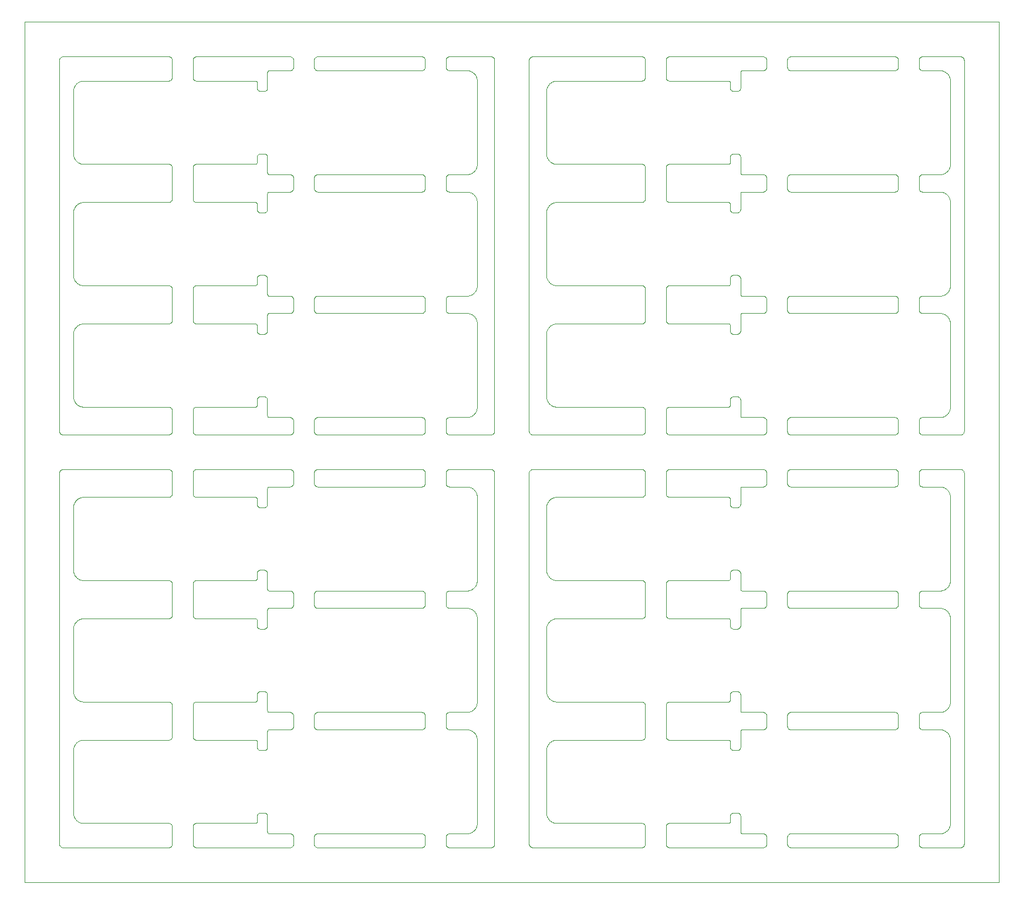
<source format=gm1>
G04 #@! TF.GenerationSoftware,KiCad,Pcbnew,8.0.1*
G04 #@! TF.CreationDate,2025-05-23T10:36:23+02:00*
G04 #@! TF.ProjectId,panel-12,70616e65-6c2d-4313-922e-6b696361645f,F*
G04 #@! TF.SameCoordinates,Original*
G04 #@! TF.FileFunction,Profile,NP*
%FSLAX46Y46*%
G04 Gerber Fmt 4.6, Leading zero omitted, Abs format (unit mm)*
G04 Created by KiCad (PCBNEW 8.0.1) date 2025-05-23 10:36:23*
%MOMM*%
%LPD*%
G01*
G04 APERTURE LIST*
G04 #@! TA.AperFunction,Profile*
%ADD10C,0.100000*%
G04 #@! TD*
G04 APERTURE END LIST*
D10*
X132145461Y-81992782D02*
X132158010Y-81991506D01*
X35205936Y-99495841D02*
X35218446Y-99497758D01*
X101592619Y-97981779D02*
X101598478Y-97979609D01*
X103357214Y-102044925D02*
X103353108Y-102048131D01*
X101507384Y-26000320D02*
X93000062Y-26000210D01*
X76164325Y-26119223D02*
X76152733Y-26124197D01*
X125900802Y-118798253D02*
X125885734Y-118817561D01*
X42081902Y-59470829D02*
X42059051Y-59462014D01*
X42105201Y-24478563D02*
X42081941Y-24470877D01*
X41933471Y-41886753D02*
X41914924Y-41870751D01*
X67702090Y-64785650D02*
X67712015Y-64808041D01*
X34928978Y-27257504D02*
X34915870Y-27278199D01*
X24725508Y-8499608D02*
X24701082Y-8497806D01*
X5009588Y-118598350D02*
X5005401Y-118574218D01*
X35000000Y-27000908D02*
X34999398Y-27025410D01*
X89277168Y-68416065D02*
X89256475Y-68429168D01*
X38619679Y-84336398D02*
X38602791Y-84354136D01*
X75296458Y-19369833D02*
X75299620Y-19382044D01*
X60821998Y-41757558D02*
X60809926Y-41736247D01*
X65064440Y-102777639D02*
X65058319Y-102766610D01*
X106573220Y-118994598D02*
X106548912Y-118997596D01*
X60993518Y-57070991D02*
X61014828Y-57058919D01*
X75777830Y-8857876D02*
X75768260Y-8866092D01*
X101759849Y-87098228D02*
X101755657Y-87074107D01*
X35042131Y-84611731D02*
X35028226Y-84635352D01*
X125735174Y-66941151D02*
X125713298Y-66952163D01*
X101657757Y-80443423D02*
X101662698Y-80439598D01*
X92786647Y-20547701D02*
X92809038Y-20537776D01*
X103487320Y-102000482D02*
X103481061Y-102000959D01*
X61036705Y-39547907D02*
X61059095Y-39537983D01*
X103401428Y-7020430D02*
X103395819Y-7023181D01*
X135098350Y-5009588D02*
X135122247Y-5014954D01*
X101506354Y-115499678D02*
X101512628Y-115499519D01*
X76027661Y-37814452D02*
X76083794Y-37843774D01*
X132233376Y-39481585D02*
X132295712Y-39470412D01*
X7833816Y-20343785D02*
X7845141Y-20349340D01*
X129402661Y-101990440D02*
X129378763Y-101985074D01*
X57650800Y-117201745D02*
X57664903Y-117221770D01*
X92506917Y-98425529D02*
X92511106Y-98401400D01*
X64472338Y-42185547D02*
X64416205Y-42156225D01*
X89024477Y-64500601D02*
X89048903Y-64502403D01*
X101992658Y-104928743D02*
X101971975Y-104915643D01*
X101798177Y-87214174D02*
X101788252Y-87191794D01*
X92614338Y-103317750D02*
X92599270Y-103298439D01*
X57649918Y-6798451D02*
X57634849Y-6817748D01*
X89297249Y-80598040D02*
X89316557Y-80613108D01*
X101771753Y-44645708D02*
X101765219Y-44622114D01*
X34952090Y-54285971D02*
X34962015Y-54308361D01*
X5401649Y-118990411D02*
X5377752Y-118985045D01*
X61201146Y-24497625D02*
X61176839Y-24494627D01*
X24349256Y-80701534D02*
X24364324Y-80682227D01*
X106927969Y-5242501D02*
X106940040Y-5263814D01*
X125960519Y-99807952D02*
X125969337Y-99830798D01*
X75345721Y-54526840D02*
X75369213Y-54585651D01*
X57394852Y-117021487D02*
X57418108Y-117029169D01*
X38602791Y-84354136D02*
X38585053Y-84371023D01*
X125712858Y-82047894D02*
X125734732Y-82058902D01*
X135236226Y-64558921D02*
X135257537Y-64570993D01*
X76294961Y-43570839D02*
X76235035Y-43591323D01*
X61250069Y-84500028D02*
X61225572Y-84499427D01*
X92559920Y-43236247D02*
X92548909Y-43214370D01*
X106690957Y-101962299D02*
X106668106Y-101971114D01*
X34952090Y-19285971D02*
X34962015Y-19308361D01*
X135499398Y-59025484D02*
X135497596Y-59049910D01*
X34941055Y-44736191D02*
X34928978Y-44757504D01*
X35181266Y-42009884D02*
X35175231Y-42011611D01*
X38485217Y-59441076D02*
X38463340Y-59452088D01*
X129164895Y-22129270D02*
X129183441Y-22113271D01*
X38527013Y-6916202D02*
X38506322Y-6929303D01*
X35001390Y-7224762D02*
X35001016Y-7229958D01*
X129222808Y-5084111D02*
X129243502Y-5071005D01*
X65058319Y-56233389D02*
X65064440Y-56222360D01*
X103406385Y-67018560D02*
X103401493Y-67020348D01*
X7008496Y-36658035D02*
X7016497Y-36720858D01*
X61082104Y-117029164D02*
X61105358Y-117021483D01*
X106983990Y-57377742D02*
X106989357Y-57401638D01*
X92501658Y-38474299D02*
X92503460Y-38449873D01*
X41752066Y-22474392D02*
X41753874Y-22449970D01*
X35077866Y-39431143D02*
X35081832Y-39434520D01*
X133343774Y-85333794D02*
X133314452Y-85277661D01*
X21233988Y-68122413D02*
X21227455Y-68146017D01*
X42059089Y-101962156D02*
X42036695Y-101952228D01*
X75667289Y-80037929D02*
X75712070Y-80082710D01*
X76680333Y-43501765D02*
X76667735Y-43502404D01*
X135169107Y-118970830D02*
X135145851Y-118978512D01*
X135462015Y-59191958D02*
X135452090Y-59214349D01*
X103275668Y-39360085D02*
X103278216Y-39364629D01*
X92786703Y-55547700D02*
X92809093Y-55537774D01*
X60849208Y-59298247D02*
X60835105Y-59278222D01*
X20963287Y-85952251D02*
X20940896Y-85962176D01*
X33502655Y-54450262D02*
X33505660Y-54425960D01*
X89498395Y-20974361D02*
X89498996Y-20998859D01*
X89144623Y-115521324D02*
X89167878Y-115529006D01*
X57485185Y-99558940D02*
X57506498Y-99571016D01*
X34985039Y-69622192D02*
X34978504Y-69645801D01*
X38748390Y-41525757D02*
X38746589Y-41550183D01*
X61128811Y-24485075D02*
X61105206Y-24478543D01*
X24433443Y-64613270D02*
X24452751Y-64598201D01*
X7914325Y-68619223D02*
X7902733Y-68624197D01*
X133380776Y-67914325D02*
X133375802Y-67902733D01*
X125951092Y-118714349D02*
X125940080Y-118736226D01*
X101637346Y-55458411D02*
X101657737Y-55443438D01*
X33412775Y-20439532D02*
X33417303Y-20435228D01*
X60798913Y-82285659D02*
X60809925Y-82263781D01*
X7049626Y-19382068D02*
X7067048Y-19442954D01*
X101507384Y-8500320D02*
X93000005Y-8500210D01*
X34549763Y-44997532D02*
X34525331Y-44999327D01*
X63832264Y-84502404D02*
X63819666Y-84501765D01*
X38710795Y-101692283D02*
X38700868Y-101714672D01*
X38274482Y-41999685D02*
X38249984Y-42000286D01*
X125735187Y-39559031D02*
X125756499Y-39571106D01*
X33387346Y-80458411D02*
X33408588Y-80442813D01*
X92614267Y-20682232D02*
X92630264Y-20663686D01*
X57677500Y-57242397D02*
X57689574Y-57263702D01*
X101896391Y-104853608D02*
X101879510Y-104835877D01*
X41897229Y-64646195D02*
X41914968Y-64629302D01*
X38748342Y-5474581D02*
X38748940Y-5499080D01*
X64932160Y-7576931D02*
X64892140Y-7527850D01*
X106993587Y-59074206D02*
X106989400Y-59098338D01*
X129451149Y-118997596D02*
X129426839Y-118994597D01*
X38249988Y-117000000D02*
X38274485Y-117000601D01*
X60933441Y-82113271D02*
X60952750Y-82098203D01*
X33494762Y-8699658D02*
X33493436Y-8694620D01*
X57585075Y-82129305D02*
X57602814Y-82146198D01*
X34598214Y-44990359D02*
X34574076Y-44994540D01*
X42201896Y-117002401D02*
X42226313Y-117000600D01*
X110286695Y-24452228D02*
X110264816Y-24441212D01*
X75406225Y-114666205D02*
X75435547Y-114722338D01*
X129309050Y-41962043D02*
X129286658Y-41952118D01*
X38746585Y-64950101D02*
X38748386Y-64974527D01*
X34870734Y-36664213D02*
X34886731Y-36682758D01*
X64132044Y-84549620D02*
X64119833Y-84546458D01*
X75282131Y-104691906D02*
X75279592Y-104704262D01*
X132972149Y-42357859D02*
X132923068Y-42317839D01*
X21177947Y-68257702D02*
X21164843Y-68278394D01*
X129402656Y-82009588D02*
X129426788Y-82005401D01*
X38701086Y-41714626D02*
X38690075Y-41736503D01*
X38418108Y-117029169D02*
X38440959Y-117037984D01*
X24397210Y-25854056D02*
X24380322Y-25836318D01*
X7576951Y-115182176D02*
X7586926Y-115189897D01*
X75721231Y-86408581D02*
X75712088Y-86417272D01*
X34574076Y-69994540D02*
X34549763Y-69997532D01*
X75251764Y-104930358D02*
X75250080Y-104996834D01*
X24349258Y-38201537D02*
X24364326Y-38182229D01*
X106996543Y-66550209D02*
X106993545Y-66574516D01*
X65220412Y-98295712D02*
X65231585Y-98233376D01*
X133450379Y-80882044D02*
X133453541Y-80869833D01*
X110332386Y-66971082D02*
X110309538Y-66962270D01*
X20963119Y-115547744D02*
X20984995Y-115558755D01*
X92510668Y-103098519D02*
X92506483Y-103074386D01*
X60766009Y-84122287D02*
X60760642Y-84098391D01*
X129331946Y-57029168D02*
X129355202Y-57021486D01*
X34970830Y-79331212D02*
X34978512Y-79354468D01*
X88999764Y-8500158D02*
X76753168Y-8500000D01*
X103255269Y-7199732D02*
X103254162Y-7205911D01*
X75317055Y-36942979D02*
X75320831Y-36955014D01*
X102750987Y-96500320D02*
X102775484Y-96500922D01*
X101662698Y-86060401D02*
X101657757Y-86056576D01*
X60760642Y-66598389D02*
X60756455Y-66574258D01*
X35048040Y-81896991D02*
X35056433Y-81907834D01*
X35242594Y-67000321D02*
X35237386Y-67000431D01*
X42105141Y-5021487D02*
X42128746Y-5014954D01*
X129147212Y-24353881D02*
X129130323Y-24336143D01*
X133142123Y-67527830D02*
X133133907Y-67518260D01*
X103256868Y-116806453D02*
X103258125Y-116812573D01*
X110426887Y-64505402D02*
X110451198Y-64502403D01*
X7576951Y-97682176D02*
X7586926Y-97689897D01*
X64883907Y-56481739D02*
X64892123Y-56472169D01*
X75522603Y-37362007D02*
X75560087Y-37413053D01*
X132972169Y-39142123D02*
X132981739Y-39133907D01*
X61036658Y-101952118D02*
X61014781Y-101941106D01*
X35037962Y-24617865D02*
X35034777Y-24623275D01*
X7417272Y-103962088D02*
X7408581Y-103971231D01*
X133082710Y-7462070D02*
X133037929Y-7417289D01*
X21190019Y-38263609D02*
X21201031Y-38285485D01*
X33471231Y-55365569D02*
X33481793Y-55342582D01*
X34997595Y-87049841D02*
X34994596Y-87074154D01*
X33901907Y-36509905D02*
X33926034Y-36505719D01*
X102872247Y-79015275D02*
X102895851Y-79021807D01*
X20871184Y-98014794D02*
X20894789Y-98021326D01*
X38650764Y-5201778D02*
X38664867Y-5221806D01*
X103272585Y-99353327D02*
X103278623Y-99365638D01*
X21027223Y-64584098D02*
X21047248Y-64598201D01*
X38746585Y-59049898D02*
X38743587Y-59074206D01*
X42015267Y-99558902D02*
X42037141Y-99547894D01*
X42152710Y-41990465D02*
X42128809Y-41985097D01*
X35077804Y-84568913D02*
X35074136Y-84572612D01*
X101626626Y-68534906D02*
X101603267Y-68522704D01*
X125735217Y-64558923D02*
X125756527Y-64570995D01*
X65019480Y-42701265D02*
X64984630Y-42648386D01*
X129475567Y-39500601D02*
X129500063Y-39500000D01*
X34985039Y-104622192D02*
X34978504Y-104645801D01*
X76529141Y-115483502D02*
X76591964Y-115491503D01*
X101738373Y-103675183D02*
X101736343Y-103669243D01*
X103294925Y-99392785D02*
X103298131Y-99396891D01*
X75257215Y-9854563D02*
X75252406Y-9917710D01*
X63970883Y-116983499D02*
X63983351Y-116981589D01*
X20823155Y-85994758D02*
X20798847Y-85997756D01*
X129243507Y-118928994D02*
X129222813Y-118915889D01*
X106713348Y-101952373D02*
X106690957Y-101962299D01*
X132733411Y-39308306D02*
X132787987Y-39276179D01*
X102872117Y-9984998D02*
X102848214Y-9990359D01*
X41789024Y-101692023D02*
X41780212Y-101669167D01*
X125644798Y-22021493D02*
X125668057Y-22029179D01*
X132851613Y-67265369D02*
X132798734Y-67230519D01*
X5425781Y-59494598D02*
X5401649Y-59490411D01*
X5221770Y-118915903D02*
X5201746Y-118901800D01*
X7462070Y-68917289D02*
X7417289Y-68962070D01*
X64601613Y-67265369D02*
X64548734Y-67230519D01*
X89477510Y-20853992D02*
X89484042Y-20877598D01*
X20963325Y-118952085D02*
X20940933Y-118962012D01*
X41835172Y-64721831D02*
X41849274Y-64701801D01*
X135485045Y-64877752D02*
X135490411Y-64901649D01*
X129264818Y-118941068D02*
X129243507Y-118928994D01*
X24251056Y-80998795D02*
X24251658Y-80974299D01*
X76294985Y-115429168D02*
X76307020Y-115432944D01*
X132308118Y-99467863D02*
X132369808Y-99453547D01*
X125927504Y-82242391D02*
X125939577Y-82263696D01*
X110049412Y-66714668D02*
X110039484Y-66692282D01*
X33493436Y-80305379D02*
X33494762Y-80300341D01*
X103327804Y-84568913D02*
X103324136Y-84572612D01*
X75268414Y-114233376D02*
X75279587Y-114295712D01*
X7029592Y-96795737D02*
X7032131Y-96808093D01*
X110476313Y-117000600D02*
X110500802Y-117000000D01*
X35175183Y-7011626D02*
X35169243Y-7013656D01*
X65242782Y-68354538D02*
X65241506Y-68341989D01*
X64939897Y-102586926D02*
X64932176Y-102576951D01*
X106777013Y-6916202D02*
X106756322Y-6929303D01*
X103220818Y-69669061D02*
X103212000Y-69691916D01*
X103278635Y-99365661D02*
X103281541Y-99371225D01*
X110203253Y-66902072D02*
X110183945Y-66887008D01*
X38748346Y-39974501D02*
X38748948Y-39998998D01*
X38274432Y-57000601D02*
X38298857Y-57002403D01*
X21164900Y-80721612D02*
X21178003Y-80742305D01*
X64787911Y-84917272D02*
X64778768Y-84908581D01*
X21135499Y-115682261D02*
X21150568Y-115701567D01*
X57602342Y-84353961D02*
X57584605Y-84370844D01*
X34645851Y-54021807D02*
X34669107Y-54029490D01*
X24581898Y-64529170D02*
X24605154Y-64521487D01*
X64472338Y-102185547D02*
X64416205Y-102156225D01*
X38347296Y-39509588D02*
X38371193Y-39514954D01*
X33505660Y-36925960D02*
X33509853Y-36901835D01*
X41798947Y-84214420D02*
X41789024Y-84192023D01*
X75522589Y-104138012D02*
X75515383Y-104148365D01*
X103281566Y-116871269D02*
X103284750Y-116876679D01*
X89235221Y-43441238D02*
X89213343Y-43452250D01*
X103255280Y-21800317D02*
X103256699Y-21806432D01*
X132798734Y-99269480D02*
X132851613Y-99234630D01*
X101512679Y-115499517D02*
X101518937Y-115499040D01*
X67720830Y-5330892D02*
X67728512Y-5354148D01*
X110451334Y-118997595D02*
X110427018Y-118994595D01*
X106984039Y-39877764D02*
X106989405Y-39901662D01*
X125927839Y-5242612D02*
X125939907Y-5263934D01*
X64404835Y-84650648D02*
X64347289Y-84624207D01*
X103247595Y-27049841D02*
X103244596Y-27074154D01*
X41972808Y-84416029D02*
X41952782Y-84401922D01*
X33443423Y-43592242D02*
X33439598Y-43587301D01*
X129006412Y-59074206D02*
X129003414Y-59049898D01*
X133499919Y-8496834D02*
X133498235Y-8430358D01*
X42250064Y-57000000D02*
X57249521Y-57000000D01*
X24452801Y-25902010D02*
X24433493Y-25886941D01*
X73151649Y-59490411D02*
X73127752Y-59485045D01*
X101932660Y-87386481D02*
X101914122Y-87370489D01*
X89496593Y-43050064D02*
X89493595Y-43074372D01*
X103361644Y-42042028D02*
X103357283Y-42044876D01*
X41933514Y-64613300D02*
X41952824Y-64598227D01*
X61105158Y-41978541D02*
X61081901Y-41970858D01*
X38371192Y-57014954D02*
X38394797Y-57021486D01*
X42059087Y-24462060D02*
X42036693Y-24452132D01*
X34962015Y-19308361D02*
X34970830Y-19331212D01*
X57602814Y-39646198D02*
X57619703Y-39663942D01*
X20823211Y-59494598D02*
X20798903Y-59497596D01*
X38711006Y-64808050D02*
X38719820Y-64830901D01*
X133133890Y-25018241D02*
X133091435Y-24971249D01*
X57746491Y-64950197D02*
X57748287Y-64974627D01*
X101711996Y-86117802D02*
X101708426Y-86112674D01*
X110451093Y-6997839D02*
X110426785Y-6994841D01*
X102895851Y-79021807D02*
X102919107Y-79029490D01*
X106797216Y-5098216D02*
X106816525Y-5113287D01*
X110001468Y-84001342D02*
X110001128Y-82499125D01*
X7766610Y-80308319D02*
X7777639Y-80314440D01*
X103394752Y-21976532D02*
X103407352Y-21981940D01*
X64612007Y-56727396D02*
X64663053Y-56689912D01*
X125993539Y-22425895D02*
X125996532Y-22450208D01*
X110402752Y-59490408D02*
X110378851Y-59485040D01*
X7223833Y-37288009D02*
X7230505Y-37298713D01*
X61014832Y-66941110D02*
X60993521Y-66929038D01*
X89483987Y-25622411D02*
X89477454Y-25646016D01*
X5201746Y-59401800D02*
X5182437Y-59386731D01*
X75266500Y-36720883D02*
X75268410Y-36733351D01*
X38585053Y-66871023D02*
X38566508Y-66887020D01*
X5070993Y-59257537D02*
X5058921Y-59236226D01*
X102035928Y-114048211D02*
X102058315Y-114038290D01*
X42176848Y-84494749D02*
X42152712Y-84490561D01*
X125885228Y-41817688D02*
X125869231Y-41836229D01*
X129099257Y-66798289D02*
X129085154Y-66778266D01*
X42250025Y-59500000D02*
X42225527Y-59499398D01*
X35002210Y-102219533D02*
X35001399Y-102224678D01*
X60809977Y-99763764D02*
X60822049Y-99742454D01*
X38677950Y-66757829D02*
X38664847Y-66778521D01*
X125852341Y-99646108D02*
X125869229Y-99663842D01*
X5450089Y-5002403D02*
X5474515Y-5000601D01*
X64883907Y-81481739D02*
X64892123Y-81472169D01*
X89461013Y-20807884D02*
X89469827Y-20830736D01*
X133308306Y-67766588D02*
X133276179Y-67712012D01*
X33571256Y-104757341D02*
X33559187Y-104736041D01*
X8044961Y-43570839D02*
X7985035Y-43591323D01*
X92702749Y-118901798D02*
X92683441Y-118886729D01*
X101798177Y-9714174D02*
X101788252Y-9691794D01*
X101603248Y-26022694D02*
X101598581Y-26020381D01*
X57347126Y-5009594D02*
X57371030Y-5014964D01*
X33521753Y-9645708D02*
X33515219Y-9622114D01*
X101685210Y-26082677D02*
X101667322Y-26064789D01*
X35002213Y-21780487D02*
X35007049Y-21807467D01*
X35181367Y-21989978D02*
X35187328Y-21991848D01*
X135499398Y-118525484D02*
X135497596Y-118549910D01*
X110022976Y-39854050D02*
X110030662Y-39830799D01*
X38733991Y-84122544D02*
X38727458Y-84146148D01*
X131996831Y-24500000D02*
X129500069Y-24500028D01*
X7007215Y-9854563D02*
X7002406Y-9917710D01*
X92501600Y-8025696D02*
X92500999Y-8001199D01*
X7001764Y-9930358D02*
X7000080Y-9996834D01*
X89073209Y-103494758D02*
X89048901Y-103497756D01*
X64404858Y-56849340D02*
X64416183Y-56843785D01*
X89484024Y-5377783D02*
X89489389Y-5401682D01*
X101863562Y-54182690D02*
X101879559Y-54164150D01*
X132003165Y-116999919D02*
X132069641Y-116998235D01*
X21084875Y-8370907D02*
X21066329Y-8386903D01*
X125597294Y-84490480D02*
X125573159Y-84494669D01*
X38440948Y-64537985D02*
X38463340Y-64547911D01*
X7366109Y-37481758D02*
X7408564Y-37528750D01*
X101745841Y-37794063D02*
X101747758Y-37781553D01*
X38650798Y-41798532D02*
X38635730Y-41817840D01*
X75400648Y-9345164D02*
X75374207Y-9402710D01*
X57650293Y-66798379D02*
X57635225Y-66817683D01*
X103395783Y-116976800D02*
X103420257Y-116986576D01*
X106499936Y-99500000D02*
X106524432Y-99500601D01*
X101603248Y-43522694D02*
X101598581Y-43520381D01*
X106573165Y-57005401D02*
X106597296Y-57009588D01*
X110402643Y-5009588D02*
X110426774Y-5005401D01*
X7230519Y-97298734D02*
X7265369Y-97351613D01*
X132220883Y-99483499D02*
X132233351Y-99481589D01*
X110165061Y-118870651D02*
X110147321Y-118853752D01*
X103275672Y-84640018D02*
X103273208Y-84645760D01*
X7119223Y-97085674D02*
X7124197Y-97097266D01*
X129099421Y-117201714D02*
X129114490Y-117182408D01*
X24676998Y-55505191D02*
X24701305Y-55502192D01*
X133133907Y-81481739D02*
X133142123Y-81472169D01*
X60789040Y-57308032D02*
X60798965Y-57285641D01*
X41933609Y-118886658D02*
X41915061Y-118870651D01*
X110164925Y-24370847D02*
X110147186Y-24353954D01*
X103028147Y-87415879D02*
X103007448Y-87428980D01*
X64731739Y-67366092D02*
X64722169Y-67357876D01*
X33808205Y-44961747D02*
X33785825Y-44951822D01*
X38743392Y-6574566D02*
X38739202Y-6598695D01*
X20823209Y-20505241D02*
X20847341Y-20509428D01*
X34853790Y-27353823D02*
X34836045Y-27370711D01*
X110114299Y-24317659D02*
X110099231Y-24298346D01*
X132514988Y-21908668D02*
X132526816Y-21904287D01*
X5058921Y-59236226D02*
X5047909Y-59214349D01*
X33493436Y-20305379D02*
X33494762Y-20300341D01*
X129001059Y-5499080D02*
X129001657Y-5474581D01*
X42250471Y-99500000D02*
X57249911Y-99500000D01*
X33500237Y-87000907D02*
X33500001Y-86256294D01*
X38719775Y-39830881D02*
X38727458Y-39854136D01*
X33498554Y-8724698D02*
X33497761Y-8718471D01*
X89297248Y-64598201D02*
X89316556Y-64613270D01*
X63970883Y-39483499D02*
X63983351Y-39481589D01*
X132666205Y-21843774D02*
X132722338Y-21814452D01*
X57748210Y-6501326D02*
X57747596Y-6525814D01*
X7119213Y-86914348D02*
X7095721Y-86973159D01*
X57619229Y-41836227D02*
X57602341Y-41853960D01*
X7000000Y-45003166D02*
X7000000Y-53996833D01*
X20985164Y-85941240D02*
X20963287Y-85952251D01*
X110378756Y-6985288D02*
X110355151Y-6978756D01*
X65247595Y-98082264D02*
X65248234Y-98069666D01*
X38585107Y-117129265D02*
X38602846Y-117146153D01*
X106690961Y-118962015D02*
X106668110Y-118970830D01*
X125499527Y-57000184D02*
X125524020Y-57000786D01*
X34798253Y-114098520D02*
X34817562Y-114113588D01*
X89024477Y-59499398D02*
X88999979Y-59500000D01*
X24322049Y-115742248D02*
X24335153Y-115721557D01*
X38298880Y-99502403D02*
X38323189Y-99505401D01*
X72764954Y-5377752D02*
X72771487Y-5354148D01*
X38710997Y-99808080D02*
X38719811Y-99830933D01*
X33613562Y-19182690D02*
X33629559Y-19164150D01*
X103258080Y-67187404D02*
X103257053Y-67192511D01*
X133404278Y-25473159D02*
X133380786Y-25414348D01*
X7150648Y-9345164D02*
X7124207Y-9402710D01*
X103136688Y-104817536D02*
X103120684Y-104836083D01*
X7833816Y-115343785D02*
X7845141Y-115349340D01*
X133375802Y-116097266D02*
X133380776Y-116085674D01*
X76667735Y-115497595D02*
X76680333Y-115498234D01*
X110099274Y-64701801D02*
X110114342Y-64682488D01*
X102104291Y-69978246D02*
X102081046Y-69970562D01*
X125690948Y-64537985D02*
X125713340Y-64547911D01*
X102918991Y-27470792D02*
X102895729Y-27478471D01*
X5014954Y-5377752D02*
X5021487Y-5354148D01*
X103250000Y-84756334D02*
X103250000Y-87000908D01*
X103413253Y-21984296D02*
X103419193Y-21986326D01*
X35117781Y-7037957D02*
X35113444Y-7040842D01*
X33305434Y-80493559D02*
X33318708Y-80490122D01*
X92502113Y-80974259D02*
X92503917Y-80949835D01*
X34668991Y-44970792D02*
X34645729Y-44978471D01*
X75320839Y-36955038D02*
X75341323Y-37014964D01*
X38748386Y-59025472D02*
X38746585Y-59049898D01*
X24514829Y-38058713D02*
X24536705Y-38047701D01*
X103278216Y-42135370D02*
X103275668Y-42139914D01*
X103258151Y-56812671D02*
X103260021Y-56818632D01*
X76454262Y-26029592D02*
X76441906Y-26032131D01*
X106998345Y-66525784D02*
X106996543Y-66550209D01*
X63832289Y-81997593D02*
X63895436Y-81992784D01*
X24251031Y-59000956D02*
X24251220Y-55998770D01*
X33538252Y-69691794D02*
X33529437Y-69668953D01*
X106548863Y-41997883D02*
X106524438Y-41999685D01*
X110403158Y-101990656D02*
X110379263Y-101985291D01*
X60972826Y-39584093D02*
X60993518Y-39570991D01*
X33629510Y-87335877D02*
X33613518Y-87317339D01*
X92572065Y-85757719D02*
X92559993Y-85736407D01*
X135169107Y-59470830D02*
X135145851Y-59478512D01*
X125989357Y-101598313D02*
X125983995Y-101622215D01*
X33257405Y-80499678D02*
X33262613Y-80499568D01*
X33462043Y-43617784D02*
X33459049Y-43613521D01*
X129001654Y-57474502D02*
X129003456Y-57450077D01*
X20774421Y-85999557D02*
X20749924Y-86000158D01*
X38677997Y-59257529D02*
X38664894Y-59278222D01*
X57719787Y-39830985D02*
X57727466Y-39854246D01*
X34817493Y-9886709D02*
X34798178Y-9901777D01*
X20847288Y-68490571D02*
X20823156Y-68494758D01*
X101896391Y-69853608D02*
X101879510Y-69835877D01*
X38347301Y-84490697D02*
X38323170Y-84494885D01*
X24472825Y-80583887D02*
X24493517Y-80570784D01*
X106977503Y-64854158D02*
X106984034Y-64877763D01*
X34574218Y-36505722D02*
X34598350Y-36509909D01*
X20963343Y-20547749D02*
X20985221Y-20558761D01*
X101749036Y-43731008D02*
X101748559Y-43724749D01*
X33465093Y-97876626D02*
X33477295Y-97853267D01*
X33439532Y-86087224D02*
X33435228Y-86082696D01*
X33521753Y-69645708D02*
X33515219Y-69622114D01*
X20798903Y-59497596D02*
X20774477Y-59499398D01*
X101517897Y-37999012D02*
X101545088Y-37995549D01*
X60751609Y-82474529D02*
X60753410Y-82450102D01*
X103240411Y-114401970D02*
X103244598Y-114426102D01*
X7576931Y-68817839D02*
X7527850Y-68857859D01*
X20798901Y-43497756D02*
X20774475Y-43499557D01*
X106996598Y-118549909D02*
X106993600Y-118574217D01*
X67740411Y-59098350D02*
X67735045Y-59122247D01*
X64932176Y-56423048D02*
X64939897Y-56413073D01*
X60753455Y-84049952D02*
X60751653Y-84025526D01*
X7008493Y-27341989D02*
X7007217Y-27354538D01*
X92878747Y-8485254D02*
X92855142Y-8478722D01*
X7471231Y-86408581D02*
X7462088Y-86417272D01*
X67250987Y-119000000D02*
X61250076Y-119000000D01*
X65241506Y-20658010D02*
X65242782Y-20645461D01*
X75279587Y-69704287D02*
X75268414Y-69766623D01*
X129183444Y-101886758D02*
X129164898Y-101870760D01*
X132722338Y-67185547D02*
X132666205Y-67156225D01*
X35103025Y-56951972D02*
X35107211Y-56955073D01*
X38739363Y-5401708D02*
X38743548Y-5425842D01*
X21027224Y-103416062D02*
X21006531Y-103429166D01*
X89277223Y-59415901D02*
X89256531Y-59429004D01*
X92530227Y-25669321D02*
X92522544Y-25646065D01*
X131996845Y-81999999D02*
X132003153Y-81999920D01*
X110010643Y-41598483D02*
X110006460Y-41574346D01*
X133429160Y-25544961D02*
X133408676Y-25485035D01*
X135336107Y-59370734D02*
X135317562Y-59386731D01*
X75712070Y-68917289D02*
X75667289Y-68962070D01*
X103468419Y-7002244D02*
X103462192Y-7003038D01*
X24536654Y-118952089D02*
X24514777Y-118941077D01*
X101637346Y-97958411D02*
X101657737Y-97943438D01*
X106900800Y-117201745D02*
X106914903Y-117221770D01*
X64483411Y-56808306D02*
X64537987Y-56776179D01*
X64673068Y-116682160D02*
X64722149Y-116642140D01*
X7310102Y-79913073D02*
X7317823Y-79923048D01*
X89489353Y-85598514D02*
X89483987Y-85622411D01*
X89190896Y-25962176D02*
X89168045Y-25970991D01*
X60753456Y-57450077D02*
X60756455Y-57425769D01*
X38440938Y-99537989D02*
X38463330Y-99547916D01*
X129331897Y-82029170D02*
X129355154Y-82021487D01*
X75441693Y-37233411D02*
X75473820Y-37287987D01*
X42105202Y-57021486D02*
X42128807Y-57014954D01*
X24725496Y-85999334D02*
X24701071Y-85997531D01*
X38418053Y-57029168D02*
X38440903Y-57037983D01*
X132308118Y-116967863D02*
X132369808Y-116953547D01*
X132788009Y-99276166D02*
X132798713Y-99269494D01*
X101749036Y-86231008D02*
X101748559Y-86224749D01*
X92515946Y-5377754D02*
X92522479Y-5354149D01*
X34853846Y-114146474D02*
X34870734Y-114164213D01*
X64932160Y-102576931D02*
X64892140Y-102527850D01*
X33412802Y-55439575D02*
X33416653Y-55436067D01*
X132923068Y-39182160D02*
X132972149Y-39142140D01*
X103202071Y-104714311D02*
X103191055Y-104736191D01*
X92516012Y-25622461D02*
X92510645Y-25598564D01*
X110286697Y-41952318D02*
X110264817Y-41941303D01*
X41849704Y-22201685D02*
X41864772Y-22182382D01*
X133028768Y-39091418D02*
X133037911Y-39082727D01*
X61225523Y-82000601D02*
X61250020Y-82000000D01*
X57619230Y-101836228D02*
X57602342Y-101853961D01*
X35060416Y-42087280D02*
X35056449Y-42092145D01*
X38635718Y-99682462D02*
X38650786Y-99701773D01*
X103067562Y-96613588D02*
X103086107Y-96629586D01*
X57748533Y-57498896D02*
X57748883Y-59000871D01*
X110085617Y-101778509D02*
X110072513Y-101757820D01*
X101749681Y-68743713D02*
X101749038Y-68731033D01*
X75888012Y-97727410D02*
X75898365Y-97734616D01*
X38690075Y-41736503D02*
X38678003Y-41757814D01*
X102775484Y-36500922D02*
X102799910Y-36502723D01*
X133276166Y-102711990D02*
X133269494Y-102701286D01*
X89235165Y-55558759D02*
X89256475Y-55570831D01*
X21006531Y-59429004D02*
X20985221Y-59441077D01*
X64548734Y-81769480D02*
X64601613Y-81734630D01*
X33348581Y-37979618D02*
X33353248Y-37977305D01*
X8430333Y-26001765D02*
X8417735Y-26002404D01*
X132597266Y-42124197D02*
X132585674Y-42119223D01*
X75296458Y-114369833D02*
X75299620Y-114382044D01*
X140499876Y-123998901D02*
X140499999Y-123993888D01*
X103432342Y-24509687D02*
X103407404Y-24518211D01*
X133276166Y-85211990D02*
X133269494Y-85201286D01*
X101750001Y-68756269D02*
X101749682Y-68743738D01*
X24725565Y-80500391D02*
X24750062Y-80499789D01*
X89477510Y-80853992D02*
X89484042Y-80877598D01*
X5002403Y-118549910D02*
X5000601Y-118525484D01*
X35256334Y-39500000D02*
X38249936Y-39500000D01*
X133483499Y-25779116D02*
X133481589Y-25766648D01*
X34994598Y-96926102D02*
X34997596Y-96950410D01*
X75962012Y-97776179D02*
X76016588Y-97808306D01*
X33878014Y-79015269D02*
X33901907Y-79009905D01*
X64335651Y-102119213D02*
X64276840Y-102095721D01*
X73080892Y-59470830D02*
X73058041Y-59462015D01*
X57485227Y-117058921D02*
X57506537Y-117070993D01*
X35187404Y-56991919D02*
X35192511Y-56992946D01*
X24380322Y-25836318D02*
X24364324Y-25817772D01*
X75721249Y-37591435D02*
X75768241Y-37633890D01*
X65200379Y-20882044D02*
X65203541Y-20869833D01*
X103487302Y-42000436D02*
X103482123Y-42000985D01*
X75279592Y-114295737D02*
X75282131Y-114308093D01*
X34990411Y-96901970D02*
X34994598Y-96926102D01*
X33854291Y-44978246D02*
X33831046Y-44970562D01*
X103244596Y-44574154D02*
X103240407Y-44598290D01*
X110355203Y-24478658D02*
X110331944Y-24470973D01*
X125499528Y-99500000D02*
X125524021Y-99500601D01*
X110222763Y-5084097D02*
X110243455Y-5070994D01*
X76152710Y-8624207D02*
X76095164Y-8650648D01*
X33498559Y-20275250D02*
X33499036Y-20268991D01*
X75522603Y-97362007D02*
X75560087Y-97413053D01*
X75251765Y-96569666D02*
X75252404Y-96582264D01*
X57506455Y-59428985D02*
X57485142Y-59441061D01*
X106852791Y-41854136D02*
X106835053Y-41871023D01*
X41772976Y-99854049D02*
X41780662Y-99830798D01*
X110264817Y-41941303D02*
X110243504Y-41929227D01*
X41849704Y-82201685D02*
X41864772Y-82182382D01*
X33343658Y-37981565D02*
X33348504Y-37979653D01*
X57727019Y-57354057D02*
X57733555Y-57377657D01*
X21211009Y-64808046D02*
X21219824Y-64830897D01*
X75560102Y-37413073D02*
X75567823Y-37423048D01*
X65203547Y-38369808D02*
X65217863Y-38308118D01*
X110355632Y-39521481D02*
X110379233Y-39514951D01*
X35111731Y-56957868D02*
X35135352Y-56971773D01*
X7008496Y-79158035D02*
X7016497Y-79220858D01*
X92501656Y-55974297D02*
X92503459Y-55949871D01*
X57738930Y-41598528D02*
X57733559Y-41622420D01*
X103378730Y-102031566D02*
X103373320Y-102034750D01*
X41993472Y-59429004D02*
X41972779Y-59415900D01*
X92902638Y-43490437D02*
X92878741Y-43485070D01*
X125816060Y-24386837D02*
X125796754Y-24401901D01*
X106998948Y-99998998D02*
X106998991Y-101501260D01*
X106993592Y-101574492D02*
X106989405Y-101598624D01*
X24364497Y-55682215D02*
X24380495Y-55663671D01*
X41933494Y-57113264D02*
X41952802Y-57098196D01*
X20871184Y-38014794D02*
X20894789Y-38021326D01*
X24272544Y-25646065D02*
X24266012Y-25622461D01*
X102895851Y-96521807D02*
X102919107Y-96529490D01*
X125644643Y-5021501D02*
X125667906Y-5029189D01*
X33294036Y-103504153D02*
X33287857Y-103503045D01*
X125998743Y-5499277D02*
X125998210Y-6501326D01*
X5014954Y-59122247D02*
X5009588Y-59098350D01*
X133481589Y-55733351D02*
X133483499Y-55720883D01*
X57748540Y-84001186D02*
X57747933Y-84025679D01*
X89297021Y-8401970D02*
X89276997Y-8416071D01*
X101567637Y-103509681D02*
X101562674Y-103508100D01*
X106900796Y-39701753D02*
X106914899Y-39721778D01*
X33484267Y-8663182D02*
X33481803Y-8657441D01*
X106989413Y-118598349D02*
X106984047Y-118622246D01*
X103251440Y-24724749D02*
X103250963Y-24731008D01*
X65130786Y-98585651D02*
X65154278Y-98526840D01*
X38664645Y-24278478D02*
X38650543Y-24298505D01*
X103048178Y-87401777D02*
X103028147Y-87415879D01*
X33521753Y-27145708D02*
X33515219Y-27122114D01*
X132798734Y-39269480D02*
X132851613Y-39234630D01*
X34870684Y-9836083D02*
X34853790Y-9853823D01*
X38650796Y-82201753D02*
X38664899Y-82221778D01*
X61152703Y-57009588D02*
X61176834Y-57005401D01*
X102824076Y-69994540D02*
X102799763Y-69997532D01*
X106548898Y-59497596D02*
X106524472Y-59499398D01*
X133467868Y-20808093D02*
X133470407Y-20795737D01*
X41822070Y-64742528D02*
X41835172Y-64721831D01*
X110427255Y-39505400D02*
X110451559Y-39502403D01*
X102249092Y-44999762D02*
X102224605Y-44999153D01*
X7701265Y-68730519D02*
X7648386Y-68765369D01*
X89352830Y-5146167D02*
X89369719Y-5163907D01*
X7002404Y-27417735D02*
X7001765Y-27430333D01*
X38249935Y-57000000D02*
X38274432Y-57000601D01*
X125816395Y-5113341D02*
X125834943Y-5129349D01*
X92506408Y-59074211D02*
X92503410Y-59049903D01*
X110451163Y-41997838D02*
X110426851Y-41994839D01*
X35041443Y-24612581D02*
X35037988Y-24617822D01*
X110130771Y-39663842D02*
X110147659Y-39646109D01*
X103389990Y-39474369D02*
X103394732Y-39476524D01*
X5354148Y-5021487D02*
X5377752Y-5014954D01*
X38619511Y-101836415D02*
X38602623Y-101854151D01*
X34985039Y-27122192D02*
X34978504Y-27145801D01*
X106998400Y-118525484D02*
X106996598Y-118549909D01*
X64192954Y-24567048D02*
X64132068Y-24549626D01*
X35224749Y-81998559D02*
X35231008Y-81999036D01*
X132082289Y-81997593D02*
X132145436Y-81992784D01*
X21234042Y-43122401D02*
X21227510Y-43146007D01*
X57635224Y-57182387D02*
X57650292Y-57201690D01*
X34886731Y-36682758D02*
X34901800Y-36702067D01*
X33336722Y-26015697D02*
X33330760Y-26013826D01*
X103251399Y-81775321D02*
X103252210Y-81780466D01*
X57602846Y-117146153D02*
X57619734Y-117163891D01*
X76441906Y-55467868D02*
X76454262Y-55470407D01*
X41822026Y-24257522D02*
X41809956Y-24236206D01*
X38748191Y-101525826D02*
X38746387Y-101550250D01*
X103294971Y-39392765D02*
X103298796Y-39397706D01*
X125668110Y-118970830D02*
X125644854Y-118978512D01*
X129049128Y-6714423D02*
X129039201Y-6692035D01*
X7000000Y-70003166D02*
X7000000Y-78996833D01*
X89121239Y-20514794D02*
X89144844Y-20521327D01*
X35140018Y-116974327D02*
X35145760Y-116976791D01*
X64276840Y-39404278D02*
X64335651Y-39380786D01*
X38650576Y-101798565D02*
X38635508Y-101817871D01*
X38485009Y-101941371D02*
X38463134Y-101952382D01*
X57274021Y-24499468D02*
X57249528Y-24500069D01*
X103235045Y-79378073D02*
X103240411Y-79401970D01*
X125869229Y-99663842D02*
X125885227Y-99682382D01*
X21006475Y-25929168D02*
X20985164Y-25941240D01*
X33262679Y-97999517D02*
X33268937Y-97999040D01*
X65093785Y-38666183D02*
X65099340Y-38654858D01*
X7471231Y-68908581D02*
X7462088Y-68917272D01*
X5499012Y-64500000D02*
X20749979Y-64500000D01*
X33974605Y-44999153D02*
X33950189Y-44997345D01*
X35212142Y-84503045D02*
X35205963Y-84504153D01*
X24628747Y-8485254D02*
X24605142Y-8478722D01*
X33742658Y-69928743D02*
X33721975Y-69915643D01*
X132514964Y-24591323D02*
X132455038Y-24570839D01*
X61225567Y-57000601D02*
X61250064Y-57000000D01*
X106644801Y-66978799D02*
X106621197Y-66985331D01*
X92503460Y-38449873D02*
X92506458Y-38425566D01*
X60780179Y-59169098D02*
X60772496Y-59145841D01*
X110001495Y-101501300D02*
X110001283Y-99999082D01*
X133450373Y-8117931D02*
X133432951Y-8057045D01*
X106996589Y-39950102D02*
X106998390Y-39974529D01*
X67665903Y-5221770D02*
X67679006Y-5242462D01*
X35055830Y-24593072D02*
X35052420Y-24597010D01*
X129003410Y-82450102D02*
X129006407Y-82425794D01*
X57700588Y-66714496D02*
X57689574Y-66736367D01*
X60798918Y-64785658D02*
X60809930Y-64763781D01*
X24256461Y-38425571D02*
X24260648Y-38401440D01*
X35000320Y-56756326D02*
X35001015Y-56770020D01*
X129500063Y-39500000D02*
X131996833Y-39500000D01*
X5029169Y-5330892D02*
X5037984Y-5308041D01*
X20823156Y-68494758D02*
X20798848Y-68497756D01*
X24253403Y-98449879D02*
X24256401Y-98425571D01*
X76380166Y-86046458D02*
X76367955Y-86049620D01*
X125914400Y-41778366D02*
X125900297Y-41798385D01*
X34990407Y-69598290D02*
X34985039Y-69622192D01*
X76441881Y-8532136D02*
X76380191Y-8546452D01*
X75252406Y-54082289D02*
X75257215Y-54145436D01*
X57664023Y-6778438D02*
X57649918Y-6798451D01*
X125927997Y-64742470D02*
X125940069Y-64763781D01*
X110147187Y-41854045D02*
X110130298Y-41836301D01*
X106596846Y-22009586D02*
X106620741Y-22014952D01*
X132597289Y-56875792D02*
X132654835Y-56849351D01*
X64335674Y-56880776D02*
X64347266Y-56875802D01*
X41798990Y-64785725D02*
X41810000Y-64763843D01*
X35001399Y-39275321D02*
X35002210Y-39280466D01*
X101748559Y-37775250D02*
X101749036Y-37768991D01*
X101771753Y-87145708D02*
X101765219Y-87122114D01*
X76235011Y-26091331D02*
X76223183Y-26095712D01*
X60822051Y-66757574D02*
X60809978Y-66736264D01*
X101736343Y-55330756D02*
X101738373Y-55324816D01*
X129085319Y-6778294D02*
X129072215Y-6757605D01*
X33262697Y-20499563D02*
X33267876Y-20499014D01*
X8057045Y-20432951D02*
X8117931Y-20450373D01*
X57743122Y-24074402D02*
X57738930Y-24098528D01*
X101662775Y-97939532D02*
X101667303Y-97935228D01*
X8417710Y-86002406D02*
X8354563Y-86007215D01*
X33500846Y-114474683D02*
X33502655Y-114450262D01*
X65019480Y-7701265D02*
X64984630Y-7648386D01*
X42225978Y-82000601D02*
X42250471Y-82000000D01*
X33435210Y-103582677D02*
X33417322Y-103564789D01*
X35187426Y-21991874D02*
X35193546Y-21993131D01*
X132798734Y-116769480D02*
X132851613Y-116734630D01*
X110476017Y-101999640D02*
X110451594Y-101997839D01*
X33354203Y-97976806D02*
X33376626Y-97965093D01*
X133308306Y-42766588D02*
X133276179Y-42712012D01*
X102941849Y-104961982D02*
X102918991Y-104970792D01*
X103067493Y-104886709D02*
X103048178Y-104901777D01*
X129183496Y-24386766D02*
X129164950Y-24370769D01*
X41849231Y-84298346D02*
X41835129Y-84278316D01*
X42152653Y-6990654D02*
X42128756Y-6985288D01*
X21239383Y-118598318D02*
X21234018Y-118622217D01*
X103249398Y-79474836D02*
X103250000Y-79499333D01*
X33521762Y-19354345D02*
X33529449Y-19331096D01*
X110475990Y-66999641D02*
X110451568Y-66997840D01*
X41753874Y-39949970D02*
X41756877Y-39925667D01*
X57701053Y-22285732D02*
X57710975Y-22308129D01*
X65249919Y-25996834D02*
X65248235Y-25930358D01*
X64984616Y-25148365D02*
X64977410Y-25138012D01*
X89489405Y-59098343D02*
X89484039Y-59122240D01*
X57249204Y-7000073D02*
X42250016Y-7000241D01*
X67740411Y-118598350D02*
X67735045Y-118622247D01*
X33416653Y-68563932D02*
X33412802Y-68560424D01*
X103474749Y-116998559D02*
X103481008Y-116999036D01*
X76083816Y-20343785D02*
X76095141Y-20349340D01*
X89484042Y-103122401D02*
X89477510Y-103146007D01*
X132295737Y-99470407D02*
X132308093Y-99467868D01*
X133349340Y-25345141D02*
X133343785Y-25333816D01*
X33571284Y-19242694D02*
X33584389Y-19222009D01*
X89483987Y-85622411D02*
X89477454Y-85646016D01*
X35102293Y-116951203D02*
X35107234Y-116955028D01*
X89256531Y-20570833D02*
X89277224Y-20583937D01*
X101598581Y-55479618D02*
X101603248Y-55477305D01*
X7008496Y-54158035D02*
X7016497Y-54220858D01*
X41880258Y-5163893D02*
X41897146Y-5146154D01*
X132145436Y-67007215D02*
X132082289Y-67002406D01*
X57677839Y-5242612D02*
X57689907Y-5263934D01*
X75296452Y-87130191D02*
X75282136Y-87191881D01*
X75616092Y-44018260D02*
X75607876Y-44027830D01*
X57619703Y-82163942D02*
X57635701Y-82182493D01*
X125816062Y-41886838D02*
X125796755Y-41901902D01*
X110049003Y-82285723D02*
X110060013Y-82263841D01*
X60822030Y-5242501D02*
X60835132Y-5221806D01*
X135462015Y-118691958D02*
X135452090Y-118714349D01*
X7000079Y-9996846D02*
X7000000Y-10003154D01*
X7310102Y-97413073D02*
X7317823Y-97423048D01*
X89483988Y-68122413D02*
X89477455Y-68146017D01*
X24298967Y-80785437D02*
X24309978Y-80763560D01*
X24725568Y-43499608D02*
X24701143Y-43497806D01*
X7156225Y-37166205D02*
X7185547Y-37222338D01*
X5201746Y-5098199D02*
X5221770Y-5084096D01*
X101750237Y-27000907D02*
X101750001Y-26256294D01*
X24415120Y-55629047D02*
X24433666Y-55613051D01*
X61105201Y-39521486D02*
X61128806Y-39514954D01*
X63819666Y-116998234D02*
X63832264Y-116997595D01*
X41822165Y-118757388D02*
X41810097Y-118736067D01*
X75712070Y-43917289D02*
X75667289Y-43962070D01*
X89024475Y-20500442D02*
X89048901Y-20502243D01*
X57677128Y-6757757D02*
X57664023Y-6778438D01*
X67744598Y-5425781D02*
X67747596Y-5450089D01*
X67586107Y-59370734D02*
X67567562Y-59386731D01*
X106900743Y-57201740D02*
X106914846Y-57221763D01*
X132082289Y-99497593D02*
X132145436Y-99492784D01*
X57463160Y-5047941D02*
X57485043Y-5058960D01*
X34990411Y-19401970D02*
X34994598Y-19426102D01*
X103401415Y-84520381D02*
X103396691Y-84522576D01*
X33831046Y-44970562D02*
X33808205Y-44961747D01*
X75374197Y-26902733D02*
X75369223Y-26914325D01*
X33509853Y-79401835D02*
X33515225Y-79377944D01*
X63983376Y-56981585D02*
X64045712Y-56970412D01*
X110203248Y-39598169D02*
X110223271Y-39584071D01*
X101821256Y-44757341D02*
X101809187Y-44736041D01*
X89190933Y-118962012D02*
X89168081Y-118970827D01*
X89335103Y-80629106D02*
X89352842Y-80645994D01*
X33488373Y-103675183D02*
X33486343Y-103669243D01*
X75616092Y-104018260D02*
X75607876Y-104027830D01*
X33499036Y-26231008D02*
X33498559Y-26224749D01*
X41780212Y-101669167D02*
X41772533Y-101645905D01*
X92599199Y-20701540D02*
X92614267Y-20682232D01*
X133375802Y-38597266D02*
X133380776Y-38585674D01*
X132233351Y-42018410D02*
X132220883Y-42016500D01*
X89414881Y-118778210D02*
X89400779Y-118798236D01*
X33318708Y-68509877D02*
X33305434Y-68506440D01*
X133492782Y-25854538D02*
X133491506Y-25841989D01*
X125939575Y-57263889D02*
X125950589Y-57285760D01*
X35107317Y-99455086D02*
X35112619Y-99458391D01*
X35001399Y-21775321D02*
X35002210Y-21780466D01*
X42082377Y-82029160D02*
X42105630Y-82021480D01*
X75252404Y-87417735D02*
X75251765Y-87430333D01*
X20894824Y-118978510D02*
X20871218Y-118985043D01*
X67548253Y-64598199D02*
X67567562Y-64613268D01*
X135074218Y-5005401D02*
X135098350Y-5009588D01*
X38547033Y-101902099D02*
X38527009Y-101916199D01*
X129048965Y-99785640D02*
X129059977Y-99763764D01*
X7366092Y-104018260D02*
X7357876Y-104027830D01*
X125998328Y-22474638D02*
X125998923Y-22499139D01*
X129222779Y-59415900D02*
X129202754Y-59401797D01*
X6111Y0D02*
X1098Y-123D01*
X101592595Y-86018211D02*
X101567657Y-86009687D01*
X34970830Y-19331212D02*
X34978512Y-19354468D01*
X75768260Y-115133907D02*
X75777830Y-115142123D01*
X76095164Y-97849351D02*
X76152710Y-97875792D01*
X101662775Y-80439532D02*
X101667303Y-80435228D01*
X34853846Y-19146474D02*
X34870734Y-19164213D01*
X42105203Y-84478658D02*
X42081944Y-84470973D01*
X57298842Y-22002403D02*
X57323154Y-22005402D01*
X75480505Y-86701286D02*
X75473833Y-86711990D01*
X92559993Y-103236407D02*
X92548982Y-103214528D01*
X38347143Y-101990698D02*
X38323013Y-101994885D01*
X64612007Y-81727396D02*
X64663053Y-81689912D01*
X24272543Y-68146067D02*
X24266011Y-68122463D01*
X101662698Y-8560401D02*
X101657757Y-8556576D01*
X65233502Y-115720858D02*
X65241503Y-115658035D01*
X125900295Y-82201685D02*
X125914399Y-82221704D01*
X61105362Y-6978546D02*
X61082107Y-6970864D01*
X103191055Y-9736191D02*
X103178978Y-9757504D01*
X76441881Y-86032136D02*
X76380191Y-86046452D01*
X41849200Y-6798498D02*
X41835097Y-6778474D01*
X75266497Y-104779141D02*
X75258496Y-104841964D01*
X129022492Y-22354159D02*
X129030174Y-22330902D01*
X129402703Y-99509588D02*
X129426834Y-99505401D01*
X106969825Y-39830902D02*
X106977507Y-39854159D01*
X7001765Y-36569666D02*
X7002404Y-36582264D01*
X7070839Y-79455038D02*
X7091323Y-79514964D01*
X101568733Y-55490115D02*
X101574768Y-55488388D01*
X21227454Y-85646016D02*
X21219771Y-85669272D01*
X60993472Y-64570995D02*
X61014782Y-64558923D01*
X106927997Y-64742470D02*
X106940069Y-64763781D01*
X92786722Y-103452293D02*
X92764844Y-103441280D01*
X73035650Y-5047909D02*
X73058041Y-5037984D01*
X103419219Y-42013665D02*
X103407350Y-42018060D01*
X76753168Y-55499999D02*
X88999926Y-55499841D01*
X103389990Y-56974369D02*
X103394732Y-56976524D01*
X125969787Y-84169086D02*
X125960976Y-84191942D01*
X41753874Y-99949970D02*
X41756877Y-99925667D01*
X24397151Y-8354054D02*
X24380263Y-8336316D01*
X35219533Y-56997789D02*
X35224678Y-56998600D01*
X57664738Y-5221908D02*
X57677839Y-5242612D01*
X132851634Y-39234616D02*
X132861987Y-39227410D01*
X42059051Y-59462014D02*
X42036659Y-59452088D01*
X103306433Y-7092165D02*
X103298040Y-7103008D01*
X102175892Y-9994342D02*
X102151771Y-9990150D01*
X76441906Y-115467868D02*
X76454262Y-115470407D01*
X133234630Y-21351613D02*
X133269480Y-21298734D01*
X8057045Y-97932951D02*
X8117931Y-97950373D01*
X60789029Y-118691912D02*
X60780216Y-118669058D01*
X92571997Y-118757531D02*
X92559925Y-118736221D01*
X42225590Y-101999550D02*
X42201160Y-101997748D01*
X21239353Y-98401485D02*
X21243541Y-98425616D01*
X103067562Y-114113588D02*
X103086107Y-114129586D01*
X38746589Y-82450102D02*
X38748390Y-82474529D01*
X92585167Y-85778413D02*
X92572065Y-85757719D01*
X110099367Y-118798128D02*
X110085266Y-118778092D01*
X103394752Y-56976532D02*
X103407352Y-56981940D01*
X103442486Y-24506922D02*
X103437407Y-24508078D01*
X64264988Y-56908668D02*
X64276816Y-56904287D01*
X7070831Y-9544985D02*
X7067055Y-9557020D01*
X34817493Y-44886709D02*
X34798178Y-44901777D01*
X75721249Y-20091435D02*
X75768241Y-20133890D01*
X92831944Y-55528960D02*
X92855199Y-55521277D01*
X75406214Y-69333816D02*
X75400659Y-69345141D01*
X129222826Y-39584093D02*
X129243518Y-39570991D01*
X101729653Y-20348504D02*
X101731565Y-20343658D01*
X92522713Y-68145809D02*
X92516180Y-68122206D01*
X110085978Y-117221633D02*
X110100083Y-117201620D01*
X101512679Y-97999517D02*
X101518937Y-97999040D01*
X133343774Y-102833794D02*
X133314452Y-102777661D01*
X73013773Y-5058921D02*
X73035650Y-5047909D01*
X41897658Y-99646108D02*
X41915395Y-99629225D01*
X60835101Y-101778251D02*
X60821998Y-101757558D01*
X60756454Y-39925768D02*
X60760642Y-39901637D01*
X7007215Y-27354563D02*
X7002406Y-27417710D01*
X24298966Y-68214563D02*
X24289041Y-68192173D01*
X106777173Y-82084093D02*
X106797197Y-82098196D01*
X34525484Y-19000922D02*
X34549910Y-19002723D01*
X5182437Y-64613268D02*
X5201746Y-64598199D01*
X101972057Y-114084384D02*
X101992747Y-114071286D01*
X92510580Y-5401651D02*
X92515946Y-5377754D01*
X38602842Y-82146158D02*
X38619730Y-82163897D01*
X125852846Y-117146153D02*
X125869734Y-117163891D01*
X34970818Y-27169061D02*
X34962000Y-27191916D01*
X75887992Y-68772603D02*
X75836946Y-68810087D01*
X132295712Y-84529587D02*
X132233376Y-84518414D01*
X24605145Y-20521278D02*
X24628750Y-20514745D01*
X21210787Y-115807855D02*
X21219602Y-115830705D01*
X129085101Y-41778251D02*
X129071998Y-41757558D01*
X89277212Y-5084104D02*
X89297237Y-5098208D01*
X42081984Y-64529178D02*
X42105243Y-64521493D01*
X76235035Y-115408676D02*
X76294961Y-115429160D01*
X38719565Y-24169342D02*
X38710753Y-24192195D01*
X38249974Y-59500000D02*
X24750043Y-59500000D01*
X20940952Y-59462014D02*
X20918101Y-59470829D01*
X103337280Y-56939583D02*
X103342145Y-56943550D01*
X132295737Y-116970407D02*
X132308093Y-116967868D01*
X135370734Y-64663892D02*
X135386731Y-64682437D01*
X38727299Y-6646191D02*
X38719615Y-6669444D01*
X20894623Y-8478675D02*
X20871019Y-8485206D01*
X5058921Y-64763773D02*
X5070993Y-64742462D01*
X21119673Y-38163728D02*
X21135671Y-38182274D01*
X57719643Y-5331087D02*
X57727318Y-5354354D01*
X89048878Y-118997596D02*
X89024452Y-118999398D01*
X92500992Y-5499013D02*
X92501593Y-5474516D01*
X35081849Y-99434533D02*
X35102273Y-99451188D01*
X7833794Y-43656225D02*
X7777661Y-43685547D01*
X92614324Y-25817772D02*
X92599256Y-25798465D01*
X110039850Y-117307858D02*
X110049780Y-117285478D01*
X101750001Y-26256269D02*
X101749682Y-26243738D01*
X101550261Y-68505220D02*
X101545109Y-68504453D01*
X60835100Y-82221778D02*
X60849203Y-82201753D01*
X103256868Y-56806453D02*
X103258125Y-56812573D01*
X101685210Y-43582677D02*
X101667322Y-43564789D01*
X133492782Y-8354538D02*
X133491506Y-8341989D01*
X103292028Y-116888355D02*
X103294876Y-116892716D01*
X73058041Y-59462015D02*
X73035650Y-59452090D01*
X38463340Y-64547911D02*
X38485217Y-64558923D01*
X110202739Y-5098200D02*
X110222763Y-5084097D01*
X38748947Y-66501287D02*
X38748345Y-66525784D01*
X38506532Y-82070996D02*
X38527225Y-82084099D01*
X125996120Y-57450166D02*
X125997926Y-57474587D01*
X64892140Y-56472149D02*
X64932160Y-56423068D01*
X60760594Y-82401662D02*
X60765960Y-82377764D01*
X65182944Y-25557020D02*
X65179168Y-25544985D01*
X33468467Y-26128690D02*
X33465805Y-26124213D01*
X8430333Y-43501765D02*
X8417735Y-43502404D01*
X60780211Y-5330942D02*
X60789024Y-5308088D01*
X24364324Y-68317773D02*
X24349256Y-68298465D01*
X101593658Y-37981565D02*
X101598504Y-37979653D01*
X7766588Y-8691693D02*
X7712012Y-8723820D01*
X24514777Y-118941077D02*
X24493466Y-118929004D01*
X76516623Y-26018414D02*
X76454287Y-26029587D01*
X92664897Y-59370731D02*
X92647159Y-59353843D01*
X89048685Y-115502243D02*
X89072992Y-115505241D01*
X129030224Y-39830881D02*
X129039039Y-39808031D01*
X38418097Y-59470829D02*
X38394841Y-59478512D01*
X75435547Y-9277661D02*
X75406225Y-9333794D01*
X129010641Y-118598292D02*
X129006456Y-118574158D01*
X21233987Y-38377588D02*
X21239353Y-38401485D01*
X21164843Y-68278394D02*
X21150740Y-68298418D01*
X41780662Y-39830798D02*
X41789480Y-39807952D01*
X110264857Y-59441061D02*
X110243544Y-59428985D01*
X102128014Y-114015269D02*
X102151907Y-114009905D01*
X101667303Y-43564771D02*
X101662775Y-43560467D01*
X92585153Y-55721557D02*
X92599256Y-55701534D01*
X101896447Y-36646418D02*
X101914185Y-36629536D01*
X103256699Y-7193567D02*
X103255280Y-7199682D01*
X92855356Y-68478446D02*
X92832102Y-68470763D01*
X110286750Y-82047923D02*
X110309143Y-82037995D01*
X129309051Y-64537985D02*
X129331902Y-64529170D01*
X65026179Y-21287987D02*
X65058306Y-21233411D01*
X101731565Y-86156341D02*
X101729653Y-86151495D01*
X33763958Y-44940812D02*
X33742658Y-44928743D01*
X132003154Y-24500080D02*
X131996844Y-24500000D01*
X132788009Y-116776166D02*
X132798713Y-116769494D01*
X132851634Y-56734616D02*
X132861987Y-56727410D01*
X57527055Y-5084152D02*
X57547083Y-5098263D01*
X33348571Y-115479569D02*
X33354180Y-115476818D01*
X103342167Y-7056431D02*
X103332564Y-7064675D01*
X35023475Y-39355267D02*
X35025630Y-39360009D01*
X125816059Y-99613232D02*
X125834604Y-99629225D01*
X125734734Y-24441167D02*
X125712859Y-24452176D01*
X64264988Y-81908668D02*
X64276816Y-81904287D01*
X92503406Y-20949884D02*
X92506403Y-20925576D01*
X20847287Y-98009428D02*
X20871184Y-98014794D01*
X125499917Y-102000073D02*
X110500512Y-102000241D01*
X7914348Y-97880786D02*
X7973159Y-97904278D01*
X38506535Y-41929288D02*
X38485225Y-41941361D01*
X75826951Y-55182176D02*
X75836926Y-55189897D01*
X103028229Y-96584417D02*
X103048253Y-96598520D01*
X5354148Y-118978512D02*
X5330892Y-118970830D01*
X103306433Y-24592165D02*
X103298040Y-24603008D01*
X103332584Y-39435342D02*
X103337242Y-39439550D01*
X33481572Y-115343639D02*
X33486334Y-115330780D01*
X64472360Y-21814440D02*
X64483389Y-21808319D01*
X61128961Y-117014952D02*
X61152856Y-117009586D01*
X21227455Y-68146017D02*
X21219772Y-68169273D01*
X8417710Y-8502406D02*
X8354563Y-8507215D01*
X133499919Y-43496834D02*
X133498235Y-43430358D01*
X106885676Y-66817852D02*
X106869679Y-66836397D01*
X89451031Y-55785484D02*
X89460957Y-55807875D01*
X7701286Y-115269494D02*
X7711990Y-115276166D01*
X106869726Y-59336102D02*
X106852837Y-59353841D01*
X103406385Y-84518560D02*
X103401493Y-84520348D01*
X129355201Y-39521486D02*
X129378806Y-39514954D01*
X21066556Y-64613270D02*
X21085102Y-64629268D01*
X92975595Y-103499608D02*
X92951168Y-103497806D01*
X89461013Y-43192115D02*
X89451087Y-43214506D01*
X72863268Y-5182437D02*
X72879265Y-5163892D01*
X92516473Y-98377505D02*
X92523007Y-98353902D01*
X65019494Y-56298713D02*
X65026166Y-56288009D01*
X103406385Y-102018560D02*
X103401493Y-102020348D01*
X34736226Y-19059242D02*
X34757537Y-19071314D01*
X57748328Y-82474638D02*
X57748923Y-82499139D01*
X57700592Y-101714503D02*
X57689578Y-101736374D01*
X60880273Y-59336102D02*
X60864276Y-59317556D01*
X7777639Y-26185559D02*
X7766610Y-26191680D01*
X38710959Y-57308032D02*
X38719774Y-57330882D01*
X24266010Y-115877535D02*
X24272543Y-115853931D01*
X60751653Y-39974501D02*
X60753455Y-39950076D01*
X24288990Y-64808046D02*
X24298915Y-64785655D01*
X89335102Y-64629268D02*
X89352840Y-64646156D01*
X64058118Y-81967863D02*
X64119808Y-81953547D01*
X89440075Y-20763616D02*
X89451087Y-20785493D01*
X125573154Y-22005402D02*
X125597289Y-22009591D01*
X129130489Y-6836164D02*
X129114491Y-6817621D01*
X41810425Y-66736450D02*
X41799411Y-66714578D01*
X34929006Y-19242783D02*
X34941078Y-19264094D01*
X75345721Y-19526840D02*
X75369213Y-19585651D01*
X7845164Y-80349351D02*
X7902710Y-80375792D01*
X34999398Y-79474836D02*
X35000000Y-79499333D01*
X92664947Y-115629054D02*
X92683492Y-115613057D01*
X92503487Y-103050077D02*
X92501687Y-103025649D01*
X101752655Y-36950262D02*
X101755660Y-36925960D01*
X34525331Y-104999327D02*
X34500829Y-104999921D01*
X57602814Y-82146198D02*
X57619703Y-82163942D01*
X8266648Y-80481589D02*
X8279116Y-80483499D01*
X7185559Y-54722360D02*
X7191680Y-54733389D01*
X35042131Y-7111731D02*
X35028226Y-7135352D01*
X106900744Y-66798545D02*
X106885676Y-66817852D01*
X63895461Y-81992782D02*
X63908010Y-81991506D01*
X60952752Y-41901826D02*
X60933444Y-41886758D01*
X8204287Y-20470412D02*
X8266623Y-20481585D01*
X33382111Y-68537950D02*
X33376648Y-68534918D01*
X76016588Y-43691693D02*
X75962012Y-43723820D01*
X75345721Y-79526840D02*
X75369213Y-79585651D01*
X33499038Y-115268966D02*
X33499681Y-115256286D01*
X7156214Y-26833816D02*
X7150659Y-26845141D01*
X24493461Y-20570786D02*
X24514771Y-20558713D01*
X72896153Y-5146153D02*
X72913892Y-5129265D01*
X8279116Y-8516500D02*
X8266648Y-8518410D01*
X21248783Y-8001183D02*
X21248180Y-8025679D01*
X24472997Y-55583882D02*
X24493688Y-55570779D01*
X103353092Y-84548144D02*
X103331849Y-84565466D01*
X106977246Y-24146083D02*
X106969565Y-24169342D01*
X89144790Y-55521326D02*
X89168046Y-55529008D01*
X92630335Y-85836297D02*
X92614338Y-85817750D01*
X75250000Y-70003166D02*
X75250000Y-78996833D01*
X133142123Y-25027830D02*
X133133907Y-25018260D01*
X33926034Y-19005719D02*
X33950337Y-19002723D01*
X106989405Y-39901662D02*
X106993592Y-39925794D01*
X8341989Y-20491506D02*
X8354538Y-20492782D01*
X42153124Y-82009585D02*
X42177252Y-82005399D01*
X110265291Y-101941332D02*
X110243981Y-101929262D01*
X101693438Y-37907737D02*
X101708411Y-37887346D01*
X125499531Y-24500071D02*
X110500091Y-24500152D01*
X89369502Y-115663716D02*
X89385499Y-115682261D01*
X38690022Y-66736520D02*
X38677950Y-66757829D01*
X38274437Y-66999685D02*
X38249941Y-67000286D01*
X35025668Y-21860085D02*
X35028216Y-21864629D01*
X92647223Y-103354037D02*
X92630335Y-103336297D01*
X34941078Y-36764094D02*
X34952090Y-36785971D01*
X33497761Y-97781528D02*
X33498554Y-97775301D01*
X110243455Y-5070994D02*
X110264766Y-5058921D01*
X106900802Y-118798253D02*
X106885734Y-118817561D01*
X61059046Y-22037985D02*
X61081897Y-22029170D01*
X110451198Y-59497596D02*
X110426887Y-59494597D01*
X21227454Y-25646016D02*
X21219771Y-25669272D01*
X125997933Y-99974392D02*
X125998540Y-99998885D01*
X20871185Y-55514794D02*
X20894790Y-55521326D01*
X7527830Y-8857876D02*
X7518260Y-8866092D01*
X42036643Y-5047909D02*
X42059034Y-5037984D01*
X33854291Y-104978246D02*
X33831046Y-104970562D01*
X75522603Y-79862007D02*
X75560087Y-79913053D01*
X103247595Y-69549841D02*
X103244596Y-69574154D01*
X103250000Y-116743691D02*
X103250319Y-116756300D01*
X20871239Y-43485205D02*
X20847341Y-43490571D01*
X33474295Y-43639949D02*
X33471389Y-43634385D01*
X41897658Y-39646108D02*
X41915395Y-39629225D01*
X41993465Y-6929250D02*
X41972772Y-6916147D01*
X57249524Y-67000071D02*
X42250481Y-67000152D01*
X101731565Y-26156341D02*
X101729653Y-26151495D01*
X92926773Y-5005401D02*
X92951081Y-5002403D01*
X24321991Y-85757464D02*
X24309919Y-85736153D01*
X129147194Y-118853822D02*
X129130305Y-118836081D01*
X132145461Y-21992782D02*
X132158010Y-21991506D01*
X92664884Y-5129266D02*
X92683429Y-5113268D01*
X133492784Y-98145436D02*
X133497593Y-98082289D01*
X57463305Y-22047924D02*
X57485185Y-22058940D01*
X133380776Y-7914325D02*
X133375802Y-7902733D01*
X76667735Y-80497595D02*
X76680333Y-80498234D01*
X106993324Y-24074441D02*
X106989140Y-24098575D01*
X64731758Y-39133890D02*
X64778750Y-39091435D01*
X110130775Y-57163848D02*
X110147663Y-57146114D01*
X60835137Y-118778194D02*
X60822035Y-118757499D01*
X103256699Y-24693567D02*
X103255280Y-24699682D01*
X35204890Y-7004453D02*
X35199738Y-7005220D01*
X125993122Y-99925667D02*
X125996125Y-99949970D01*
X103252241Y-21781553D02*
X103254158Y-21794063D01*
X89024421Y-98000442D02*
X89048847Y-98002243D01*
X65241503Y-68341964D02*
X65233502Y-68279141D01*
X33598493Y-114201991D02*
X33613562Y-114182690D01*
X89440056Y-118736204D02*
X89427984Y-118757516D01*
X132082264Y-7002404D02*
X132069666Y-7001765D01*
X7833816Y-37843785D02*
X7845141Y-37849340D01*
X125851965Y-6854011D02*
X125834228Y-6870889D01*
X38463348Y-41952373D02*
X38440957Y-41962299D01*
X34778147Y-87415879D02*
X34757448Y-87428980D01*
X33499038Y-37768966D02*
X33499681Y-37756286D01*
X38249710Y-24500286D02*
X35243671Y-24500320D01*
X34985039Y-87122192D02*
X34978504Y-87145801D01*
X60993521Y-24429038D02*
X60972829Y-24415936D01*
X75480505Y-26701286D02*
X75473833Y-26711990D01*
X20940952Y-64537985D02*
X20963343Y-64547910D01*
X33468467Y-8628690D02*
X33465805Y-8624213D01*
X110039247Y-99808089D02*
X110049171Y-99785695D01*
X57710520Y-84192117D02*
X57700592Y-84214503D01*
X7638012Y-37727410D02*
X7648365Y-37734616D01*
X57748923Y-99999139D02*
X57748540Y-101501186D01*
X125927505Y-41757680D02*
X125914400Y-41778366D01*
X24750004Y-5000000D02*
X38249928Y-5000000D01*
X103250000Y-87000908D02*
X103249398Y-87025410D01*
X101750237Y-54499175D02*
X101750846Y-54474683D01*
X64335674Y-81880776D02*
X64347266Y-81875802D01*
X24251631Y-59025454D02*
X24251031Y-59000956D01*
X72771487Y-118645851D02*
X72764954Y-118622247D01*
X106548858Y-99502403D02*
X106573165Y-99505401D01*
X60780225Y-24169147D02*
X60772542Y-24145892D01*
X61201292Y-117002402D02*
X61225715Y-117000601D01*
X33376648Y-20465081D02*
X33382111Y-20462049D01*
X57743539Y-22425895D02*
X57746532Y-22450208D01*
X101512613Y-43500431D02*
X101507406Y-43500320D01*
X21164843Y-55721605D02*
X21177947Y-55742297D01*
X60751051Y-99998998D02*
X60751653Y-99974501D01*
X5129265Y-64663892D02*
X5146153Y-64646153D01*
X42059892Y-117037959D02*
X42082736Y-117029150D01*
X92975507Y-5000601D02*
X93000004Y-5000000D01*
X133404278Y-42973159D02*
X133380786Y-42914348D01*
X24335100Y-118778224D02*
X24321997Y-118757531D01*
X102872247Y-114015275D02*
X102895851Y-114021807D01*
X106572716Y-22005400D02*
X106596846Y-22009586D01*
X67728512Y-118645851D02*
X67720830Y-118669107D01*
X75400648Y-104345164D02*
X75374207Y-104402710D01*
X103249398Y-44525410D02*
X103247595Y-44549841D01*
X7576931Y-26317839D02*
X7527850Y-26357859D01*
X61201097Y-82002403D02*
X61225523Y-82000601D01*
X125834604Y-99629225D02*
X125852341Y-99646108D01*
X129355358Y-117021483D02*
X129378961Y-117014952D01*
X129099257Y-24298290D02*
X129085154Y-24278266D01*
X35000000Y-87000908D02*
X34999398Y-87025410D01*
X24309980Y-38263564D02*
X24322052Y-38242254D01*
X110002066Y-39974393D02*
X110003874Y-39949972D01*
X41850083Y-117201620D02*
X41865152Y-117182323D01*
X7032136Y-114308118D02*
X7046452Y-114369808D01*
X33721975Y-69915643D02*
X33701960Y-69901544D01*
X89451031Y-38285485D02*
X89460956Y-38307876D01*
X38566562Y-117113267D02*
X38585107Y-117129265D01*
X60751654Y-57474502D02*
X60753456Y-57450077D01*
X8417710Y-26002406D02*
X8354563Y-26007215D01*
X89385672Y-55682273D02*
X89400740Y-55701581D01*
X106834888Y-6871040D02*
X106816343Y-6887035D01*
X89297248Y-59401798D02*
X89277223Y-59415901D01*
X5000601Y-5474515D02*
X5002403Y-5450089D01*
X34736226Y-54059242D02*
X34757537Y-54071314D01*
X106940022Y-82263764D02*
X106951034Y-82285640D01*
X92855200Y-25978722D02*
X92831944Y-25971039D01*
X132158035Y-39491503D02*
X132220858Y-39483502D01*
X92599270Y-85798439D02*
X92585167Y-85778413D01*
X110039080Y-82308119D02*
X110049003Y-82285723D01*
X42014782Y-59441076D02*
X41993472Y-59429004D01*
X75607876Y-19972169D02*
X75616092Y-19981739D01*
X88999764Y-115499841D02*
X89024260Y-115500442D01*
X110475796Y-99500601D02*
X110500295Y-99500000D01*
X33502655Y-19450262D02*
X33505660Y-19425960D01*
X135317562Y-64613268D02*
X135336107Y-64629265D01*
X67464349Y-64547909D02*
X67486226Y-64558921D01*
X35056433Y-102092165D02*
X35048040Y-102103008D01*
X125548801Y-59497596D02*
X125524372Y-59499398D01*
X33267876Y-68500985D02*
X33262697Y-68500436D01*
X42059130Y-64537995D02*
X42081984Y-64529178D01*
X41914885Y-5129266D02*
X41933430Y-5113268D01*
X133091418Y-7471231D02*
X133082727Y-7462088D01*
X132295737Y-39470407D02*
X132308093Y-39467868D01*
X103250319Y-42243699D02*
X103250000Y-42256308D01*
X110147229Y-59353804D02*
X110130340Y-59336061D01*
X92902647Y-20509379D02*
X92926778Y-20505191D01*
X33571284Y-79242694D02*
X33584389Y-79222009D01*
X64841418Y-24971231D02*
X64832727Y-24962088D01*
X125667906Y-5029189D02*
X125690763Y-5038009D01*
X101715081Y-8623351D02*
X101712049Y-8617888D01*
X89097341Y-20509428D02*
X89121239Y-20514794D01*
X75826951Y-115182176D02*
X75836926Y-115189897D01*
X103324121Y-42072627D02*
X103314674Y-42082565D01*
X64192979Y-21932944D02*
X64205014Y-21929168D01*
X125690907Y-66962088D02*
X125668057Y-66970902D01*
X61105195Y-5021490D02*
X61128802Y-5014957D01*
X38746543Y-66550209D02*
X38743545Y-66574516D01*
X125900769Y-22201806D02*
X125914871Y-22221836D01*
X61081942Y-118970825D02*
X61059089Y-118962009D01*
X125667626Y-41970911D02*
X125644374Y-41978591D01*
X89277167Y-38083934D02*
X89297192Y-38098037D01*
X33629559Y-79164150D02*
X33646447Y-79146418D01*
X33376648Y-80465081D02*
X33382111Y-80462049D01*
X89213287Y-85952251D02*
X89190896Y-85962176D01*
X129010797Y-6598437D02*
X129006607Y-6574308D01*
X20940897Y-68462176D02*
X20918046Y-68470991D01*
X106940040Y-5263814D02*
X106951051Y-5285694D01*
X89335047Y-55629102D02*
X89352785Y-55645990D01*
X60751052Y-57498999D02*
X60751654Y-57474502D01*
X110085600Y-22221704D02*
X110099704Y-22201685D01*
X35082647Y-24564815D02*
X35077907Y-24568884D01*
X103315479Y-56918167D02*
X103318856Y-56922133D01*
X129059977Y-57263765D02*
X129072050Y-57242455D01*
X61201101Y-59497596D02*
X61176793Y-59494598D01*
X101759849Y-9598228D02*
X101755657Y-9574107D01*
X110475592Y-41999640D02*
X110451163Y-41997838D01*
X76307020Y-103567055D02*
X76294985Y-103570831D01*
X125996543Y-66549995D02*
X125993545Y-66574302D01*
X33287857Y-97996954D02*
X33294036Y-97995846D01*
X101809210Y-96763998D02*
X101821284Y-96742694D01*
X34994598Y-36926102D02*
X34997596Y-36950410D01*
X125961017Y-118691958D02*
X125951092Y-118714349D01*
X75951286Y-80269494D02*
X75961990Y-80276166D01*
X89235203Y-118941073D02*
X89213325Y-118952085D01*
X102249250Y-54000320D02*
X102750987Y-54000320D01*
X33499038Y-97768966D02*
X33499681Y-97756286D01*
X65249919Y-85996834D02*
X65248235Y-85930358D01*
X102824218Y-96505722D02*
X102848350Y-96509909D01*
X7002404Y-44917735D02*
X7001765Y-44930333D01*
X24750062Y-26000210D02*
X24725565Y-25999608D01*
X61225523Y-22000601D02*
X61250020Y-22000000D01*
X38710799Y-6692292D02*
X38700872Y-6714679D01*
X34997596Y-114450410D02*
X34999398Y-114474836D01*
X106797197Y-82098196D02*
X106816505Y-82113264D01*
X35102293Y-99451203D02*
X35107234Y-99455028D01*
X21027168Y-55583934D02*
X21047192Y-55598036D01*
X65200379Y-38382044D02*
X65203541Y-38369833D01*
X7007215Y-44854563D02*
X7002406Y-44917710D01*
X24581877Y-85970760D02*
X24559027Y-85961945D01*
X92559977Y-115763558D02*
X92572049Y-115742248D01*
X101727305Y-97853248D02*
X101729618Y-97848581D01*
X38749000Y-117499011D02*
X38749001Y-118500986D01*
X35193567Y-81993300D02*
X35199682Y-81994719D01*
X24750009Y-20499789D02*
X33257384Y-20499679D01*
X7638012Y-80227410D02*
X7648365Y-80234616D01*
X60809978Y-24236265D02*
X60798966Y-24214388D01*
X102799763Y-9997532D02*
X102775331Y-9999327D01*
X24335095Y-103278437D02*
X24321992Y-103257745D01*
X125996491Y-59049802D02*
X125993497Y-59074114D01*
X42153132Y-66990567D02*
X42129238Y-66985202D01*
X57506358Y-5071040D02*
X57527055Y-5084152D01*
X8044961Y-103570839D02*
X7985035Y-103591323D01*
X75441693Y-19733411D02*
X75473820Y-19787987D01*
X41788984Y-6692203D02*
X41780169Y-6669352D01*
X106621236Y-59485044D02*
X106597338Y-59490411D01*
X33571284Y-96742694D02*
X33584389Y-96722009D01*
X33721975Y-87415643D02*
X33701960Y-87401544D01*
X89048901Y-43497756D02*
X89024475Y-43499557D01*
X38734047Y-118622246D02*
X38727515Y-118645851D01*
X8417735Y-97997595D02*
X8430333Y-97998234D01*
X57746125Y-41550098D02*
X57743122Y-41574402D01*
X132913073Y-21689897D02*
X132923048Y-21682176D01*
X103322627Y-39425878D02*
X103332565Y-39435325D01*
X75251764Y-27430358D02*
X75250080Y-27496834D01*
X89469824Y-64830897D02*
X89477506Y-64854154D01*
X60809930Y-59236218D02*
X60798918Y-59214341D01*
X72764954Y-64877752D02*
X72771487Y-64854148D01*
X24652704Y-38009378D02*
X24676835Y-38005191D01*
X35015703Y-42163253D02*
X35013673Y-42169193D01*
X63819641Y-24501764D02*
X63753167Y-24500080D01*
X21246593Y-80949935D02*
X21248395Y-80974361D01*
X129309099Y-84462046D02*
X129286708Y-84452121D01*
X76367931Y-68549626D02*
X76307045Y-68567048D01*
X101574816Y-20488373D02*
X101580756Y-20486343D01*
X89440019Y-38263609D02*
X89451031Y-38285485D01*
X7777661Y-37814452D02*
X7833794Y-37843774D01*
X24349429Y-55701522D02*
X24364497Y-55682215D01*
X34574218Y-19005722D02*
X34598350Y-19009909D01*
X34645729Y-9978471D02*
X34622117Y-9984998D01*
X24260588Y-98401440D02*
X24265954Y-98377543D01*
X101765219Y-87122114D02*
X101759849Y-87098228D01*
X21227506Y-59145845D02*
X21219824Y-59169102D01*
X33376648Y-37965081D02*
X33382111Y-37962049D01*
X65242782Y-8354538D02*
X65241506Y-8341989D01*
X67250987Y-64500000D02*
X67275484Y-64500601D01*
X60914933Y-118870713D02*
X60897194Y-118853822D01*
X24253409Y-118549901D02*
X24251607Y-118525475D01*
X125914903Y-117221770D02*
X125928006Y-117242462D01*
X75258496Y-19158035D02*
X75266497Y-19220858D01*
X133429160Y-43044961D02*
X133408676Y-42985035D01*
X133483499Y-68279116D02*
X133481589Y-68266648D01*
X42037141Y-39547894D02*
X42059529Y-39537972D01*
X129475528Y-41999427D02*
X129451102Y-41997625D01*
X101755657Y-104574107D02*
X101752654Y-104549810D01*
X110003881Y-84050258D02*
X110002075Y-84025836D01*
X103179006Y-114242783D02*
X103191078Y-114264094D01*
X35243699Y-99499680D02*
X35256308Y-99499999D01*
X21164672Y-8278409D02*
X21150568Y-8298432D01*
X129147210Y-99646148D02*
X129164948Y-99629261D01*
X103298811Y-39397726D02*
X103315466Y-39418150D01*
X57738925Y-66598520D02*
X57733555Y-66622413D01*
X8496832Y-26000080D02*
X8430358Y-26001764D01*
X92743466Y-118929004D02*
X92722774Y-118915901D01*
X103260142Y-84680269D02*
X103256705Y-84693543D01*
X35013665Y-84669217D02*
X35009560Y-84682300D01*
X60993470Y-41929033D02*
X60972777Y-41915930D01*
X33500237Y-104500907D02*
X33500001Y-103756294D01*
X38701034Y-66714643D02*
X38690022Y-66736520D01*
X57664827Y-59278168D02*
X57650725Y-59298198D01*
X35081832Y-42065479D02*
X35077866Y-42068856D01*
X33300242Y-26005266D02*
X33294066Y-26004320D01*
X65248235Y-98069641D02*
X65249919Y-98003165D01*
X106977513Y-117354147D02*
X106984045Y-117377752D01*
X106777228Y-101916185D02*
X106756535Y-101929288D01*
X42082377Y-99529160D02*
X42105630Y-99521480D01*
X89024260Y-8499557D02*
X88999764Y-8500158D01*
X35013673Y-81830806D02*
X35015703Y-81836746D01*
X110331984Y-64529178D02*
X110355243Y-64521493D01*
X33498559Y-97775250D02*
X33499036Y-97768991D01*
X24288983Y-8192168D02*
X24280168Y-8169318D01*
X33305414Y-68506435D02*
X33300344Y-68505236D01*
X24335154Y-25778440D02*
X24322050Y-25757749D01*
X132862007Y-81727396D02*
X132913053Y-81689912D01*
X92503405Y-43049932D02*
X92501604Y-43025507D01*
X129402661Y-64509588D02*
X129426793Y-64505401D01*
X106900743Y-82201739D02*
X106914846Y-82221763D01*
X106951034Y-66714643D02*
X106940022Y-66736520D01*
X106644845Y-39521487D02*
X106668102Y-39529170D01*
X75317055Y-54442979D02*
X75320831Y-54455014D01*
X110039484Y-66692282D02*
X110030667Y-66669436D01*
X34645729Y-44978471D02*
X34622117Y-44984998D01*
X63908035Y-21991503D02*
X63970858Y-21983502D01*
X41810422Y-99763696D02*
X41822495Y-99742391D01*
X75320839Y-114455038D02*
X75341323Y-114514964D01*
X76294985Y-20429168D02*
X76307020Y-20432944D01*
X125992774Y-6574528D02*
X125988577Y-6598650D01*
X125940078Y-117263772D02*
X125951090Y-117285649D01*
X132526816Y-7095712D02*
X132514988Y-7091331D01*
X129130300Y-5163919D02*
X129147189Y-5146178D01*
X103250320Y-81756326D02*
X103251015Y-81770020D01*
X34668991Y-69970792D02*
X34645729Y-69978471D01*
X125996125Y-99949970D02*
X125997933Y-99974392D01*
X57526360Y-6916029D02*
X57505672Y-6929124D01*
X34928978Y-9757504D02*
X34915870Y-9778199D01*
X106523987Y-22000601D02*
X106548411Y-22002402D01*
X57547219Y-39598230D02*
X57566528Y-39613303D01*
X76516648Y-97981589D02*
X76529116Y-97983499D01*
X92743982Y-80570777D02*
X92765292Y-80558706D01*
X133499920Y-80503153D02*
X133499999Y-80496845D01*
X20894789Y-98021326D02*
X20918045Y-98029008D01*
X60751613Y-59025472D02*
X60751012Y-59000974D01*
X33702035Y-96598482D02*
X33722057Y-96584384D01*
X7833794Y-86156225D02*
X7777661Y-86185547D01*
X133082710Y-42462070D02*
X133037929Y-42417289D01*
X92530245Y-85669282D02*
X92522564Y-85646025D01*
X35007053Y-39307488D02*
X35008080Y-39312595D01*
X33500001Y-97743705D02*
X33500237Y-96999175D01*
X135470830Y-5330892D02*
X135478512Y-5354148D01*
X129402701Y-5009590D02*
X129426834Y-5005402D01*
X132798734Y-56769480D02*
X132851613Y-56734630D01*
X33268963Y-115499038D02*
X33281555Y-115497757D01*
X129264777Y-82058923D02*
X129286655Y-82047911D01*
X24251604Y-85525415D02*
X24251003Y-85500918D01*
X132733389Y-7191680D02*
X132722360Y-7185559D01*
X132233351Y-102018410D02*
X132220883Y-102016500D01*
X129147210Y-39646148D02*
X129164948Y-39629261D01*
X125900297Y-41798385D02*
X125885228Y-41817688D01*
X21248971Y-5499049D02*
X21248783Y-8001183D01*
X33318708Y-8509877D02*
X33305434Y-8506440D01*
X133408668Y-67985011D02*
X133404287Y-67973183D01*
X125668062Y-101970892D02*
X125644802Y-101978577D01*
X133492784Y-38145436D02*
X133497593Y-38082289D01*
X41756882Y-66574475D02*
X41753880Y-66550171D01*
X7366092Y-69018260D02*
X7357876Y-69027830D01*
X73224515Y-64500601D02*
X73249012Y-64500000D01*
X24433435Y-103386940D02*
X24414889Y-103370942D01*
X64722149Y-7357859D02*
X64673068Y-7317839D01*
X35194565Y-42006440D02*
X35181291Y-42009877D01*
X35182342Y-24509687D02*
X35156405Y-24518553D01*
X133467868Y-80808093D02*
X133470407Y-80795737D01*
X21178001Y-59257532D02*
X21164897Y-59278225D01*
X103220830Y-114331212D02*
X103228512Y-114354468D01*
X89121240Y-59485045D02*
X89097343Y-59490411D01*
X57743599Y-117425780D02*
X57746597Y-117450088D01*
X33500846Y-79474683D02*
X33502655Y-79450262D01*
X133308306Y-85266588D02*
X133276179Y-85212012D01*
X101637325Y-43541573D02*
X101632197Y-43538003D01*
X7462088Y-80082727D02*
X7471231Y-80091418D01*
X33999092Y-44999762D02*
X33974605Y-44999153D01*
X89484039Y-59122240D02*
X89477506Y-59145845D01*
X7000080Y-96503165D02*
X7001764Y-96569641D01*
X7845141Y-8650659D02*
X7833816Y-8656214D01*
X63983351Y-102018410D02*
X63970883Y-102016500D01*
X24536645Y-103452298D02*
X24514769Y-103441286D01*
X135478512Y-118645851D02*
X135470830Y-118669107D01*
X24493466Y-118929004D02*
X24472774Y-118915901D01*
X60772492Y-22354159D02*
X60780174Y-22330902D01*
X76223159Y-43595721D02*
X76164348Y-43619213D01*
X64673068Y-81682160D02*
X64722149Y-81642140D01*
X21211009Y-59191953D02*
X21201084Y-59214344D01*
X133453547Y-115869808D02*
X133467863Y-115808118D01*
X21201084Y-59214344D02*
X21190073Y-59236222D01*
X21243595Y-103074372D02*
X21239408Y-103098504D01*
X89048847Y-85997756D02*
X89024421Y-85999557D01*
X5182437Y-59386731D02*
X5163892Y-59370734D01*
X92647223Y-85854037D02*
X92630335Y-85836297D01*
X135429006Y-64742462D02*
X135441078Y-64763773D01*
X103250320Y-116756326D02*
X103251015Y-116770020D01*
X21066500Y-85886894D02*
X21047192Y-85901962D01*
X132654835Y-102150648D02*
X132597289Y-102124207D01*
X89072992Y-115505241D02*
X89097122Y-115509427D01*
X65125792Y-67902710D02*
X65099351Y-67845164D01*
X129022496Y-59145841D02*
X129015965Y-59122236D01*
X35002213Y-39280487D02*
X35007049Y-39307467D01*
X38463138Y-6952383D02*
X38440749Y-6962307D01*
X103310416Y-67087280D02*
X103306449Y-67092145D01*
X34929006Y-114242783D02*
X34941078Y-114264094D01*
X60798966Y-24214388D02*
X60789040Y-24191998D01*
X75374207Y-114597289D02*
X75400648Y-114654835D01*
X38678002Y-82242470D02*
X38690074Y-82263781D01*
X110006882Y-66574565D02*
X110003880Y-66550261D01*
X7032131Y-9691906D02*
X7029592Y-9704262D01*
X103462142Y-7003045D02*
X103455963Y-7004153D01*
X101743294Y-68693543D02*
X101740122Y-68681291D01*
X24750065Y-37999789D02*
X33257384Y-37999679D01*
X106951090Y-117285649D02*
X106961015Y-117308040D01*
X125690959Y-117037984D02*
X125713350Y-117047909D01*
X92599204Y-59298250D02*
X92585102Y-59278225D01*
X89097123Y-8490572D02*
X89072992Y-8494758D01*
X76027661Y-97814452D02*
X76083794Y-97843774D01*
X60897189Y-5146178D02*
X60914928Y-5129287D01*
X7471249Y-37591435D02*
X7518241Y-37633890D01*
X33571256Y-27257341D02*
X33559187Y-27236041D01*
X101863518Y-104817339D02*
X101848455Y-104798039D01*
X76441881Y-103532136D02*
X76380191Y-103546452D01*
X57602848Y-118853845D02*
X57585109Y-118870734D01*
X5146153Y-59353846D02*
X5129265Y-59336107D01*
X106997900Y-22474447D02*
X106998504Y-22498941D01*
X7067055Y-19442979D02*
X7070831Y-19455014D01*
X75560087Y-26586946D02*
X75522603Y-26637992D01*
X101667322Y-97935210D02*
X101685210Y-97917322D01*
X60772700Y-6645934D02*
X60766166Y-6622332D01*
X8266623Y-26018414D02*
X8204287Y-26029587D01*
X60914950Y-24370769D02*
X60897212Y-24353881D01*
X101667322Y-80435210D02*
X101685210Y-80417322D01*
X33764054Y-36559219D02*
X33785928Y-36548211D01*
X35151415Y-102020381D02*
X35146691Y-102022576D01*
X125713160Y-5047941D02*
X125735043Y-5058960D01*
X75836926Y-8810102D02*
X75826951Y-8817823D01*
X132003165Y-56999919D02*
X132069641Y-56998235D01*
X92951138Y-115502193D02*
X92975563Y-115500391D01*
X38743545Y-39925768D02*
X38746544Y-39950076D01*
X24559033Y-5037984D02*
X24581884Y-5029169D01*
X102249092Y-9999762D02*
X102224605Y-9999153D01*
X65217868Y-115808093D02*
X65220407Y-115795737D01*
X7985011Y-68591331D02*
X7973183Y-68595712D01*
X57727023Y-41646020D02*
X57719337Y-41669271D01*
X33499682Y-55256261D02*
X33500001Y-55243730D01*
X129010594Y-101598366D02*
X129006407Y-101574234D01*
X38463298Y-66952377D02*
X38440907Y-66962302D01*
X103481036Y-102000961D02*
X103468444Y-102002242D01*
X92809038Y-20537776D02*
X92831889Y-20528961D01*
X89400795Y-64701749D02*
X89414897Y-64721774D01*
X33486180Y-80330736D02*
X33493430Y-80305399D01*
X5037984Y-59191958D02*
X5029169Y-59169107D01*
X129286659Y-59452088D02*
X129264782Y-59441076D01*
X101992747Y-19071286D02*
X102014054Y-19059219D01*
X21243595Y-43074372D02*
X21239408Y-43098504D01*
X125620768Y-99514949D02*
X125644369Y-99521480D01*
X75258493Y-87341989D02*
X75257217Y-87354538D01*
X75777850Y-80142140D02*
X75826931Y-80182160D01*
X34962000Y-44691916D02*
X34952071Y-44714311D01*
X106621249Y-118985045D02*
X106597352Y-118990411D01*
X110500484Y-67000241D02*
X110475990Y-66999641D01*
X125900637Y-5201872D02*
X125914738Y-5221908D01*
X33548196Y-36785868D02*
X33559210Y-36763998D01*
X61014782Y-59441076D02*
X60993472Y-59429004D01*
X129402661Y-59490411D02*
X129378763Y-59485044D01*
X110309531Y-39537973D02*
X110332379Y-39529161D01*
X41780162Y-5330893D02*
X41788977Y-5308042D01*
X106998987Y-59000974D02*
X106998386Y-59025472D01*
X129001802Y-117474450D02*
X129003607Y-117450027D01*
X33498559Y-80275250D02*
X33499036Y-80268991D01*
X33486173Y-8669239D02*
X33484302Y-8663277D01*
X33482364Y-37841657D02*
X33484317Y-37836828D01*
X57650769Y-82201806D02*
X57664871Y-82221836D01*
X110403135Y-57009588D02*
X110427263Y-57005402D01*
X92831884Y-5029169D02*
X92855140Y-5021487D01*
X101750237Y-96999175D02*
X101750846Y-96974683D01*
X133491506Y-115658010D02*
X133492782Y-115645461D01*
X125756041Y-24429099D02*
X125734734Y-24441167D01*
X72848199Y-64701746D02*
X72863268Y-64682437D01*
X57749000Y-117499011D02*
X57749001Y-118500986D01*
X103373299Y-42034763D02*
X103361662Y-42042017D01*
X92975521Y-118999398D02*
X92951095Y-118997596D01*
X89277224Y-103416062D02*
X89256531Y-103429166D01*
X60766005Y-118622192D02*
X60760641Y-118598292D01*
X103263415Y-7170277D02*
X103261585Y-7175154D01*
X125524020Y-57000786D02*
X125548442Y-57002587D01*
X20871019Y-8485206D02*
X20847123Y-8490572D01*
X57485185Y-39558940D02*
X57506498Y-39571016D01*
X38485228Y-118941078D02*
X38463352Y-118952090D01*
X21243542Y-55925615D02*
X21246540Y-55949922D01*
X42015267Y-39558902D02*
X42037141Y-39547894D01*
X101657757Y-20443423D02*
X101662698Y-20439598D01*
X106548857Y-57002403D02*
X106573165Y-57005401D01*
X65182951Y-38442954D02*
X65200373Y-38382068D01*
X92975565Y-25999608D02*
X92951140Y-25997806D01*
X89428003Y-20742305D02*
X89440075Y-20763616D01*
X101749681Y-8743713D02*
X101749038Y-8731033D01*
X133450379Y-115882044D02*
X133453541Y-115869833D01*
X60753410Y-41549925D02*
X60751609Y-41525499D01*
X67603846Y-118853846D02*
X67586107Y-118870734D01*
X63746831Y-42000000D02*
X61250026Y-42000028D01*
X57347247Y-64509591D02*
X57371148Y-64514959D01*
X65158668Y-7985011D02*
X65154287Y-7973183D01*
X57440912Y-39537996D02*
X57463305Y-39547924D01*
X103492594Y-42000321D02*
X103487386Y-42000431D01*
X33488388Y-115324768D02*
X33490115Y-115318733D01*
X41751654Y-57474502D02*
X41753456Y-57450077D01*
X38485013Y-6941373D02*
X38463138Y-6952383D01*
X38664899Y-82221778D02*
X38678002Y-82242470D01*
X42250471Y-82000000D02*
X57249911Y-82000000D01*
X125621190Y-22014959D02*
X125644798Y-22021493D01*
X64537987Y-67223820D02*
X64483411Y-67191693D01*
X33458411Y-103612653D02*
X33443438Y-103592262D01*
X129114303Y-5182467D02*
X129130300Y-5163919D01*
X57566564Y-118886731D02*
X57547255Y-118901800D01*
X103247596Y-19450410D02*
X103249398Y-19474836D01*
X7648386Y-80234630D02*
X7701265Y-80269480D01*
X41756877Y-82425667D02*
X41761069Y-82401540D01*
X57619230Y-84336228D02*
X57602342Y-84353961D01*
X42250016Y-7000241D02*
X42225519Y-6999640D01*
X102799910Y-36502723D02*
X102824218Y-36505722D01*
X106816304Y-24386997D02*
X106796996Y-24402068D01*
X38418057Y-84471116D02*
X38394802Y-84478799D01*
X33451328Y-20397805D02*
X33455044Y-20392745D01*
X125900295Y-99701685D02*
X125914399Y-99721704D01*
X133491506Y-20658010D02*
X133492782Y-20645461D01*
X7001764Y-104930358D02*
X7000080Y-104996834D01*
X106644804Y-5021490D02*
X106668062Y-5029174D01*
X129355362Y-6978546D02*
X129332107Y-6970864D01*
X7007217Y-79145461D02*
X7008493Y-79158010D01*
X35001016Y-99270041D02*
X35001390Y-99275237D01*
X92599425Y-68298198D02*
X92585323Y-68278175D01*
X92878804Y-38014745D02*
X92902701Y-38009378D01*
X132382044Y-7049620D02*
X132369833Y-7046458D01*
X106690907Y-66962302D02*
X106668057Y-66971116D01*
X57738930Y-101598530D02*
X57733560Y-101622422D01*
X34500829Y-44999921D02*
X33999092Y-44999762D01*
X35192486Y-102006922D02*
X35187407Y-102008078D01*
X103202090Y-36785971D02*
X103212015Y-36808361D01*
X92599203Y-118798249D02*
X92585100Y-118778224D01*
X103165870Y-27278199D02*
X103151762Y-27298226D01*
X133182176Y-81423048D02*
X133189897Y-81413073D01*
X35256334Y-22000000D02*
X38249492Y-22000000D01*
X101848455Y-87298039D02*
X101834356Y-87278024D01*
X57650296Y-84298384D02*
X57635228Y-84317687D01*
X92548965Y-115785435D02*
X92559977Y-115763558D01*
X110114526Y-99682468D02*
X110130523Y-99663919D01*
X64832710Y-24962070D02*
X64787929Y-24917289D01*
X89352785Y-98145990D02*
X89369673Y-98163728D01*
X67419107Y-59470830D02*
X67395851Y-59478512D01*
X125834603Y-57129415D02*
X125852340Y-57146299D01*
X57677504Y-41757678D02*
X57664399Y-41778365D01*
X65248235Y-55569641D02*
X65249919Y-55503165D01*
X76164348Y-80380786D02*
X76223159Y-80404278D01*
X132861987Y-7272589D02*
X132851634Y-7265383D01*
X60972779Y-59415900D02*
X60952754Y-59401797D01*
X33682660Y-44886481D02*
X33664122Y-44870489D01*
X92506456Y-115925563D02*
X92510644Y-115901432D01*
X24349198Y-103298462D02*
X24335095Y-103278437D01*
X75296452Y-9630191D02*
X75282136Y-9691881D01*
X89369673Y-25836271D02*
X89352785Y-25854009D01*
X65182944Y-85557020D02*
X65179168Y-85544985D01*
X41751671Y-101525513D02*
X41751076Y-101501012D01*
X92501656Y-115974295D02*
X92503458Y-115949870D01*
X64722169Y-21642123D02*
X64731739Y-21633907D01*
X106835051Y-82129261D02*
X106852789Y-82146148D01*
X24605143Y-103478721D02*
X24581887Y-103471039D01*
X92902655Y-118990411D02*
X92878758Y-118985044D01*
X21219824Y-59169102D02*
X21211009Y-59191953D01*
X5000000Y-5499012D02*
X5000601Y-5474515D01*
X89469602Y-115830705D02*
X89477286Y-115853959D01*
X35000961Y-24731033D02*
X35000320Y-24743673D01*
X24493485Y-59429000D02*
X24472792Y-59415896D01*
X34778229Y-114084417D02*
X34798253Y-114098520D01*
X110002099Y-101525794D02*
X110001495Y-101501300D01*
X101750001Y-86256269D02*
X101749682Y-86243738D01*
X24701138Y-115502193D02*
X24725563Y-115500391D01*
X92572220Y-68257485D02*
X92560148Y-68236176D01*
X38274432Y-39500601D02*
X38298858Y-39502403D01*
X67735045Y-5377752D02*
X67740411Y-5401649D01*
X57664399Y-41778365D02*
X57650295Y-41798384D01*
X101731572Y-55343639D02*
X101736334Y-55330780D01*
X8191881Y-68532136D02*
X8130191Y-68546452D01*
X33664185Y-19129536D02*
X33682729Y-19113545D01*
X135169107Y-5029169D02*
X135191958Y-5037984D01*
X102799910Y-114002723D02*
X102824218Y-114005722D01*
X101914122Y-87370489D02*
X101896391Y-87353608D01*
X38689859Y-6736553D02*
X38677786Y-6757861D01*
X133470412Y-80795712D02*
X133481585Y-80733376D01*
X89316329Y-8386903D02*
X89297021Y-8401970D01*
X101750237Y-114499175D02*
X101750846Y-114474683D01*
X57602342Y-101853961D02*
X57584605Y-101870844D01*
X89316557Y-103386891D02*
X89297249Y-103401959D01*
X38746544Y-84050210D02*
X38743545Y-84074517D01*
X129001613Y-64974527D02*
X129003414Y-64950101D01*
X33499682Y-115256261D02*
X33500001Y-115243730D01*
X33571256Y-44757341D02*
X33559187Y-44736041D01*
X75251765Y-19069666D02*
X75252404Y-19082264D01*
X125969820Y-64830901D02*
X125977503Y-64854158D01*
X63832264Y-7002404D02*
X63819666Y-7001765D01*
X65248235Y-20569641D02*
X65249919Y-20503165D01*
X76441906Y-37967868D02*
X76454262Y-37970407D01*
X89493591Y-59074211D02*
X89489405Y-59098343D01*
X129402661Y-41990440D02*
X129378763Y-41985074D01*
X133483499Y-8279116D02*
X133481589Y-8266648D01*
X89496593Y-20949935D02*
X89498395Y-20974361D01*
X89121185Y-68485205D02*
X89097288Y-68490571D01*
X103257049Y-67192532D02*
X103252213Y-67219512D01*
X24309919Y-85736153D02*
X24298908Y-85714277D01*
X60849256Y-99701739D02*
X60864324Y-99682431D01*
X92548910Y-20785445D02*
X92559922Y-20763567D01*
X103342165Y-99443566D02*
X103353008Y-99451959D01*
X57690043Y-39763850D02*
X57701053Y-39785732D01*
X89316500Y-85886894D02*
X89297192Y-85901962D01*
X34929006Y-96742783D02*
X34941078Y-96764094D01*
X7008496Y-19158035D02*
X7016497Y-19220858D01*
X76164325Y-8619223D02*
X76152733Y-8624197D01*
X33515225Y-54377944D02*
X33521762Y-54354345D01*
X129183494Y-99613264D02*
X129202802Y-99598196D01*
X7124207Y-79597289D02*
X7150648Y-79654835D01*
X125960976Y-39808219D02*
X125969787Y-39831076D01*
X110355630Y-22021480D02*
X110379231Y-22014949D01*
X20985164Y-25941240D02*
X20963287Y-25952251D01*
X76235035Y-80408676D02*
X76294961Y-80429160D01*
X35140018Y-81974327D02*
X35145760Y-81976791D01*
X7712012Y-55276179D02*
X7766588Y-55308306D01*
X57635228Y-101817687D02*
X57619230Y-101836228D01*
X60972808Y-5084111D02*
X60993502Y-5071005D01*
X103431266Y-42009884D02*
X103425231Y-42011611D01*
X102175892Y-87494342D02*
X102151771Y-87490150D01*
X7032136Y-79308118D02*
X7046452Y-79369808D01*
X60809925Y-82263781D02*
X60821997Y-82242470D01*
X57635228Y-84317687D02*
X57619230Y-84336228D01*
X57417622Y-24470909D02*
X57394369Y-24478589D01*
X132787987Y-67223820D02*
X132733411Y-67191693D01*
X125797200Y-66901874D02*
X125777176Y-66915976D01*
X64205038Y-81929160D02*
X64264964Y-81908676D01*
X34997595Y-44549841D02*
X34994596Y-44574154D01*
X75962012Y-37776179D02*
X76016588Y-37808306D01*
X102848350Y-96509909D02*
X102872247Y-96515275D01*
X129048914Y-101714370D02*
X129038989Y-101691978D01*
X76095141Y-103650659D02*
X76083816Y-103656214D01*
X92855223Y-85978719D02*
X92831966Y-85971035D01*
X106993592Y-84074492D02*
X106989405Y-84098624D01*
X65154278Y-7973159D02*
X65130786Y-7914348D01*
X129001008Y-41501001D02*
X129001051Y-39998998D01*
X75887992Y-103772603D02*
X75836946Y-103810087D01*
X106852848Y-118853845D02*
X106835109Y-118870734D01*
X24605200Y-80521277D02*
X24628804Y-80514745D01*
X125596533Y-6990490D02*
X125572409Y-6994674D01*
X57664903Y-117221770D02*
X57678006Y-117242462D01*
X110500128Y-64500000D02*
X125499974Y-64500000D01*
X64205014Y-67070831D02*
X64192979Y-67067055D01*
X103384464Y-99471250D02*
X103389927Y-99474282D01*
X7518260Y-97633907D02*
X7527830Y-97642123D01*
X110265275Y-57058906D02*
X110287149Y-57047897D01*
X38274283Y-101999685D02*
X38249788Y-102000286D01*
X133499920Y-20503153D02*
X133499999Y-20496845D01*
X41822499Y-66757755D02*
X41810425Y-66736450D01*
X41772533Y-24145810D02*
X41766004Y-24122200D01*
X21201031Y-98285485D02*
X21210956Y-98307876D01*
X110223269Y-22084070D02*
X110243959Y-22070971D01*
X24253463Y-43050120D02*
X24251661Y-43025695D01*
X57527192Y-22084123D02*
X57547219Y-22098230D01*
X110378812Y-24485193D02*
X110355203Y-24478658D01*
X60972829Y-66915935D02*
X60952805Y-66901833D01*
X75299626Y-79382068D02*
X75317048Y-79442954D01*
X67567562Y-5113268D02*
X67586107Y-5129265D01*
X41973269Y-99584070D02*
X41993959Y-99570971D01*
X35008100Y-116812677D02*
X35009554Y-116817679D01*
X89414897Y-59278225D02*
X89400795Y-59298250D01*
X89048685Y-8497756D02*
X89024260Y-8499557D01*
X129202805Y-66901833D02*
X129183496Y-66886765D01*
X57700592Y-84214503D02*
X57689578Y-84236374D01*
X33854291Y-27478246D02*
X33831046Y-27470562D01*
X64404835Y-42150648D02*
X64347289Y-42124207D01*
X24265946Y-5377754D02*
X24272479Y-5354149D01*
X38566547Y-99613283D02*
X38585093Y-99629283D01*
X103235045Y-96878073D02*
X103240411Y-96901970D01*
X35025630Y-102139990D02*
X35023475Y-102144732D01*
X20847341Y-43490571D02*
X20823209Y-43494758D01*
X60897159Y-41853871D02*
X60880270Y-41836132D01*
X7000080Y-36503165D02*
X7001764Y-36569641D01*
X106977507Y-39854159D02*
X106984039Y-39877764D01*
X103425234Y-81988440D02*
X103430248Y-81989852D01*
X35112641Y-81958404D02*
X35134442Y-81971237D01*
X41751790Y-117498748D02*
X41752404Y-117474260D01*
X101749036Y-8731008D02*
X101748559Y-8724749D01*
X110099709Y-84298551D02*
X110085605Y-84278531D01*
X92501604Y-43025507D02*
X92501003Y-43001010D01*
X33629510Y-104835877D02*
X33613518Y-104817339D01*
X65200373Y-43117931D02*
X65182951Y-43057045D01*
X101632111Y-8537950D02*
X101626648Y-8534918D01*
X103361731Y-116957868D02*
X103384442Y-116971237D01*
X101626648Y-80465081D02*
X101632111Y-80462049D01*
X7230505Y-44201286D02*
X7223833Y-44211990D01*
X110264961Y-118941039D02*
X110243646Y-118928959D01*
X140500000Y-123993863D02*
X140500000Y-6136D01*
X101731572Y-115343639D02*
X101736334Y-115330780D01*
X33682660Y-69886481D02*
X33664122Y-69870489D01*
X103353092Y-67048144D02*
X103331849Y-67065466D01*
X33382111Y-8537950D02*
X33376648Y-8534918D01*
X7973159Y-43595721D02*
X7914348Y-43619213D01*
X106989400Y-64901661D02*
X106993587Y-64925793D01*
X129099203Y-82201753D02*
X129114271Y-82182444D01*
X24256408Y-64925788D02*
X24260594Y-64901656D01*
X132003154Y-84500080D02*
X131996844Y-84500000D01*
X33854414Y-19021799D02*
X33878014Y-19015269D01*
X101662775Y-20439532D02*
X101667303Y-20435228D01*
X35010142Y-24680269D02*
X35006705Y-24693543D01*
X89414897Y-64721774D02*
X89428001Y-64742467D01*
X110130354Y-82163936D02*
X110147242Y-82146193D01*
X63970883Y-56983499D02*
X63983351Y-56981589D01*
X33495681Y-20295107D02*
X33497758Y-20281553D01*
X35128730Y-42031566D02*
X35123320Y-42034750D01*
X61250064Y-57000000D02*
X63746833Y-57000000D01*
X125796752Y-82098168D02*
X125816059Y-82113232D01*
X38440959Y-117037984D02*
X38463350Y-117047909D01*
X106644798Y-82021486D02*
X106668053Y-82029168D01*
X35048027Y-67103025D02*
X35044926Y-67107211D01*
X41849704Y-99701685D02*
X41864772Y-99682382D01*
X64548713Y-102230505D02*
X64538009Y-102223833D01*
X34598214Y-87490359D02*
X34574076Y-87494540D01*
X33481803Y-55342558D02*
X33484267Y-55336817D01*
X7833794Y-8656225D02*
X7777661Y-8685547D01*
X101626626Y-86034906D02*
X101604203Y-86023193D01*
X67747596Y-64950089D02*
X67749398Y-64974515D01*
X129183446Y-64613271D02*
X129202754Y-64598202D01*
X65026166Y-67711990D02*
X65019494Y-67701286D01*
X101749682Y-97756261D02*
X101750001Y-97743730D01*
X41953247Y-99598168D02*
X41973269Y-99584070D01*
X125950915Y-5285822D02*
X125960835Y-5308224D01*
X133404278Y-85473159D02*
X133380786Y-85414348D01*
X133481585Y-25766623D02*
X133470412Y-25704287D01*
X92831966Y-85971035D02*
X92809114Y-85962219D01*
X34525331Y-69999327D02*
X34500829Y-69999921D01*
X60835153Y-99721763D02*
X60849256Y-99701739D01*
X21150740Y-25798417D02*
X21135671Y-25817725D01*
X103268560Y-116843614D02*
X103270348Y-116848506D01*
X7029587Y-87204287D02*
X7018414Y-87266623D01*
X76753168Y-97999999D02*
X88999924Y-97999841D01*
X61250076Y-119000000D02*
X61225577Y-118999398D01*
X34962000Y-87191916D02*
X34952071Y-87214311D01*
X106713344Y-39547911D02*
X106735222Y-39558923D01*
X41822495Y-82242391D02*
X41835600Y-82221704D01*
X57746119Y-66550090D02*
X57743117Y-66574393D01*
X103318913Y-56922195D02*
X103322612Y-56925863D01*
X34915870Y-104778199D02*
X34901762Y-104798226D01*
X89489353Y-38401485D02*
X89493541Y-38425616D01*
X61014781Y-41941106D02*
X60993470Y-41929033D01*
X103191055Y-69736191D02*
X103178978Y-69757504D01*
X129072030Y-5242501D02*
X129085132Y-5221806D01*
X8266623Y-86018414D02*
X8204287Y-86029587D01*
X129451141Y-39502403D02*
X129475567Y-39500601D01*
X57719830Y-117330891D02*
X57727513Y-117354147D01*
X35001016Y-56770041D02*
X35001390Y-56775237D01*
X125668060Y-39529269D02*
X125690914Y-39538087D01*
X57323154Y-39505402D02*
X57347289Y-39509591D01*
X75374207Y-79597289D02*
X75400648Y-79654835D01*
X103007448Y-44928980D02*
X102986130Y-44941050D01*
X41897162Y-59353841D02*
X41880273Y-59336102D01*
X33465081Y-86123351D02*
X33462049Y-86117888D01*
X34978504Y-104645801D02*
X34970818Y-104669061D01*
X38347343Y-82009588D02*
X38371240Y-82014955D01*
X106690957Y-84462299D02*
X106668106Y-84471114D01*
X89335092Y-5129277D02*
X89352830Y-5146167D01*
X132295737Y-56970407D02*
X132308093Y-56967868D01*
X24335153Y-68278442D02*
X24322050Y-68257750D01*
X103247595Y-87049841D02*
X103244596Y-87074154D01*
X61176793Y-101994627D02*
X61152661Y-101990440D01*
X135214349Y-118952090D02*
X135191958Y-118962015D01*
X101738373Y-8675183D02*
X101736343Y-8669243D01*
X92809114Y-85962219D02*
X92786722Y-85952293D01*
X64984616Y-102648365D02*
X64977410Y-102638012D01*
X92506400Y-8074429D02*
X92503402Y-8050121D01*
X7638012Y-97727410D02*
X7648365Y-97734616D01*
X132913053Y-84810087D02*
X132862007Y-84772603D01*
X65064452Y-38722338D02*
X65093774Y-38666205D01*
X75279587Y-104704287D02*
X75268414Y-104766623D01*
X33901771Y-104990150D02*
X33877885Y-104984780D01*
X92786645Y-8452299D02*
X92764768Y-8441287D01*
X7001764Y-44930358D02*
X7000080Y-44996834D01*
X133133890Y-85018241D02*
X133091435Y-84971249D01*
X33999250Y-114000320D02*
X34500987Y-114000320D01*
X103468419Y-24502244D02*
X103462192Y-24503038D01*
X20894789Y-85978673D02*
X20871184Y-85985205D01*
X133470407Y-43204262D02*
X133467868Y-43191906D01*
X21210957Y-55807875D02*
X21219772Y-55830726D01*
X33348571Y-97979569D02*
X33354180Y-97976818D01*
X33287857Y-115496954D02*
X33294036Y-115495846D01*
X7119223Y-19585674D02*
X7124197Y-19597266D01*
X92559925Y-118736221D02*
X92548913Y-118714343D01*
X7471231Y-26408581D02*
X7462088Y-26417272D01*
X64612007Y-116727396D02*
X64663053Y-116689912D01*
X92831943Y-115528960D02*
X92855198Y-115521277D01*
X35000000Y-67256334D02*
X35000000Y-69500908D01*
X103212015Y-19308361D02*
X103220830Y-19331212D01*
X21027167Y-38083934D02*
X21047192Y-38098037D01*
X89316557Y-20613108D02*
X89335103Y-20629106D01*
X133349351Y-116154835D02*
X133375792Y-116097289D01*
X133404287Y-21026816D02*
X133408668Y-21014988D01*
X38739357Y-66598647D02*
X38733990Y-66622543D01*
X24256456Y-115925563D02*
X24260644Y-115901432D01*
X92722766Y-8416111D02*
X92702742Y-8402008D01*
X106869736Y-118836107D02*
X106852848Y-118853845D01*
X75400659Y-97154858D02*
X75406214Y-97166183D01*
X103202090Y-114285971D02*
X103212015Y-114308361D01*
X41789040Y-57308032D02*
X41798965Y-57285641D01*
X129378807Y-57014954D02*
X129402703Y-57009588D01*
X35156341Y-7018434D02*
X35151495Y-7020346D01*
X101517876Y-8500985D02*
X101512697Y-8500436D01*
X133269494Y-21298713D02*
X133276166Y-21288009D01*
X132787987Y-102223820D02*
X132733411Y-102191693D01*
X102200337Y-96502723D02*
X102224758Y-96500921D01*
X33901771Y-27490150D02*
X33877885Y-27484780D01*
X7527850Y-20142140D02*
X7576931Y-20182160D01*
X21243569Y-118574185D02*
X21239383Y-118598318D01*
X33950189Y-69997345D02*
X33925892Y-69994342D01*
X129451097Y-22002403D02*
X129475523Y-22000601D01*
X92522479Y-5354149D02*
X92530161Y-5330893D01*
X101740122Y-97818708D02*
X101743294Y-97806456D01*
X33500001Y-68756269D02*
X33499682Y-68743738D01*
X60789039Y-99808031D02*
X60798965Y-99785640D01*
X103067562Y-79113588D02*
X103086107Y-79129586D01*
X57546752Y-41901900D02*
X57526730Y-41915999D01*
X110060013Y-82263841D02*
X110072084Y-82242526D01*
X132862007Y-21727396D02*
X132913053Y-21689912D01*
X125977318Y-5354354D02*
X125983843Y-5377970D01*
X132145436Y-84507215D02*
X132082289Y-84502406D01*
X89493591Y-64925788D02*
X89496589Y-64950096D01*
X92539507Y-98307799D02*
X92549433Y-98285410D01*
X8044985Y-115429168D02*
X8057020Y-115432944D01*
X64483389Y-102191680D02*
X64472360Y-102185559D01*
X34525331Y-27499327D02*
X34500829Y-27499921D01*
X24349195Y-85798180D02*
X24335093Y-85778156D01*
X106869677Y-57163887D02*
X106885675Y-57182432D01*
X35001399Y-116775321D02*
X35002210Y-116780466D01*
X101555414Y-68506435D02*
X101550344Y-68505236D01*
X125969337Y-82330798D02*
X125977023Y-82354049D01*
X125548448Y-41997670D02*
X125524026Y-41999471D01*
X133343785Y-98666183D02*
X133349340Y-98654858D01*
X33407737Y-86056561D02*
X33387346Y-86041588D01*
X64663053Y-84810087D02*
X64612007Y-84772603D01*
X103250000Y-79499333D02*
X103250000Y-81743665D01*
X129130270Y-41836132D02*
X129114273Y-41817585D01*
X65058306Y-7766588D02*
X65026179Y-7712012D01*
X103268059Y-39342647D02*
X103273467Y-39355247D01*
X75898365Y-26265383D02*
X75888012Y-26272589D01*
X75268414Y-36733376D02*
X75279587Y-36795712D01*
X41864324Y-57182432D02*
X41880322Y-57163887D01*
X35219533Y-39497789D02*
X35224678Y-39498600D01*
X21243541Y-25574383D02*
X21239353Y-25598514D01*
X33538252Y-104691794D02*
X33529437Y-104668953D01*
X33502654Y-87049810D02*
X33500846Y-87025394D01*
X133133907Y-56481739D02*
X133142123Y-56472169D01*
X129030211Y-5330942D02*
X129039024Y-5308088D01*
X65241506Y-38158010D02*
X65242782Y-38145461D01*
X75826951Y-97682176D02*
X75836926Y-97689897D01*
X60751052Y-66501028D02*
X60751012Y-64999025D01*
X21234039Y-64877759D02*
X21239405Y-64901656D01*
X103228512Y-36854468D02*
X103235045Y-36878073D01*
X106960753Y-24192195D02*
X106950829Y-24214589D01*
X35028635Y-56865661D02*
X35031541Y-56871225D01*
X33500001Y-8756269D02*
X33499682Y-8743738D01*
X76604563Y-97992784D02*
X76667710Y-97997593D01*
X33376626Y-103534906D02*
X33354203Y-103523193D01*
X24676787Y-118994598D02*
X24652655Y-118990411D01*
X129085153Y-57221763D02*
X129099256Y-57201740D01*
X33764054Y-96559219D02*
X33785928Y-96548211D01*
X24251823Y-55974274D02*
X24253626Y-55949850D01*
X92516473Y-80877505D02*
X92523007Y-80853902D01*
X110183941Y-39613233D02*
X110203248Y-39598169D01*
X57748540Y-101501186D02*
X57747933Y-101525679D01*
X20894844Y-43478672D02*
X20871239Y-43485205D01*
X103384464Y-116971250D02*
X103389927Y-116974282D01*
X129030174Y-41669126D02*
X129022492Y-41645870D01*
X38664679Y-101778544D02*
X38650576Y-101798565D01*
X129264990Y-117058911D02*
X129286865Y-117047901D01*
X33494781Y-20300259D02*
X33495678Y-20295127D01*
X21047021Y-115598029D02*
X21066329Y-115613096D01*
X24280174Y-118669100D02*
X24272491Y-118645844D01*
X132233351Y-7018410D02*
X132220883Y-7016500D01*
X64673048Y-84817823D02*
X64663073Y-84810102D01*
X24265956Y-20877548D02*
X24272488Y-20853943D01*
X35151418Y-7020381D02*
X35146751Y-7022694D01*
X76223183Y-97904287D02*
X76235011Y-97908668D01*
X75406214Y-86833816D02*
X75400659Y-86845141D01*
X64119833Y-21953541D02*
X64132044Y-21950379D01*
X92539006Y-64808062D02*
X92548931Y-64785670D01*
X24750060Y-115499789D02*
X33256328Y-115499679D01*
X61014831Y-24441110D02*
X60993521Y-24429038D01*
X42201556Y-99502402D02*
X42225978Y-99500601D01*
X24364267Y-20682232D02*
X24380264Y-20663686D01*
X7272603Y-37362007D02*
X7310087Y-37413053D01*
X57650769Y-22201806D02*
X57664871Y-22221836D01*
X133492784Y-55645436D02*
X133497593Y-55582289D01*
X103342167Y-24556431D02*
X103332564Y-24564675D01*
X24260588Y-103098559D02*
X24256401Y-103074428D01*
X35025668Y-116860085D02*
X35028216Y-116864629D01*
X72779169Y-5330892D02*
X72787984Y-5308041D01*
X33877885Y-44984780D02*
X33854291Y-44978246D01*
X103048178Y-27401777D02*
X103028147Y-27415879D01*
X125735043Y-5058960D02*
X125756358Y-5071040D01*
X64205014Y-102070831D02*
X64192979Y-102067055D01*
X63753154Y-42000080D02*
X63746844Y-42000000D01*
X89385672Y-68317726D02*
X89369674Y-68336271D01*
X57701053Y-99785732D02*
X57710975Y-99808129D01*
X57701009Y-64785725D02*
X57710932Y-64808121D01*
X101914185Y-114129536D02*
X101932729Y-114113545D01*
X57635701Y-99682493D02*
X57650769Y-99701806D01*
X101598581Y-37979618D02*
X101603248Y-37977305D01*
X125884849Y-6817748D02*
X125868852Y-6836283D01*
X61128763Y-41985074D02*
X61105158Y-41978541D01*
X67749398Y-59025484D02*
X67747596Y-59049910D01*
X35231033Y-116999038D02*
X35243673Y-116999679D01*
X7067055Y-36942979D02*
X7070831Y-36955014D01*
X60972829Y-24415936D02*
X60952804Y-24401833D01*
X38635696Y-5182467D02*
X38650764Y-5201778D01*
X129426834Y-5005402D02*
X129451144Y-5002403D01*
X34901762Y-27298226D02*
X34886688Y-27317536D01*
X110003467Y-24049944D02*
X110001671Y-24025513D01*
X35056449Y-81907854D02*
X35060416Y-81912719D01*
X60809925Y-22263781D02*
X60821997Y-22242470D01*
X101727295Y-86146732D02*
X101715093Y-86123373D01*
X103258151Y-99312671D02*
X103260021Y-99318632D01*
X110147675Y-101854114D02*
X110130787Y-101836379D01*
X65242784Y-80645436D02*
X65247593Y-80582289D01*
X101729618Y-26151418D02*
X101727305Y-26146751D01*
X61225572Y-84499427D02*
X61201146Y-84497625D01*
X57485185Y-82058940D02*
X57506498Y-82071016D01*
X38440907Y-66962302D02*
X38418057Y-66971116D01*
X125644800Y-39521584D02*
X125668060Y-39529269D01*
X76294961Y-103570839D02*
X76235035Y-103591323D01*
X35151451Y-67020418D02*
X35145747Y-67023039D01*
X103252213Y-56780487D02*
X103256863Y-56806428D01*
X57739411Y-117401649D02*
X57743599Y-117425780D01*
X110475627Y-59499398D02*
X110451198Y-59497596D01*
X7070831Y-69544985D02*
X7067055Y-69557020D01*
X64731758Y-21633890D02*
X64778750Y-21591435D01*
X64939912Y-38913053D02*
X64977396Y-38862007D01*
X64132068Y-56950373D02*
X64192954Y-56932951D01*
X7185547Y-9277661D02*
X7156225Y-9333794D01*
X63746831Y-67000000D02*
X61250069Y-67000028D01*
X101744719Y-8699682D02*
X101743300Y-8693567D01*
X21219827Y-43169263D02*
X21211013Y-43192115D01*
X132382068Y-56950373D02*
X132442954Y-56932951D01*
X75296458Y-54369833D02*
X75299620Y-54382044D01*
X110001459Y-39998886D02*
X110002066Y-39974393D01*
X7462070Y-103917289D02*
X7417289Y-103962070D01*
X34549763Y-69997532D02*
X34525331Y-69999327D01*
X7185559Y-114722360D02*
X7191680Y-114733389D01*
X92630321Y-55663680D02*
X92647209Y-55645942D01*
X41897186Y-101853954D02*
X41880297Y-101836210D01*
X92585621Y-98221537D02*
X92599724Y-98201515D01*
X106777220Y-64584099D02*
X106797245Y-64598202D01*
X132455014Y-67070831D02*
X132442979Y-67067055D01*
X125644841Y-64521487D02*
X125668097Y-64529170D01*
X103294925Y-116892785D02*
X103298131Y-116896891D01*
X38602837Y-59353841D02*
X38585099Y-59370730D01*
X133499919Y-68496834D02*
X133498235Y-68430358D01*
X35006868Y-56806453D02*
X35008125Y-56812573D01*
X5285650Y-64547909D02*
X5308041Y-64537984D01*
X73175781Y-5005401D02*
X73200089Y-5002403D01*
X92902701Y-38009378D02*
X92926832Y-38005191D01*
X133028750Y-24908564D02*
X132981758Y-24866109D01*
X38747900Y-22474447D02*
X38748504Y-22498941D01*
X129015960Y-82377764D02*
X129022492Y-82354159D01*
X110010581Y-5401652D02*
X110015947Y-5377754D01*
X89493541Y-98425616D02*
X89496539Y-98449924D01*
X88999926Y-55499841D02*
X89024423Y-55500442D01*
X65125792Y-85402710D02*
X65099351Y-85345164D01*
X101592595Y-103518211D02*
X101567657Y-103509687D01*
X8266648Y-37981589D02*
X8279116Y-37983499D01*
X41781029Y-117330698D02*
X41789850Y-117307858D01*
X7366109Y-114981758D02*
X7408564Y-115028750D01*
X57440469Y-41962097D02*
X57417622Y-41970909D01*
X57739357Y-99901759D02*
X57743539Y-99925895D01*
X76016610Y-55308319D02*
X76027639Y-55314440D01*
X89168100Y-43470990D02*
X89144844Y-43478672D01*
X103251399Y-56775321D02*
X103252210Y-56780466D01*
X89213119Y-8452255D02*
X89190729Y-8462179D01*
X92855198Y-115521277D02*
X92878803Y-115514745D01*
X5377752Y-64514954D02*
X5401649Y-64509588D01*
X101848493Y-79201991D02*
X101863562Y-79182690D01*
X92702742Y-8402008D02*
X92683434Y-8386940D01*
X125620773Y-41985122D02*
X125596879Y-41990486D01*
X106644854Y-118978512D02*
X106621249Y-118985045D01*
X89400740Y-55701581D02*
X89414843Y-55721605D01*
X92539507Y-80807799D02*
X92549433Y-80785410D01*
X7016500Y-54220883D02*
X7018410Y-54233351D01*
X33742658Y-27428743D02*
X33721975Y-27415643D01*
X33494762Y-43699658D02*
X33493436Y-43694620D01*
X103202090Y-79285971D02*
X103212015Y-79308361D01*
X89352785Y-68354009D02*
X89335047Y-68370897D01*
X38527176Y-66916190D02*
X38506484Y-66929293D01*
X64663073Y-116689897D02*
X64673048Y-116682176D01*
X20749977Y-43500158D02*
X8503168Y-43500000D01*
X7124197Y-44402733D02*
X7119223Y-44414325D01*
X24605203Y-43478721D02*
X24581947Y-43471039D01*
X57746364Y-5450336D02*
X57748154Y-5474771D01*
X76152710Y-103624207D02*
X76095164Y-103650648D01*
X38727295Y-101646182D02*
X38719610Y-101669435D01*
X35256334Y-99500000D02*
X38249953Y-99500000D01*
X102848350Y-54009909D02*
X102872247Y-54015275D01*
X5005401Y-5425781D02*
X5009588Y-5401649D01*
X21047248Y-59401798D02*
X21027223Y-59415901D01*
X20774260Y-8499557D02*
X20749764Y-8500158D01*
X75345721Y-37026840D02*
X75369213Y-37085651D01*
X41772685Y-118645647D02*
X41766161Y-118622031D01*
X24349255Y-115701533D02*
X24364323Y-115682225D01*
X103151762Y-9798226D02*
X103136688Y-9817536D01*
X101731572Y-80343639D02*
X101736334Y-80330780D01*
X103310416Y-7087280D02*
X103306449Y-7092145D01*
X7357859Y-9027850D02*
X7317839Y-9076931D01*
X21085103Y-20629106D02*
X21102842Y-20645994D01*
X61201141Y-99502403D02*
X61225567Y-99500601D01*
X133432944Y-43057020D02*
X133429168Y-43044985D01*
X7091331Y-37014988D02*
X7095712Y-37026816D01*
X75282136Y-19308118D02*
X75296452Y-19369808D01*
X102058205Y-69961747D02*
X102035825Y-69951822D01*
X34778147Y-104915879D02*
X34757448Y-104928980D01*
X57585031Y-59370697D02*
X57566485Y-59386699D01*
X132851613Y-84765369D02*
X132798734Y-84730519D01*
X60864324Y-57182432D02*
X60880322Y-57163887D01*
X89256305Y-115570826D02*
X89276997Y-115583928D01*
X65019480Y-67701265D02*
X64984630Y-67648386D01*
X61250063Y-99500000D02*
X63746833Y-99500000D01*
X24514795Y-59441073D02*
X24493485Y-59429000D01*
X63819641Y-102001764D02*
X63753167Y-102000080D01*
X57738925Y-57401550D02*
X57743117Y-57425677D01*
X65249999Y-26003154D02*
X65249920Y-25996846D01*
X38585051Y-39629261D02*
X38602789Y-39646148D01*
X76746845Y-97999919D02*
X76753155Y-97999999D01*
X60756407Y-82425794D02*
X60760594Y-82401662D01*
X33682729Y-96613545D02*
X33702035Y-96598482D01*
X102151907Y-79009905D02*
X102176034Y-79005719D01*
X102224605Y-69999153D02*
X102200189Y-69997345D01*
X75266500Y-19220883D02*
X75268410Y-19233351D01*
X102824218Y-19005722D02*
X102848350Y-19009909D01*
X133234616Y-42648365D02*
X133227410Y-42638012D01*
X33488388Y-97824768D02*
X33490115Y-97818733D01*
X133375792Y-7902710D02*
X133349351Y-7845164D01*
X129059926Y-41736247D02*
X129048914Y-41714370D01*
X38347348Y-41990697D02*
X38323216Y-41994884D01*
X132733389Y-42191680D02*
X132722360Y-42185559D01*
X75252406Y-36582289D02*
X75257215Y-36645436D01*
X76454287Y-97970412D02*
X76516623Y-97981585D01*
X125977515Y-118645851D02*
X125969832Y-118669107D01*
X132069641Y-67001764D02*
X132003167Y-67000080D01*
X65248234Y-68430333D02*
X65247595Y-68417735D01*
X33584389Y-96722009D02*
X33598493Y-96701991D01*
X33831046Y-69970562D02*
X33808205Y-69961747D01*
X133432951Y-115942954D02*
X133450373Y-115882068D01*
X34952071Y-104714311D02*
X34941055Y-104736191D01*
X135214349Y-5047909D02*
X135236226Y-5058921D01*
X89024421Y-25999557D02*
X88999924Y-26000158D01*
X101750846Y-104525394D02*
X101750237Y-104500907D01*
X34870734Y-54164213D02*
X34886731Y-54182758D01*
X57748399Y-117474514D02*
X57749000Y-117499011D01*
X129500025Y-59500000D02*
X129475527Y-59499398D01*
X133497595Y-115582264D02*
X133498234Y-115569666D01*
X125734368Y-6941188D02*
X125712496Y-6952193D01*
X101512628Y-103500480D02*
X101506354Y-103500321D01*
X33353267Y-55477295D02*
X33376626Y-55465093D01*
X64205038Y-99429160D02*
X64264964Y-99408676D01*
X92585154Y-38221559D02*
X92599256Y-38201534D01*
X129378965Y-6985077D02*
X129355362Y-6978546D01*
X38323165Y-57005401D02*
X38347296Y-57009588D01*
X65203547Y-20869808D02*
X65217863Y-20808118D01*
X21201031Y-85714514D02*
X21190019Y-85736390D01*
X76746832Y-43500080D02*
X76680358Y-43501764D01*
X65058319Y-81233389D02*
X65064440Y-81222360D01*
X33785928Y-96548211D02*
X33808315Y-96538290D01*
X7408581Y-37528768D02*
X7417272Y-37537911D01*
X67275484Y-64500601D02*
X67299910Y-64502403D01*
X76083816Y-37843785D02*
X76095141Y-37849340D01*
X92539211Y-68191912D02*
X92530396Y-68169063D01*
X33571284Y-114242694D02*
X33584389Y-114222009D01*
X132514964Y-84591323D02*
X132455038Y-84570839D01*
X65249920Y-115503153D02*
X65249999Y-115496845D01*
X67735045Y-59122247D02*
X67728512Y-59145851D01*
X132526816Y-84595712D02*
X132514988Y-84591331D01*
X129071998Y-101757558D02*
X129059926Y-101736247D01*
X38746393Y-6550261D02*
X38743392Y-6574566D01*
X101574768Y-68511611D02*
X101568733Y-68509884D01*
X41849230Y-41798250D02*
X41835128Y-41778220D01*
X57418110Y-118970830D02*
X57394854Y-118978512D01*
X101750237Y-44500907D02*
X101750001Y-43756294D01*
X21201087Y-80785493D02*
X21211013Y-80807884D01*
X33267876Y-43500985D02*
X33262697Y-43500436D01*
X64276840Y-56904278D02*
X64335651Y-56880786D01*
X106869732Y-101836387D02*
X106852844Y-101854126D01*
X101750001Y-55243705D02*
X101750237Y-54499175D01*
X20894789Y-38021326D02*
X20918045Y-38029008D01*
X7007217Y-19145461D02*
X7008493Y-19158010D01*
X135499398Y-5474515D02*
X135500000Y-5499012D01*
X110402712Y-24490561D02*
X110378812Y-24485193D01*
X33495678Y-43704872D02*
X33494781Y-43699740D01*
X7002406Y-79082289D02*
X7007215Y-79145436D01*
X110030667Y-66669436D02*
X110022981Y-66646185D01*
X60772542Y-57354137D02*
X60780225Y-57330882D01*
X38463352Y-118952090D02*
X38440961Y-118962015D01*
X92647145Y-5146154D02*
X92664884Y-5129266D01*
X101562674Y-115491899D02*
X101567637Y-115490318D01*
X33854291Y-69978246D02*
X33831046Y-69970562D01*
X60897194Y-118853822D02*
X60880305Y-118836081D01*
X106969775Y-99830881D02*
X106977458Y-99854136D01*
X125797175Y-59401772D02*
X125777149Y-59415878D01*
X135494598Y-118574218D02*
X135490411Y-118598350D01*
X20918101Y-59470829D02*
X20894845Y-59478512D01*
X35042131Y-102111731D02*
X35028226Y-102135352D01*
X8496832Y-8500080D02*
X8430358Y-8501764D01*
X101809187Y-104736041D02*
X101798177Y-104714174D01*
X133491506Y-80658010D02*
X133492782Y-80645461D01*
X92683434Y-8386940D02*
X92664889Y-8370943D01*
X106690749Y-6962307D02*
X106667900Y-6971120D01*
X133234616Y-25148365D02*
X133227410Y-25138012D01*
X24364263Y-85817488D02*
X24349195Y-85798180D01*
X65179168Y-115955014D02*
X65182944Y-115942979D01*
X110130523Y-99663919D02*
X110147412Y-99646178D01*
X103151800Y-19202067D02*
X103165903Y-19222091D01*
X24493519Y-38070785D02*
X24514829Y-38058713D01*
X89316500Y-25886894D02*
X89297192Y-25901962D01*
X7223833Y-54788009D02*
X7230505Y-54798713D01*
X106713350Y-117047909D02*
X106735227Y-117058921D01*
X129475528Y-101999427D02*
X129451102Y-101997625D01*
X89493541Y-85574383D02*
X89489353Y-85598514D01*
X41789169Y-118691776D02*
X41780361Y-118668914D01*
X21047192Y-55598036D02*
X21066501Y-55613104D01*
X33584389Y-54222009D02*
X33598493Y-54201991D01*
X133429160Y-8044961D02*
X133408676Y-7985035D01*
X64276840Y-99404278D02*
X64335651Y-99380786D01*
X102128014Y-96515269D02*
X102151907Y-96509905D01*
X38635511Y-6817876D02*
X38619514Y-6836419D01*
X8341989Y-97991506D02*
X8354538Y-97992782D01*
X125996125Y-82449970D02*
X125997933Y-82474392D01*
X35001015Y-84729979D02*
X35000320Y-84743673D01*
X20749924Y-37999841D02*
X20774421Y-38000442D01*
X57733995Y-99877857D02*
X57739357Y-99901759D01*
X34970830Y-114331212D02*
X34978512Y-114354468D01*
X101809187Y-9736041D02*
X101798177Y-9714174D01*
X101693423Y-26092242D02*
X101689598Y-26087301D01*
X65158668Y-25485011D02*
X65154287Y-25473183D01*
X76591964Y-103508496D02*
X76529141Y-103516497D01*
X64977396Y-102637992D02*
X64939912Y-102586946D01*
X21239353Y-38401485D02*
X21243541Y-38425616D01*
X129001654Y-66525525D02*
X129001052Y-66501028D01*
X65203541Y-43130166D02*
X65200379Y-43117955D01*
X57370770Y-84485120D02*
X57346877Y-84490485D01*
X133276179Y-21287987D02*
X133308306Y-21233411D01*
X65203547Y-55869808D02*
X65217863Y-55808118D01*
X125940043Y-22263850D02*
X125951053Y-22285732D01*
X106951034Y-82285640D02*
X106960960Y-82308031D01*
X129451101Y-64502403D02*
X129475527Y-64500601D01*
X102872117Y-69984998D02*
X102848214Y-69990359D01*
X57748287Y-59025372D02*
X57746491Y-59049802D01*
X7833794Y-68656225D02*
X7777661Y-68685547D01*
X92743455Y-43429028D02*
X92722763Y-43415924D01*
X129001653Y-24025526D02*
X129001051Y-24001030D01*
X24605203Y-38021278D02*
X24628807Y-38014745D01*
X24701082Y-8497806D02*
X24676775Y-8494808D01*
X57738577Y-6598650D02*
X57733202Y-6622536D01*
X129426788Y-82005401D02*
X129451097Y-82002403D01*
X89144845Y-64521487D02*
X89168101Y-64529170D01*
X24322223Y-55742236D02*
X24335326Y-55721545D01*
X103067493Y-69886709D02*
X103048178Y-69901777D01*
X92501003Y-20998807D02*
X92501604Y-20974310D01*
X89024475Y-103499557D02*
X88999977Y-103500158D01*
X21234042Y-80877598D02*
X21239408Y-80901495D01*
X35001016Y-116770041D02*
X35001390Y-116775237D01*
X38701035Y-84214644D02*
X38690023Y-84236520D01*
X7191693Y-37233411D02*
X7223820Y-37287987D01*
X92501054Y-115998792D02*
X92501656Y-115974295D01*
X64119833Y-56953541D02*
X64132044Y-56950379D01*
X89369502Y-8336283D02*
X89352613Y-8354020D01*
X21227286Y-115853959D02*
X21233820Y-115877563D01*
X75961990Y-86223833D02*
X75951286Y-86230505D01*
X89498783Y-8001183D02*
X89498180Y-8025679D01*
X41880297Y-84336210D02*
X41864299Y-84317659D01*
X57298842Y-82002403D02*
X57323154Y-82005402D01*
X34901800Y-114202067D02*
X34915903Y-114222091D01*
X135000987Y-64500000D02*
X135025484Y-64500601D01*
X125989411Y-117401649D02*
X125993599Y-117425780D01*
X101598504Y-26020346D02*
X101593658Y-26018434D01*
X38440447Y-22037977D02*
X38462836Y-22047901D01*
X92571994Y-20742257D02*
X92585097Y-20721565D01*
X24322050Y-80742250D02*
X24335154Y-80721559D01*
X7638012Y-55227410D02*
X7648365Y-55234616D01*
X64132068Y-116950373D02*
X64192954Y-116932951D01*
X7191693Y-114733411D02*
X7223820Y-114787987D01*
X64611987Y-7272589D02*
X64601634Y-7265383D01*
X7462070Y-8917289D02*
X7417289Y-8962070D01*
X135074218Y-64505401D02*
X135098350Y-64509588D01*
X7230505Y-86701286D02*
X7223833Y-86711990D01*
X101708426Y-55387325D02*
X101711996Y-55382197D01*
X132220858Y-42016497D02*
X132158035Y-42008496D01*
X132733411Y-99308306D02*
X132787987Y-99276179D01*
X135490411Y-64901649D02*
X135494598Y-64925781D01*
X103212015Y-96808361D02*
X103220830Y-96831212D01*
X5098199Y-5201746D02*
X5113268Y-5182437D01*
X38690022Y-57263765D02*
X38701034Y-57285641D01*
X5021487Y-59145851D02*
X5014954Y-59122247D01*
X61059050Y-41962043D02*
X61036658Y-41952118D01*
X125852816Y-101853872D02*
X125835077Y-101870765D01*
X101632197Y-97961996D02*
X101637325Y-97958426D01*
X38748948Y-39998998D02*
X38748991Y-41501260D01*
X65247595Y-38082264D02*
X65248234Y-38069666D01*
X33412698Y-103560401D02*
X33407757Y-103556576D01*
X7408564Y-86471249D02*
X7366109Y-86518241D01*
X125927128Y-6757757D02*
X125914023Y-6778438D01*
X129048966Y-84214388D02*
X129039040Y-84191998D01*
X24433666Y-55613051D02*
X24452973Y-55597983D01*
X20798901Y-80502243D02*
X20823209Y-80505241D01*
X75406214Y-104333816D02*
X75400659Y-104345141D01*
X125667622Y-99529160D02*
X125690470Y-99537972D01*
X41809930Y-59236218D02*
X41798918Y-59214341D01*
X34574218Y-114005722D02*
X34598350Y-114009909D01*
X60760641Y-118598292D02*
X60756456Y-118574158D01*
X60849235Y-5201778D02*
X60864303Y-5182467D01*
X24652677Y-59490410D02*
X24628779Y-59485044D01*
X24652633Y-85990344D02*
X24628737Y-85984977D01*
X132787987Y-84723820D02*
X132733411Y-84691693D01*
X101821284Y-114242694D02*
X101834389Y-114222009D01*
X33382197Y-80461996D02*
X33387325Y-80458426D01*
X7018410Y-44766648D02*
X7016500Y-44779116D01*
X110451556Y-22002402D02*
X110475978Y-22000601D01*
X24272479Y-5354149D02*
X24280161Y-5330893D01*
X33505657Y-87074107D02*
X33502654Y-87049810D01*
X72834096Y-59278229D02*
X72820993Y-59257537D01*
X125499917Y-84500073D02*
X110500486Y-84500241D01*
X7586946Y-20189912D02*
X7637992Y-20227396D01*
X103103846Y-36646474D02*
X103120734Y-36664213D01*
X106499984Y-102000286D02*
X103493671Y-102000320D01*
X106869726Y-64663897D02*
X106885723Y-64682443D01*
X106989400Y-59098338D02*
X106984034Y-59122236D01*
X103260029Y-99318656D02*
X103268553Y-99343594D01*
X89469772Y-68169273D02*
X89460957Y-68192124D01*
X92683507Y-103386927D02*
X92664961Y-103370927D01*
X35187325Y-84508100D02*
X35182362Y-84509681D01*
X57677929Y-64742528D02*
X57689999Y-64763843D01*
X57727023Y-84146021D02*
X57719337Y-84169272D01*
X35256334Y-117000000D02*
X38249988Y-117000000D01*
X8430358Y-37998235D02*
X8496832Y-37999919D01*
X34985045Y-114378073D02*
X34990411Y-114401970D01*
X33505657Y-27074107D02*
X33502654Y-27049810D01*
X110022685Y-118645647D02*
X110016161Y-118622031D01*
X89213343Y-43452250D02*
X89190952Y-43462175D01*
X7124197Y-104402733D02*
X7119223Y-104414325D01*
X7150659Y-54654858D02*
X7156214Y-54666183D01*
X103048178Y-104901777D02*
X103028147Y-104915879D01*
X135500000Y-59000987D02*
X135499398Y-59025484D01*
X92723291Y-98083878D02*
X92743982Y-98070777D01*
X125621247Y-117014954D02*
X125644852Y-117021487D01*
X110265269Y-39558903D02*
X110287143Y-39547895D01*
X42036705Y-57047908D02*
X42059096Y-57037983D01*
X110355985Y-117021472D02*
X110379583Y-117014944D01*
X101712049Y-37882111D02*
X101715081Y-37876648D01*
X35018050Y-102157376D02*
X35015721Y-102163205D01*
X7777661Y-80314452D02*
X7833794Y-80343774D01*
X101798196Y-96785868D02*
X101809210Y-96763998D01*
X132295712Y-102029587D02*
X132233376Y-102018414D01*
X89460956Y-38307876D02*
X89469771Y-38330727D01*
X133497595Y-55582264D02*
X133498234Y-55569666D01*
X135370734Y-5163892D02*
X135386731Y-5182437D01*
X20963287Y-98047748D02*
X20985164Y-98058759D01*
X103250000Y-44500908D02*
X103249398Y-44525410D01*
X65093785Y-116166183D02*
X65099340Y-116154858D01*
X75768241Y-26366109D02*
X75721249Y-26408564D01*
X102249250Y-96500320D02*
X102750987Y-96500320D01*
X38748198Y-6525837D02*
X38746393Y-6550261D01*
X24581884Y-5029169D02*
X24605140Y-5021487D01*
X135025484Y-5000601D02*
X135049910Y-5002403D01*
X101750846Y-9525394D02*
X101750237Y-9500907D01*
X133091418Y-84971231D02*
X133082727Y-84962088D01*
X7272589Y-104138012D02*
X7265383Y-104148365D01*
X133491503Y-8341964D02*
X133483502Y-8279141D01*
X132158010Y-67008493D02*
X132145461Y-67007217D01*
X7766588Y-43691693D02*
X7712012Y-43723820D01*
X76164325Y-68619223D02*
X76152733Y-68624197D01*
X7091323Y-69485035D02*
X7070839Y-69544961D01*
X72863268Y-59317562D02*
X72848199Y-59298253D01*
X57677504Y-24257678D02*
X57664399Y-24278365D01*
X33808315Y-36538290D02*
X33831162Y-36529479D01*
X33598455Y-69798039D02*
X33584356Y-69778024D01*
X24559036Y-103462224D02*
X24536645Y-103452298D01*
X129130270Y-101836132D02*
X129114273Y-101817585D01*
X64883907Y-21481739D02*
X64892123Y-21472169D01*
X33722057Y-114084384D02*
X33742747Y-114071286D01*
X106869677Y-99663886D02*
X106885675Y-99682431D01*
X33444255Y-68592968D02*
X33435324Y-68582564D01*
X33974758Y-19000921D02*
X33999250Y-19000320D01*
X106969788Y-5330942D02*
X106977469Y-5354201D01*
X7777661Y-55314452D02*
X7833794Y-55343774D01*
X38463294Y-57047908D02*
X38485171Y-57058919D01*
X42081895Y-6971073D02*
X42059044Y-6962259D01*
X103384338Y-67028635D02*
X103378774Y-67031541D01*
X125735227Y-117058921D02*
X125756537Y-117070993D01*
X133499919Y-85996834D02*
X133498235Y-85930358D01*
X101752654Y-27049810D02*
X101750846Y-27025394D01*
X67603846Y-64646153D02*
X67620734Y-64663892D01*
X34999398Y-27025410D02*
X34997595Y-27049841D01*
X125621148Y-59485040D02*
X125597247Y-59490408D01*
X101512697Y-80499563D02*
X101517876Y-80499014D01*
X67651800Y-64701746D02*
X67665903Y-64721770D01*
X75721231Y-8908581D02*
X75712088Y-8917272D01*
X89496540Y-68050077D02*
X89493542Y-68074384D01*
X64472360Y-99314440D02*
X64483389Y-99308319D01*
X106927951Y-41757830D02*
X106914847Y-41778521D01*
X60914948Y-39629261D02*
X60933494Y-39613264D01*
X64404858Y-81849340D02*
X64416183Y-81843785D01*
X103462142Y-67003045D02*
X103455963Y-67004153D01*
X7067048Y-44557045D02*
X7049626Y-44617931D01*
X135490411Y-118598350D02*
X135485045Y-118622247D01*
X21085047Y-55629102D02*
X21102785Y-55645990D01*
X33613518Y-44817339D02*
X33598455Y-44798039D01*
X64663053Y-67310087D02*
X64612007Y-67272603D01*
X110355639Y-57021482D02*
X110379241Y-57014952D01*
X7185547Y-69277661D02*
X7156225Y-69333794D01*
X38485171Y-39558919D02*
X38506481Y-39570991D01*
X125993122Y-41574405D02*
X125988930Y-41598531D01*
X64883890Y-85018241D02*
X64841435Y-84971249D01*
X7008493Y-69841989D02*
X7007217Y-69854538D01*
X21248179Y-115974320D02*
X21248782Y-115998816D01*
X42225978Y-22000601D02*
X42250471Y-22000000D01*
X24266181Y-55877517D02*
X24272714Y-55853914D01*
X102081046Y-44970562D02*
X102058205Y-44961747D01*
X103442486Y-84506922D02*
X103437407Y-84508078D01*
X72820993Y-64742462D02*
X72834096Y-64721770D01*
X33439532Y-43587224D02*
X33435228Y-43582696D01*
X133182160Y-67576931D02*
X133142140Y-67527850D01*
X60753414Y-64950101D02*
X60756412Y-64925793D01*
X57347350Y-117009588D02*
X57371247Y-117014954D01*
X103291608Y-39387380D02*
X103294913Y-39392682D01*
X125667268Y-6970921D02*
X125644019Y-6978599D01*
X129402703Y-57009588D02*
X129426834Y-57005401D01*
X92664889Y-8370943D02*
X92647151Y-8354054D01*
X64548734Y-21769480D02*
X64601613Y-21734630D01*
X92530226Y-55830677D02*
X92539041Y-55807826D01*
X103357281Y-56955120D02*
X103361713Y-56957857D01*
X75560087Y-44086946D02*
X75522603Y-44137992D01*
X5401649Y-5009588D02*
X5425781Y-5005401D01*
X101932660Y-104886481D02*
X101914122Y-104870489D01*
X64264964Y-67091323D02*
X64205038Y-67070839D01*
X92530226Y-115830675D02*
X92539040Y-115807825D01*
X33444269Y-80407015D02*
X33447578Y-80402992D01*
X7000079Y-27496846D02*
X7000000Y-27503154D01*
X33481565Y-86156341D02*
X33479653Y-86151495D01*
X60760594Y-101598366D02*
X60756407Y-101574234D01*
X110309308Y-99537991D02*
X110332160Y-99529174D01*
X57733555Y-66622413D02*
X57727019Y-66646013D01*
X75712088Y-80082727D02*
X75721231Y-80091418D01*
X92571992Y-8257746D02*
X92559920Y-8236436D01*
X21102840Y-64646156D02*
X21119729Y-64663895D01*
X34778229Y-54084417D02*
X34798253Y-54098520D01*
X106816564Y-118886731D02*
X106797255Y-118901800D01*
X41915395Y-22129225D02*
X41933940Y-22113232D01*
X102775331Y-27499327D02*
X102750829Y-27499921D01*
X8204287Y-97970412D02*
X8266623Y-97981585D01*
X7985011Y-43591331D02*
X7973183Y-43595712D01*
X65019494Y-21298713D02*
X65026166Y-21288009D01*
X33499681Y-103743713D02*
X33499038Y-103731033D01*
X60799128Y-6714423D02*
X60789201Y-6692035D01*
X65203541Y-68130166D02*
X65200379Y-68117955D01*
X41750998Y-6501232D02*
X41750993Y-5499014D01*
X103469533Y-21997789D02*
X103474678Y-21998600D01*
X20963287Y-25952251D02*
X20940896Y-25962176D01*
X21150797Y-80701588D02*
X21164900Y-80721612D01*
X125524412Y-22000601D02*
X125548842Y-22002403D01*
X57650802Y-118798253D02*
X57635734Y-118817561D01*
X129500069Y-67000028D02*
X129475573Y-66999427D01*
X125524026Y-41999471D02*
X125499534Y-42000073D01*
X125796380Y-6901935D02*
X125776360Y-6916029D01*
X106977001Y-22354093D02*
X106983535Y-22377695D01*
X42014961Y-118941039D02*
X41993646Y-118928959D01*
X129010599Y-64901661D02*
X129015965Y-64877763D01*
X129001008Y-22499026D02*
X129001609Y-22474529D01*
X110378851Y-64514959D02*
X110402751Y-64509591D01*
X21066329Y-115613096D02*
X21084875Y-115629093D01*
X5377752Y-5014954D02*
X5401649Y-5009588D01*
X103120734Y-79164213D02*
X103136731Y-79182758D01*
X75250000Y-27503166D02*
X75250000Y-36496833D01*
X132233351Y-84518410D02*
X132220883Y-84516500D01*
X103247596Y-79450410D02*
X103249398Y-79474836D01*
X110243646Y-118928959D02*
X110222949Y-118915848D01*
X106668110Y-118970830D02*
X106644854Y-118978512D01*
X92683493Y-38113058D02*
X92702801Y-38097989D01*
X101708411Y-8612653D02*
X101693438Y-8592262D01*
X33412698Y-86060401D02*
X33407757Y-86056576D01*
X129243470Y-101929033D02*
X129222777Y-101915930D01*
X24676775Y-103494808D02*
X24652644Y-103490621D01*
X125835077Y-84370765D02*
X125816531Y-84386767D01*
X24536874Y-55547697D02*
X24559264Y-55537772D01*
X110049412Y-57285576D02*
X110060426Y-57263704D01*
X75317048Y-9557045D02*
X75299626Y-9617931D01*
X92903160Y-98009377D02*
X92927289Y-98005190D01*
X24253460Y-80949873D02*
X24256458Y-80925566D01*
X24289041Y-25692172D02*
X24280227Y-25669321D01*
X103251440Y-7224749D02*
X103250963Y-7231008D01*
X35007049Y-84692532D02*
X35002213Y-84719512D01*
X42176785Y-6994841D02*
X42152653Y-6990654D01*
X65203547Y-98369808D02*
X65217863Y-98308118D01*
X33307513Y-115493077D02*
X33312592Y-115491921D01*
X75266500Y-96720883D02*
X75268410Y-96733351D01*
X34757448Y-44928980D02*
X34736130Y-44941050D01*
X129378802Y-5014957D02*
X129402701Y-5009590D01*
X7973183Y-115404287D02*
X7985011Y-115408668D01*
X103244598Y-114426102D02*
X103247596Y-114450410D01*
X101745837Y-103705911D02*
X101744730Y-103699732D01*
X57323220Y-118994598D02*
X57298912Y-118997596D01*
X38650280Y-22201712D02*
X38664383Y-22221734D01*
X38748947Y-57498999D02*
X38748987Y-59000974D01*
X110309089Y-24462156D02*
X110286695Y-24452228D01*
X110500128Y-59500000D02*
X110475627Y-59499398D01*
X75522589Y-44138012D02*
X75515383Y-44148365D01*
X102224758Y-96500921D02*
X102249250Y-96500320D01*
X33497761Y-55281528D02*
X33498554Y-55275301D01*
X75898386Y-20234630D02*
X75951265Y-20269480D01*
X76753155Y-8500000D02*
X76746845Y-8500080D01*
X101896447Y-19146418D02*
X101914185Y-19129536D01*
X129222826Y-57084094D02*
X129243518Y-57070991D01*
X57440467Y-66962097D02*
X57417619Y-66970909D01*
X34962015Y-114308361D02*
X34970830Y-114331212D01*
X24433492Y-115613057D02*
X24452800Y-115597989D01*
X42153124Y-39509585D02*
X42177252Y-39505399D01*
X101626648Y-97965081D02*
X101632111Y-97962049D01*
X33412698Y-8560401D02*
X33407757Y-8556576D01*
X133133890Y-7518241D02*
X133091435Y-7471249D01*
X103250320Y-56756326D02*
X103251015Y-56770020D01*
X7049620Y-9617955D02*
X7046458Y-9630166D01*
X102848350Y-79009909D02*
X102872247Y-79015275D01*
X24266011Y-68122463D02*
X24260644Y-68098566D01*
X41761074Y-66598602D02*
X41756882Y-66574475D01*
X103278635Y-116865661D02*
X103281541Y-116871225D01*
X75345712Y-44473183D02*
X75341331Y-44485011D01*
X41756460Y-41574161D02*
X41753467Y-41549849D01*
X7586946Y-115189912D02*
X7637992Y-115227396D01*
X21177946Y-98242298D02*
X21190019Y-98263609D01*
X33682660Y-9886481D02*
X33664122Y-9870489D01*
X60810141Y-6736298D02*
X60799128Y-6714423D01*
X106644850Y-84478797D02*
X106621245Y-84485330D01*
X65220407Y-43204262D02*
X65217868Y-43191906D01*
X7007215Y-104854563D02*
X7002406Y-104917710D01*
X24251055Y-68001206D02*
X24251007Y-64999020D01*
X20822992Y-8494758D02*
X20798685Y-8497756D01*
X38249928Y-5000000D02*
X38274427Y-5000601D01*
X7366109Y-19981758D02*
X7408564Y-20028750D01*
X103314657Y-42082584D02*
X103310449Y-42087242D01*
X133276166Y-25211990D02*
X133269494Y-25201286D01*
X75252406Y-19082289D02*
X75257215Y-19145436D01*
X110011423Y-117401423D02*
X110016798Y-117377537D01*
X38274438Y-84499685D02*
X38249941Y-84500286D01*
X92664887Y-43370755D02*
X92647149Y-43353866D01*
X33435210Y-43582677D02*
X33417322Y-43564789D01*
X92702751Y-59401798D02*
X92683443Y-59386729D01*
X103028229Y-79084417D02*
X103048253Y-79098520D01*
X125816059Y-57113422D02*
X125834603Y-57129415D01*
X125816531Y-84386767D02*
X125797221Y-84401840D01*
X33447578Y-68597007D02*
X33444269Y-68592984D01*
X110475590Y-24499550D02*
X110451160Y-24497748D01*
X57719787Y-99830985D02*
X57727466Y-99854246D01*
X65200379Y-55882044D02*
X65203541Y-55869833D01*
X38664683Y-6778550D02*
X38650580Y-6798571D01*
X7000000Y-78996845D02*
X7000079Y-79003153D01*
X129243521Y-24429038D02*
X129222829Y-24415936D01*
X24272543Y-115853931D02*
X24280226Y-115830675D01*
X38484966Y-24441353D02*
X38463088Y-24452367D01*
X129202750Y-22098203D02*
X129222774Y-22084099D01*
X92722774Y-118915901D02*
X92702749Y-118901798D01*
X103298811Y-21897726D02*
X103315466Y-21918150D01*
X135415903Y-118778229D02*
X135401800Y-118798253D01*
X129022700Y-6645934D02*
X129016166Y-6622332D01*
X89498992Y-59000979D02*
X89498391Y-59025477D01*
X110072165Y-118757388D02*
X110060097Y-118736067D01*
X65203541Y-103130166D02*
X65200379Y-103117955D01*
X101765225Y-114377944D02*
X101771762Y-114354345D01*
X76223183Y-20404287D02*
X76235011Y-20408668D01*
X63895436Y-42007215D02*
X63832289Y-42002406D01*
X102941849Y-9961982D02*
X102918991Y-9970792D01*
X101662698Y-68560401D02*
X101657757Y-68556576D01*
X8044961Y-26070839D02*
X7985035Y-26091323D01*
X133276179Y-81287987D02*
X133308306Y-81233411D01*
X35028216Y-67135370D02*
X35025668Y-67139914D01*
X65154287Y-81026816D02*
X65158668Y-81014988D01*
X75560102Y-79913073D02*
X75567823Y-79923048D01*
X106869730Y-39663897D02*
X106885728Y-39682444D01*
X106816508Y-41887020D02*
X106797200Y-41902088D01*
X103249398Y-96974836D02*
X103250000Y-96999333D01*
X42036693Y-24452132D02*
X42014814Y-24441116D01*
X57689999Y-64763843D02*
X57701009Y-64785725D01*
X89277167Y-25916065D02*
X89256475Y-25929168D01*
X20918045Y-98029008D02*
X20940896Y-98037823D01*
X33502655Y-36950262D02*
X33505660Y-36925960D01*
X103353025Y-21951972D02*
X103357211Y-21955073D01*
X101879559Y-54164150D02*
X101896447Y-54146418D01*
X38664900Y-41778507D02*
X38650798Y-41798532D01*
X92647678Y-98145929D02*
X92665415Y-98129042D01*
X76667710Y-68502406D02*
X76604563Y-68507215D01*
X57394643Y-5021501D02*
X57417906Y-5029189D01*
X89168100Y-103470990D02*
X89144844Y-103478672D01*
X103372418Y-7035405D02*
X103367853Y-7037913D01*
X67299910Y-64502403D02*
X67324218Y-64505401D01*
X57322986Y-5005404D02*
X57347126Y-5009594D01*
X33416668Y-80436052D02*
X33426607Y-80426605D01*
X106735013Y-6941373D02*
X106713138Y-6952383D01*
X61176793Y-64505401D02*
X61201101Y-64502403D01*
X133133907Y-116481739D02*
X133142123Y-116472169D01*
X92764765Y-5058921D02*
X92786642Y-5047909D01*
X33281555Y-86002242D02*
X33268961Y-86000961D01*
X92743517Y-38070784D02*
X92764827Y-38058712D01*
X35074136Y-99427387D02*
X35077804Y-99431086D01*
X7985011Y-8591331D02*
X7973183Y-8595712D01*
X106573216Y-101994884D02*
X106548908Y-101997883D01*
X41789480Y-22307952D02*
X41799408Y-22285567D01*
X103178978Y-69757504D02*
X103165870Y-69778199D01*
X135336107Y-118870734D02*
X135317562Y-118886731D01*
X35140018Y-99474327D02*
X35145760Y-99476791D01*
X89316557Y-80613108D02*
X89335103Y-80629106D01*
X33785825Y-69951822D02*
X33763958Y-69940812D01*
X57733555Y-57377657D02*
X57738925Y-57401550D01*
X92501031Y-64999043D02*
X92501631Y-64974545D01*
X5084096Y-5221770D02*
X5098199Y-5201746D01*
X60933660Y-6886781D02*
X60915115Y-6870786D01*
X42037141Y-22047894D02*
X42059529Y-22037972D01*
X20940952Y-80537824D02*
X20963343Y-80547749D01*
X92501823Y-68025451D02*
X92501220Y-68000956D01*
X125597291Y-39509681D02*
X125621192Y-39515049D01*
X101798177Y-27214174D02*
X101788252Y-27191794D01*
X129378811Y-66985075D02*
X129355206Y-66978543D01*
X133269480Y-85201265D02*
X133234630Y-85148386D01*
X33353267Y-80477295D02*
X33376626Y-80465093D01*
X33646447Y-19146418D02*
X33664185Y-19129536D01*
X106816560Y-101887013D02*
X106797252Y-101902081D01*
X35044926Y-21892788D02*
X35048027Y-21896974D01*
X20749959Y-5000000D02*
X20774457Y-5000601D01*
X101693438Y-115407737D02*
X101708411Y-115387346D01*
X125548443Y-99502402D02*
X125572747Y-99505399D01*
X8130191Y-97953547D02*
X8191881Y-97967863D01*
X35044879Y-102107281D02*
X35042142Y-102111713D01*
X65093785Y-81166183D02*
X65099340Y-81154858D01*
X89024452Y-118999398D02*
X88999953Y-119000000D01*
X101755657Y-9574107D02*
X101752654Y-9549810D01*
X92951076Y-43497623D02*
X92926769Y-43494625D01*
X129130323Y-24336143D02*
X129114325Y-24317598D01*
X8354538Y-103507217D02*
X8341989Y-103508493D01*
X60864271Y-82182444D02*
X60880269Y-82163897D01*
X38650744Y-66798545D02*
X38635676Y-66817852D01*
X75250080Y-96503165D02*
X75251764Y-96569641D01*
X7002406Y-19082289D02*
X7007215Y-19145436D01*
X106777220Y-59415900D02*
X106756527Y-59429004D01*
X24251601Y-98474304D02*
X24253403Y-98449879D01*
X64132044Y-42049620D02*
X64119833Y-42046458D01*
X63908010Y-24508493D02*
X63895461Y-24507217D01*
X89277223Y-64584098D02*
X89297248Y-64598201D01*
X41952921Y-118901736D02*
X41933609Y-118886658D01*
X75768241Y-103866109D02*
X75721249Y-103908564D01*
X33348478Y-86020390D02*
X33342619Y-86018220D01*
X34941055Y-27236191D02*
X34928978Y-27257504D01*
X132981758Y-99133890D02*
X133028750Y-99091435D01*
X103291608Y-21887380D02*
X103294913Y-21892682D01*
X65064440Y-42777639D02*
X65058319Y-42766610D01*
X7016500Y-114220883D02*
X7018410Y-114233351D01*
X60753410Y-101549925D02*
X60751609Y-101525499D01*
X5129265Y-59336107D02*
X5113268Y-59317562D01*
X42201160Y-101997748D02*
X42176848Y-101994749D01*
X35009560Y-21817699D02*
X35013665Y-21830782D01*
X61081901Y-41970858D02*
X61059050Y-41962043D01*
X33529449Y-79331096D02*
X33538267Y-79308252D01*
X7185559Y-37222360D02*
X7191680Y-37233389D01*
X64731739Y-102366092D02*
X64722169Y-102357876D01*
X35000000Y-84756334D02*
X35000000Y-87000908D01*
X103067493Y-9886709D02*
X103048178Y-9901777D01*
X61036692Y-5047917D02*
X61059084Y-5037990D01*
X33878014Y-96515269D02*
X33901907Y-96509905D01*
X60798965Y-99785640D02*
X60809977Y-99763764D01*
X76746845Y-20499919D02*
X76753155Y-20499999D01*
X101667303Y-68564771D02*
X101662775Y-68560467D01*
X5070993Y-118757537D02*
X5058921Y-118736226D01*
X57748923Y-82499139D02*
X57748540Y-84001186D01*
X65231585Y-43266623D02*
X65220412Y-43204287D01*
X33465794Y-8624195D02*
X33458541Y-8612558D01*
X33451313Y-26102174D02*
X33442920Y-26091330D01*
X33502654Y-9549810D02*
X33500846Y-9525394D01*
X101740115Y-68681266D02*
X101738388Y-68675231D01*
X76746845Y-115499919D02*
X76753155Y-115499999D01*
X125996125Y-41550102D02*
X125993122Y-41574405D01*
X103247596Y-96950410D02*
X103249398Y-96974836D01*
X24433429Y-85886659D02*
X24414884Y-85870661D01*
X75480505Y-69201286D02*
X75473833Y-69211990D01*
X61081902Y-64529170D02*
X61105158Y-64521487D01*
X133450379Y-55882044D02*
X133453541Y-55869833D01*
X64538009Y-116776166D02*
X64548713Y-116769494D01*
X106998346Y-82474501D02*
X106998948Y-82498998D01*
X64731739Y-24866092D02*
X64722169Y-24857876D01*
X75251765Y-114069666D02*
X75252404Y-114082264D01*
X41751052Y-57498999D02*
X41751654Y-57474502D01*
X41753467Y-101549944D02*
X41751671Y-101525513D01*
X75712088Y-55082727D02*
X75721231Y-55091418D01*
X7008493Y-9841989D02*
X7007217Y-9854538D01*
X60864324Y-99682431D02*
X60880322Y-99663886D01*
X21248343Y-68025651D02*
X21246540Y-68050077D01*
X21201087Y-43214506D02*
X21190075Y-43236383D01*
X33439576Y-26087199D02*
X33435971Y-26083439D01*
X106621043Y-6985333D02*
X106597149Y-6990699D01*
X64939897Y-7586926D02*
X64932176Y-7576951D01*
X101567657Y-115490312D02*
X101592595Y-115481788D01*
X8354563Y-20492784D02*
X8417710Y-20497593D01*
X7471249Y-20091435D02*
X7518241Y-20133890D01*
X102128014Y-54015269D02*
X102151907Y-54009905D01*
X75480519Y-79798734D02*
X75515369Y-79851613D01*
X106927487Y-22242423D02*
X106939560Y-22263730D01*
X89352785Y-38145990D02*
X89369673Y-38163728D01*
X64472360Y-39314440D02*
X64483389Y-39308319D01*
X33499038Y-80268966D02*
X33499681Y-80256286D01*
X89498971Y-5499049D02*
X89498783Y-8001183D01*
X133269494Y-116298713D02*
X133276166Y-116288009D01*
X64673048Y-102317823D02*
X64663073Y-102310102D01*
X38733991Y-39877741D02*
X38739357Y-39901637D01*
X65203541Y-8130166D02*
X65200379Y-8117955D01*
X89168100Y-80529009D02*
X89190952Y-80537824D01*
X35000000Y-19499333D02*
X35000000Y-21743665D01*
X41821986Y-5242464D02*
X41835089Y-5221771D01*
X7648365Y-43765383D02*
X7638012Y-43772589D01*
X92522486Y-8146062D02*
X92515953Y-8122457D01*
X129039029Y-118691912D02*
X129030216Y-118669058D01*
X102848214Y-44990359D02*
X102824076Y-44994540D01*
X101798177Y-69714174D02*
X101788252Y-69691794D01*
X65130776Y-25414325D02*
X65125802Y-25402733D01*
X57635227Y-24317687D02*
X57619229Y-24336227D01*
X89451031Y-68214515D02*
X89440019Y-68236392D01*
X92786673Y-64547913D02*
X92809065Y-64537987D01*
X61176834Y-39505401D02*
X61201141Y-39502403D01*
X103272585Y-116853327D02*
X103278623Y-116865638D01*
X7766610Y-20308319D02*
X7777639Y-20314440D01*
X101779437Y-9668953D02*
X101771753Y-9645708D01*
X24652701Y-80509378D02*
X24676832Y-80505191D01*
X8279116Y-103516500D02*
X8266648Y-103518410D01*
X129222989Y-117084082D02*
X129243681Y-117070981D01*
X35018059Y-99342647D02*
X35023467Y-99355247D01*
X21246593Y-43050064D02*
X21243595Y-43074372D01*
X7712012Y-37776179D02*
X7766588Y-37808306D01*
X24433495Y-38113059D02*
X24452803Y-38097991D01*
X125835109Y-118870734D02*
X125816564Y-118886731D01*
X41933940Y-99613232D02*
X41953247Y-99598168D01*
X102035825Y-87451822D02*
X102013958Y-87440812D01*
X75252404Y-44917735D02*
X75251765Y-44930333D01*
X101748554Y-8724698D02*
X101747761Y-8718471D01*
X101743294Y-86193543D02*
X101740122Y-86181291D01*
X21234018Y-118622217D02*
X21227487Y-118645823D01*
X132585651Y-42119213D02*
X132526840Y-42095721D01*
X41880273Y-59336102D02*
X41864276Y-59317556D01*
X133404287Y-81026816D02*
X133408668Y-81014988D01*
X8279141Y-97983502D02*
X8341964Y-97991503D01*
X8496832Y-86000080D02*
X8430358Y-86001764D01*
X65093774Y-85333794D02*
X65064452Y-85277661D01*
X57273692Y-6999471D02*
X57249204Y-7000073D01*
X75515383Y-97351634D02*
X75522589Y-97361987D01*
X89440075Y-103236383D02*
X89428003Y-103257694D01*
X21219827Y-20830736D02*
X21227510Y-20853992D01*
X103443567Y-99493300D02*
X103449682Y-99494719D01*
X41798909Y-6714594D02*
X41788984Y-6692203D01*
X61225577Y-118999398D02*
X61201149Y-118997596D01*
X135500000Y-118500987D02*
X135499398Y-118525484D01*
X42129231Y-99514949D02*
X42153124Y-99509585D01*
X21246589Y-59049903D02*
X21243591Y-59074211D01*
X7230505Y-104201286D02*
X7223833Y-104211990D01*
X89498180Y-8025679D02*
X89496376Y-8050104D01*
X33559210Y-54263998D02*
X33571284Y-54242694D01*
X60972774Y-22084099D02*
X60993467Y-22070996D01*
X5242462Y-64570993D02*
X5263773Y-64558921D01*
X102058205Y-87461747D02*
X102035825Y-87451822D01*
X106777176Y-41916191D02*
X106756484Y-41929293D01*
X33500237Y-27000907D02*
X33500001Y-26256294D01*
X33999250Y-36500320D02*
X34500987Y-36500320D01*
X102775331Y-104999327D02*
X102750829Y-104999921D01*
X129164948Y-99629261D02*
X129183494Y-99613264D01*
X41757226Y-117425545D02*
X41761423Y-117401423D01*
X34622247Y-96515275D02*
X34645851Y-96521807D01*
X33529449Y-96831096D02*
X33538267Y-96808252D01*
X101657757Y-37943423D02*
X101662698Y-37939598D01*
X133037911Y-102417272D02*
X133028768Y-102408581D01*
X101657737Y-43556561D02*
X101637346Y-43541588D01*
X129243683Y-6929048D02*
X129222992Y-6915947D01*
X92501509Y-98498754D02*
X92502113Y-98474259D01*
X92926810Y-64505401D02*
X92951118Y-64502403D01*
X21164671Y-115721590D02*
X21177775Y-115742281D01*
X89427775Y-8257718D02*
X89414672Y-8278409D01*
X103479979Y-56998984D02*
X103493673Y-56999679D01*
X76095164Y-37849351D02*
X76152710Y-37875792D01*
X101896447Y-114146418D02*
X101914185Y-114129536D01*
X33435324Y-55417435D02*
X33444255Y-55407031D01*
X73013773Y-64558921D02*
X73035650Y-64547909D01*
X129183444Y-41886758D02*
X129164898Y-41870760D01*
X132295712Y-7029587D02*
X132233376Y-7018414D01*
X35013673Y-39330806D02*
X35015703Y-39336746D01*
X35064674Y-99417434D02*
X35074121Y-99427372D01*
X92506483Y-85574386D02*
X92503487Y-85550077D01*
X125998540Y-82498885D02*
X125998923Y-84000933D01*
X106735174Y-41941365D02*
X106713298Y-41952377D01*
X101715093Y-37876626D02*
X101727295Y-37853267D01*
X64538009Y-56776166D02*
X64548713Y-56769494D01*
X33366529Y-26029209D02*
X33342582Y-26018206D01*
X67702090Y-59214349D02*
X67691078Y-59236226D01*
X76016588Y-68691693D02*
X75962012Y-68723820D01*
X92951140Y-38002193D02*
X92975565Y-38000391D01*
X110114773Y-39682383D02*
X110130771Y-39663842D01*
X24260645Y-25598564D02*
X24256458Y-25574433D01*
X129202966Y-117098183D02*
X129222989Y-117084082D01*
X33257384Y-68500320D02*
X24750061Y-68500210D01*
X133182176Y-98923048D02*
X133189897Y-98913073D01*
X65249999Y-43503154D02*
X65249920Y-43496846D01*
X8430358Y-97998235D02*
X8496832Y-97999919D01*
X133467863Y-8191881D02*
X133453547Y-8130191D01*
X41753396Y-5450091D02*
X41756394Y-5425783D01*
X38733535Y-22377695D02*
X38738904Y-22401589D01*
X35112641Y-99458404D02*
X35134442Y-99471237D01*
X35000000Y-24756334D02*
X35000000Y-27000908D01*
X89234995Y-115558755D02*
X89256305Y-115570826D01*
X7150648Y-44345164D02*
X7124207Y-44402710D01*
X34500829Y-69999921D02*
X33999092Y-69999762D01*
X125951053Y-22285732D02*
X125960975Y-22308129D01*
X92572050Y-25757749D02*
X92559978Y-25736439D01*
X125939204Y-6736459D02*
X125927128Y-6757757D01*
X38711011Y-82308050D02*
X38719825Y-82330902D01*
X89414671Y-115721590D02*
X89427775Y-115742281D01*
X20985203Y-118941073D02*
X20963325Y-118952085D01*
X60835154Y-84278266D02*
X60822050Y-84257574D01*
X8341989Y-115491506D02*
X8354538Y-115492782D01*
X21227493Y-5354177D02*
X21234024Y-5377783D01*
X92560445Y-80763536D02*
X92572518Y-80742227D01*
X38546996Y-24402068D02*
X38526970Y-24416173D01*
X41753467Y-41549849D02*
X41751671Y-41525418D01*
X103437404Y-56991919D02*
X103442511Y-56992946D01*
X5000601Y-118525484D02*
X5000000Y-118500987D01*
X75961990Y-103723833D02*
X75951286Y-103730505D01*
X106869732Y-84336387D02*
X106852844Y-84354126D01*
X38440904Y-39537983D02*
X38463294Y-39547907D01*
X110006627Y-118573982D02*
X110003639Y-118549664D01*
X106756532Y-39570996D02*
X106777225Y-39584099D01*
X101848493Y-54201991D02*
X101863562Y-54182690D01*
X106756535Y-84429288D02*
X106735225Y-84441361D01*
X106621197Y-66985331D02*
X106597301Y-66990697D01*
X106989202Y-6598695D02*
X106983834Y-6622589D01*
X102104291Y-104978246D02*
X102081046Y-104970562D01*
X101667322Y-37935210D02*
X101685210Y-37917322D01*
X129475715Y-117000601D02*
X129500210Y-117000000D01*
X103390018Y-99474327D02*
X103395760Y-99476791D01*
X60751051Y-24001030D02*
X60751008Y-22499026D01*
X64416205Y-81843774D02*
X64472338Y-81814452D01*
X57462496Y-6952193D02*
X57440112Y-6962112D01*
X72752403Y-5450089D02*
X72755401Y-5425781D01*
X132722360Y-21814440D02*
X132733389Y-21808319D01*
X41864298Y-24317563D02*
X41849230Y-24298250D01*
X129309099Y-24462046D02*
X129286708Y-24452121D01*
X133082727Y-81537911D02*
X133091418Y-81528768D01*
X57526728Y-66915997D02*
X57506038Y-66929097D01*
X89440019Y-55763607D02*
X89451031Y-55785484D01*
X135462015Y-64808041D02*
X135470830Y-64830892D01*
X110355256Y-82021493D02*
X110378864Y-82014958D01*
X33702035Y-54098482D02*
X33722057Y-54084384D01*
X64601634Y-56734616D02*
X64611987Y-56727410D01*
X34817562Y-114113588D02*
X34836107Y-114129586D01*
X35145783Y-81976800D02*
X35170257Y-81986576D01*
X38602789Y-57146149D02*
X38619677Y-57163887D01*
X110039024Y-41692113D02*
X110030212Y-41669257D01*
X33498559Y-37775250D02*
X33499036Y-37768991D01*
X129264828Y-39558919D02*
X129286705Y-39547907D01*
X64778768Y-81591418D02*
X64787911Y-81582727D01*
X35123299Y-67034763D02*
X35111662Y-67042017D01*
X33926034Y-114005719D02*
X33950337Y-114002723D01*
X133269480Y-42701265D02*
X133234630Y-42648386D01*
X106998345Y-57474502D02*
X106998947Y-57498999D01*
X75951265Y-68730519D02*
X75898386Y-68765369D01*
X101731572Y-20343639D02*
X101736334Y-20330780D01*
X41772976Y-39854049D02*
X41780662Y-39830798D01*
X35028226Y-116864647D02*
X35042131Y-116888268D01*
X75607859Y-86527850D02*
X75567839Y-86576931D01*
X110006514Y-82425882D02*
X110010697Y-82401746D01*
X8503168Y-80499999D02*
X20749977Y-80499841D01*
X106499710Y-24500286D02*
X103493671Y-24500320D01*
X132082289Y-56997593D02*
X132145436Y-56992784D01*
X103220818Y-87169061D02*
X103212000Y-87191916D01*
X60880322Y-57163887D02*
X60897210Y-57146149D01*
X75406214Y-44333816D02*
X75400659Y-44345141D01*
X103294879Y-24607281D02*
X103292142Y-24611713D01*
X57371030Y-5014964D02*
X57394643Y-5021501D01*
X7095712Y-69473183D02*
X7091331Y-69485011D01*
X7518241Y-86366109D02*
X7471249Y-86408564D01*
X7067055Y-96942979D02*
X7070831Y-96955014D01*
X7701265Y-103730519D02*
X7648386Y-103765369D01*
X8057020Y-68567055D02*
X8044985Y-68570831D01*
X41973274Y-66916080D02*
X41953251Y-66901981D01*
X110331885Y-5029169D02*
X110355141Y-5021487D01*
X92951095Y-118997596D02*
X92926787Y-118994598D01*
X24628779Y-59485044D02*
X24605173Y-59478511D01*
X106690695Y-24462294D02*
X106667843Y-24471110D01*
X129378763Y-41985074D02*
X129355158Y-41978541D01*
X8044961Y-8570839D02*
X7985035Y-8591323D01*
X5474515Y-64500601D02*
X5499012Y-64500000D01*
X75961990Y-26223833D02*
X75951286Y-26230505D01*
X110085172Y-64721831D02*
X110099274Y-64701801D01*
X101752655Y-19450262D02*
X101755660Y-19425960D01*
X103493699Y-116999680D02*
X103506308Y-116999999D01*
X35111644Y-102042028D02*
X35107283Y-102044876D01*
X101744719Y-86199682D02*
X101743300Y-86193567D01*
X103007537Y-96571314D02*
X103028229Y-96584417D01*
X92585621Y-80721537D02*
X92599724Y-80701515D01*
X103235039Y-87122192D02*
X103228504Y-87145801D01*
X64264964Y-7091323D02*
X64205038Y-7070839D01*
X7018410Y-69766648D02*
X7016500Y-69779116D01*
X33484267Y-68663182D02*
X33481803Y-68657441D01*
X64548734Y-56769480D02*
X64601613Y-56734630D01*
X133497595Y-80582264D02*
X133498234Y-80569666D01*
X24298908Y-103214558D02*
X24288983Y-103192167D01*
X140493888Y-123999999D02*
X140498901Y-123999876D01*
X5005401Y-59074218D02*
X5002403Y-59049910D01*
X41753508Y-64950197D02*
X41756502Y-64925885D01*
X76529141Y-80483502D02*
X76591964Y-80491503D01*
X129001008Y-82499026D02*
X129001609Y-82474529D01*
X129001802Y-6525579D02*
X129001197Y-6501084D01*
X7095712Y-104473183D02*
X7091331Y-104485011D01*
X33435228Y-115417303D02*
X33439532Y-115412775D01*
X35074136Y-39427387D02*
X35077804Y-39431086D01*
X8503168Y-20499999D02*
X20749977Y-20499841D01*
X33416560Y-26064028D02*
X33412800Y-26060423D01*
X7150648Y-69345164D02*
X7124207Y-69402710D01*
X92764777Y-118941077D02*
X92743466Y-118929004D01*
X33471220Y-68634407D02*
X33468468Y-68628797D01*
X125989357Y-84098313D02*
X125983995Y-84122215D01*
X65231589Y-38233351D02*
X65233499Y-38220883D01*
X92522488Y-43145872D02*
X92515956Y-43122268D01*
X89483988Y-55877586D02*
X89489354Y-55901483D01*
X35008100Y-21812677D02*
X35009554Y-21817679D01*
X63819666Y-39498234D02*
X63832264Y-39497595D01*
X76680333Y-8501765D02*
X76667735Y-8502404D01*
X65217868Y-20808093D02*
X65220407Y-20795737D01*
X64611987Y-24772589D02*
X64601634Y-24765383D01*
X133189897Y-25086926D02*
X133182176Y-25076951D01*
X132145436Y-24507215D02*
X132082289Y-24502406D01*
X72820993Y-5242462D02*
X72834096Y-5221770D01*
X57585107Y-117129265D02*
X57602846Y-117146153D01*
X76441881Y-26032136D02*
X76380191Y-26046452D01*
X103342165Y-56943566D02*
X103353008Y-56951959D01*
X41822050Y-57242455D02*
X41835153Y-57221763D01*
X33500846Y-69525394D02*
X33500237Y-69500907D01*
X110309538Y-66962270D02*
X110287149Y-66952348D01*
X72797909Y-59214349D02*
X72787984Y-59191958D01*
X61081950Y-84470860D02*
X61059099Y-84462046D01*
X38463307Y-5047917D02*
X38485186Y-5058931D01*
X110016440Y-22377648D02*
X110022976Y-22354049D01*
X60751197Y-6501084D02*
X60751059Y-5499080D01*
X103506334Y-39500000D02*
X106499979Y-39500000D01*
X41952782Y-101901922D02*
X41933472Y-101886849D01*
X65217863Y-103191881D02*
X65203547Y-103130191D01*
X38690074Y-82263781D02*
X38701086Y-82285659D01*
X129451292Y-117002402D02*
X129475715Y-117000601D01*
X92765292Y-80558706D02*
X92787167Y-80547695D01*
X57249988Y-117000000D02*
X57274485Y-117000601D01*
X110183609Y-118886658D02*
X110165061Y-118870651D01*
X61250025Y-64500000D02*
X67250987Y-64500000D01*
X21190073Y-59236222D02*
X21178001Y-59257532D01*
X76235011Y-86091331D02*
X76223183Y-86095712D01*
X103235045Y-54378073D02*
X103240411Y-54401970D01*
X64832727Y-39037911D02*
X64841418Y-39028768D01*
X132798713Y-84730505D02*
X132788009Y-84723833D01*
X72896153Y-59353846D02*
X72879265Y-59336107D01*
X38738904Y-22401589D02*
X38743094Y-22425718D01*
X129114271Y-82182444D02*
X129130269Y-82163897D01*
X57546754Y-101901901D02*
X57526731Y-101916000D01*
X110164981Y-82129301D02*
X110183528Y-82113299D01*
X42201082Y-5002403D02*
X42225508Y-5000601D01*
X132666183Y-24656214D02*
X132654858Y-24650659D01*
X64841435Y-21528750D02*
X64883890Y-21481758D01*
X21201031Y-25714514D02*
X21190019Y-25736390D01*
X103028147Y-69915879D02*
X103007448Y-69928980D01*
X57619229Y-24336227D02*
X57602341Y-24353960D01*
X129114308Y-118817532D02*
X129099240Y-118798221D01*
X101512613Y-26000431D02*
X101507405Y-26000321D01*
X101755657Y-87074107D02*
X101752654Y-87049810D01*
X75258496Y-36658035D02*
X75266497Y-36720858D01*
X38602589Y-24354106D02*
X38584851Y-24370997D01*
X41810797Y-117263613D02*
X41822872Y-117242314D01*
X125756040Y-99570971D02*
X125776730Y-99584070D01*
X76529141Y-37983502D02*
X76591964Y-37991503D01*
X38371197Y-5014957D02*
X38394804Y-5021490D01*
X92902727Y-85990619D02*
X92878829Y-85985252D01*
X24321997Y-118757531D02*
X24309925Y-118736221D01*
X103407380Y-7018220D02*
X103401521Y-7020390D01*
X21248371Y-5474551D02*
X21248971Y-5499049D01*
X21248943Y-98498847D02*
X21248996Y-103001140D01*
X129001653Y-99974501D02*
X129003455Y-99950076D01*
X65203547Y-115869808D02*
X65217863Y-115808118D01*
X42250481Y-67000152D02*
X42225987Y-66999551D01*
X106998991Y-39999026D02*
X106998948Y-41501288D01*
X38727503Y-64854158D02*
X38734034Y-64877763D01*
X34549910Y-19002723D02*
X34574218Y-19005722D01*
X133276166Y-7711990D02*
X133269494Y-7701286D01*
X7648386Y-20234630D02*
X7701265Y-20269480D01*
X67740411Y-64901649D02*
X67744598Y-64925781D01*
X38566525Y-5113287D02*
X38585071Y-5129287D01*
X92503459Y-55949871D02*
X92506457Y-55925564D01*
X92831898Y-59470829D02*
X92809047Y-59462014D01*
X72879265Y-64663892D02*
X72896153Y-64646153D01*
X133314452Y-38722338D02*
X133343774Y-38666205D01*
X101745837Y-43705911D02*
X101744730Y-43699732D01*
X101708426Y-80387325D02*
X101711996Y-80382197D01*
X76604563Y-20492784D02*
X76667710Y-20497593D01*
X110183514Y-64613300D02*
X110202824Y-64598227D01*
X75826951Y-80182176D02*
X75836926Y-80189897D01*
X125777195Y-101915947D02*
X125756501Y-101929055D01*
X106983999Y-5377809D02*
X106989363Y-5401708D01*
X102081046Y-87470562D02*
X102058205Y-87461747D01*
X21027167Y-98083934D02*
X21047192Y-98098037D01*
X106996589Y-101550183D02*
X106993592Y-101574492D01*
X129016008Y-39877741D02*
X129022541Y-39854136D01*
X101727295Y-26146732D02*
X101715093Y-26123373D01*
X7845164Y-20349351D02*
X7902710Y-20375792D01*
X33343639Y-8518427D02*
X33330780Y-8513665D01*
X34886731Y-54182758D02*
X34901800Y-54202067D01*
X103251015Y-67229979D02*
X103250320Y-67243673D01*
X7845141Y-103650659D02*
X7833816Y-103656214D01*
X34853790Y-69853823D02*
X34836045Y-69870711D01*
X24298910Y-20785445D02*
X24309922Y-20763567D01*
X21066557Y-43386891D02*
X21047249Y-43401959D01*
X110475990Y-57000604D02*
X110500484Y-57000003D01*
X75320831Y-9544985D02*
X75317055Y-9557020D01*
X133467868Y-38308093D02*
X133470407Y-38295737D01*
X57566060Y-84386837D02*
X57546754Y-84401901D01*
X7712012Y-115276179D02*
X7766588Y-115308306D01*
X33509853Y-19401835D02*
X33515225Y-19377944D01*
X76380191Y-55453547D02*
X76441881Y-55467863D01*
X34714247Y-87452060D02*
X34691849Y-87461982D01*
X57505672Y-6929124D02*
X57484368Y-6941188D01*
X133453547Y-80869808D02*
X133467863Y-80808118D01*
X21150795Y-59298250D02*
X21135726Y-59317558D01*
X103419217Y-39486334D02*
X103432300Y-39490439D01*
X101748559Y-115275250D02*
X101749036Y-115268991D01*
X7845141Y-86150659D02*
X7833816Y-86156214D01*
X41798946Y-41714324D02*
X41789024Y-41691927D01*
X64883890Y-102518241D02*
X64841435Y-102471249D01*
X24493459Y-103429214D02*
X24472767Y-103416111D01*
X101727305Y-115353248D02*
X101729618Y-115348581D01*
X63895461Y-116992782D02*
X63908010Y-116991506D01*
X34525484Y-96500922D02*
X34549910Y-96502723D01*
X101715081Y-43623351D02*
X101712049Y-43617888D01*
X64132044Y-7049620D02*
X64119833Y-7046458D01*
X24559027Y-85961945D02*
X24536637Y-85952019D01*
X60849208Y-64701752D02*
X60864276Y-64682443D01*
X33497758Y-26218446D02*
X33495681Y-26204892D01*
X110202782Y-24401922D02*
X110183472Y-24386849D01*
X103250000Y-21743691D02*
X103250319Y-21756300D01*
X103220830Y-79331212D02*
X103228512Y-79354468D01*
X101834356Y-87278024D02*
X101821256Y-87257341D01*
X103273475Y-39355267D02*
X103275630Y-39360009D01*
X21248996Y-20998859D02*
X21248943Y-25501152D01*
X38547197Y-39598196D02*
X38566505Y-39613264D01*
X7637992Y-103772603D02*
X7586946Y-103810087D01*
X129475573Y-66999427D02*
X129451147Y-66997625D01*
X133500000Y-20496833D02*
X133500000Y-8503166D01*
X89489408Y-103098504D02*
X89484042Y-103122401D01*
X38690022Y-39763764D02*
X38701034Y-39785640D01*
X61176990Y-6994628D02*
X61152860Y-6990442D01*
X92951596Y-98002192D02*
X92976020Y-98000391D01*
X61128811Y-84485075D02*
X61105206Y-84478543D01*
X110003508Y-59049802D02*
X110001712Y-59025372D01*
X89256531Y-103429166D02*
X89235221Y-103441238D01*
X35052368Y-24597076D02*
X35049302Y-24601288D01*
X60880323Y-24336143D02*
X60864325Y-24317598D01*
X60788989Y-41691978D02*
X60780174Y-41669126D01*
X93000515Y-97999789D02*
X101506328Y-97999679D01*
X89144789Y-85978673D02*
X89121184Y-85985205D01*
X76746832Y-26000080D02*
X76680358Y-26001764D01*
X33417303Y-43564771D02*
X33412775Y-43560467D01*
X41972826Y-57084094D02*
X41993518Y-57070991D01*
X89427984Y-118757516D02*
X89414881Y-118778210D01*
X103250000Y-114499333D02*
X103250000Y-116743665D01*
X33515219Y-9622114D02*
X33509849Y-9598228D01*
X57748154Y-5474771D02*
X57748743Y-5499277D01*
X21006519Y-5071000D02*
X21027212Y-5084104D01*
X135145851Y-118978512D02*
X135122247Y-118985045D01*
X38394828Y-99521490D02*
X38418085Y-99529173D01*
X21219811Y-5330919D02*
X21227493Y-5354177D01*
X35242594Y-42000321D02*
X35237386Y-42000431D01*
X35044926Y-39392788D02*
X35048027Y-39396974D01*
X75836926Y-103810102D02*
X75826951Y-103817823D01*
X60933494Y-99613264D02*
X60952802Y-99598196D01*
X33785928Y-114048211D02*
X33808315Y-114038290D01*
X33682660Y-27386481D02*
X33664122Y-27370489D01*
X103420277Y-81986584D02*
X103425154Y-81988414D01*
X33515219Y-44622114D02*
X33509849Y-44598228D01*
X33439598Y-37912698D02*
X33443423Y-37907757D01*
X7777639Y-68685559D02*
X7766610Y-68691680D01*
X125776730Y-99584070D02*
X125796752Y-99598168D01*
X76667710Y-86002406D02*
X76604563Y-86007215D01*
X101711996Y-8617802D02*
X101708426Y-8612674D01*
X110164968Y-64629302D02*
X110183514Y-64613300D01*
X89352785Y-85854009D02*
X89335046Y-85870897D01*
X35097091Y-21947582D02*
X35102151Y-21951297D01*
X24289043Y-43192167D02*
X24280229Y-43169317D01*
X33376626Y-68534906D02*
X33353267Y-68522704D01*
X131996845Y-39499999D02*
X132003153Y-39499920D01*
X24322050Y-68257750D02*
X24309978Y-68236440D01*
X67250987Y-59500000D02*
X61250025Y-59500000D01*
X38719830Y-117330891D02*
X38727513Y-117354147D01*
X129099204Y-101798276D02*
X129085101Y-101778251D01*
X110006394Y-5425783D02*
X110010581Y-5401652D01*
X35134464Y-99471250D02*
X35139927Y-99474282D01*
X35007053Y-21807488D02*
X35008080Y-21812595D01*
X89451031Y-25714514D02*
X89440019Y-25736390D01*
X57677504Y-101757679D02*
X57664400Y-101778366D01*
X132733389Y-84691680D02*
X132722360Y-84685559D01*
X7191680Y-44266610D02*
X7185559Y-44277639D01*
X125835053Y-66870809D02*
X125816508Y-66886806D01*
X57323154Y-99505402D02*
X57347289Y-99509591D01*
X110243465Y-6929250D02*
X110222772Y-6916147D01*
X33262697Y-55499563D02*
X33267876Y-55499014D01*
X76604563Y-55492784D02*
X76667710Y-55497593D01*
X89144844Y-43478672D02*
X89121239Y-43485205D01*
X33495678Y-68704872D02*
X33494781Y-68699740D01*
X132862007Y-116727396D02*
X132913053Y-116689912D01*
X60788988Y-82308050D02*
X60798913Y-82285659D01*
X106816525Y-5113287D02*
X106835071Y-5129287D01*
X75777850Y-37642140D02*
X75826931Y-37682160D01*
X64548713Y-84730505D02*
X64538009Y-84723833D01*
X125690474Y-41962099D02*
X125667626Y-41970911D01*
X106777229Y-117084096D02*
X106797253Y-117098199D01*
X89460957Y-55807875D02*
X89469772Y-55830726D01*
X33318733Y-37990115D02*
X33324768Y-37988388D01*
X75252404Y-9917735D02*
X75251765Y-9930333D01*
X5009588Y-5401649D02*
X5014954Y-5377752D01*
X75268410Y-27266648D02*
X75266500Y-27279116D01*
X21102842Y-103354005D02*
X21085103Y-103370893D01*
X106998198Y-6525837D02*
X106996393Y-6550261D01*
X34952071Y-44714311D02*
X34941055Y-44736191D01*
X76294961Y-86070839D02*
X76235035Y-86091323D01*
X89073156Y-68494758D02*
X89048848Y-68497756D01*
X101745837Y-86205911D02*
X101744730Y-86199732D01*
X89297231Y-118901791D02*
X89277206Y-118915895D01*
X38463298Y-84452377D02*
X38440908Y-84462302D01*
X125885227Y-99682382D02*
X125900295Y-99701685D01*
X33444269Y-55407015D02*
X33447578Y-55402992D01*
X102750987Y-79000320D02*
X102775484Y-79000922D01*
X132295712Y-42029587D02*
X132233376Y-42018414D01*
X133499919Y-103496834D02*
X133498235Y-103430358D01*
X129451146Y-24497625D02*
X129426839Y-24494627D01*
X132308093Y-84532131D02*
X132295737Y-84529592D01*
X125960932Y-59191878D02*
X125951009Y-59214274D01*
X38585093Y-99629283D02*
X38602832Y-99646173D01*
X89335047Y-68370897D02*
X89316501Y-68386895D01*
X75250079Y-104996846D02*
X75250000Y-105003154D01*
X41780662Y-22330798D02*
X41789480Y-22307952D01*
X5308041Y-64537984D02*
X5330892Y-64529169D01*
X60952783Y-5098216D02*
X60972808Y-5084111D01*
X64119833Y-116953541D02*
X64132044Y-116950379D01*
X21027224Y-20583937D02*
X21047249Y-20598040D01*
X35218471Y-116997761D02*
X35224698Y-116998554D01*
X76164348Y-20380786D02*
X76223159Y-20404278D01*
X103268050Y-67157376D02*
X103265721Y-67163205D01*
X125548670Y-5002404D02*
X125572986Y-5005404D01*
X57527149Y-64584121D02*
X57547175Y-64598227D01*
X7230519Y-19798734D02*
X7265369Y-19851613D01*
X75473833Y-54788009D02*
X75480505Y-54798713D01*
X106940023Y-41736520D02*
X106927951Y-41757830D01*
X133142140Y-56472149D02*
X133182160Y-56423068D01*
X103263423Y-21829742D02*
X103273199Y-21854216D01*
X102058315Y-54038290D02*
X102081162Y-54029479D01*
X35044926Y-81892788D02*
X35048027Y-81896974D01*
X7272603Y-54862007D02*
X7310087Y-54913053D01*
X75296452Y-104630191D02*
X75282136Y-104691881D01*
X20847122Y-115509427D02*
X20871019Y-115514793D01*
X7766588Y-26191693D02*
X7712012Y-26223820D01*
X103331832Y-102065479D02*
X103327866Y-102068856D01*
X20823209Y-80505241D02*
X20847341Y-80509428D01*
X129085105Y-59278222D02*
X129072002Y-59257529D01*
X35023475Y-81855267D02*
X35025630Y-81860009D01*
X103437325Y-67008100D02*
X103432362Y-67009681D01*
X20871218Y-118985043D02*
X20847320Y-118990410D01*
X92809094Y-38037775D02*
X92831944Y-38028960D01*
X101740122Y-37818708D02*
X101743294Y-37806456D01*
X110001116Y-64999128D02*
X110001712Y-64974627D01*
X106961006Y-59191949D02*
X106951081Y-59214341D01*
X101727305Y-37853248D02*
X101729618Y-37848581D01*
X65182944Y-8057020D02*
X65179168Y-8044985D01*
X129059964Y-118736186D02*
X129048953Y-118714306D01*
X5021487Y-118645851D02*
X5014954Y-118622247D01*
X57690043Y-82263850D02*
X57701053Y-82285732D01*
X21190075Y-20763616D02*
X21201087Y-20785493D01*
X64892123Y-25027830D02*
X64883907Y-25018260D01*
X7777639Y-86185559D02*
X7766610Y-86191680D01*
X110309034Y-5037984D02*
X110331885Y-5029169D01*
X7471249Y-97591435D02*
X7518241Y-97633890D01*
X103067562Y-19113588D02*
X103086107Y-19129586D01*
X63746831Y-7000000D02*
X61250215Y-7000028D01*
X106524486Y-118999398D02*
X106499989Y-119000000D01*
X60751657Y-5474581D02*
X60753456Y-5450153D01*
X21248341Y-38474350D02*
X21248943Y-38498847D01*
X110202748Y-6902044D02*
X110183439Y-6886976D01*
X89072992Y-8494758D02*
X89048685Y-8497756D01*
X57689577Y-24236373D02*
X57677504Y-24257678D01*
X129402856Y-117009586D02*
X129426986Y-117005400D01*
X103292028Y-56888355D02*
X103294876Y-56892716D01*
X8204262Y-68529592D02*
X8191906Y-68532131D01*
X20940952Y-103462175D02*
X20918100Y-103470990D01*
X106869677Y-82163886D02*
X106885675Y-82182431D01*
X125927929Y-59257471D02*
X125914827Y-59278168D01*
X61250071Y-5000000D02*
X67250987Y-5000000D01*
X21164843Y-85778393D02*
X21150740Y-85798417D01*
X76083794Y-26156225D02*
X76027661Y-26185547D01*
X103103790Y-104853823D02*
X103086045Y-104870711D01*
X132733389Y-102191680D02*
X132722360Y-102185559D01*
X125668057Y-66970902D02*
X125644801Y-66978585D01*
X103165870Y-104778199D02*
X103151762Y-104798226D01*
X101788252Y-9691794D02*
X101779437Y-9668953D01*
X132442954Y-24567048D02*
X132382068Y-24549626D01*
X92506406Y-118574209D02*
X92503409Y-118549901D01*
X41880770Y-99663842D02*
X41897658Y-99646108D01*
X65125802Y-98597266D02*
X65130776Y-98585674D01*
X92951118Y-64502403D02*
X92975545Y-64500601D01*
X103294925Y-81892785D02*
X103298131Y-81896891D01*
X21027167Y-85916065D02*
X21006475Y-85929168D01*
X101779437Y-44668953D02*
X101771753Y-44645708D01*
X89496539Y-85550075D02*
X89493541Y-85574383D01*
X129202804Y-24401833D02*
X129183496Y-24386766D01*
X57689578Y-101736374D02*
X57677504Y-101757679D01*
X35144752Y-56976532D02*
X35157352Y-56981940D01*
X38323189Y-99505401D02*
X38347322Y-99509589D01*
X7000000Y-36496845D02*
X7000079Y-36503153D01*
X125796752Y-99598168D02*
X125816059Y-99613232D01*
X89277224Y-80583937D02*
X89297249Y-80598040D01*
X132369808Y-84546452D02*
X132308118Y-84532136D01*
X103373299Y-102034763D02*
X103361662Y-102042017D01*
X106993545Y-41574517D02*
X106989357Y-41598648D01*
X61201102Y-101997625D02*
X61176793Y-101994627D01*
X92809557Y-80537771D02*
X92832406Y-80528957D01*
X33702035Y-79098482D02*
X33722057Y-79084384D01*
X125969787Y-22330985D02*
X125977466Y-22354246D01*
X92530170Y-43169128D02*
X92522488Y-43145872D01*
X65182944Y-103057020D02*
X65179168Y-103044985D01*
X33500846Y-9525394D02*
X33500237Y-9500907D01*
X106885475Y-24317816D02*
X106869477Y-24336365D01*
X24298908Y-98285441D02*
X24309920Y-98263564D01*
X57371148Y-59485040D02*
X57347247Y-59490408D01*
X33499036Y-68731008D02*
X33498559Y-68724749D01*
X65154278Y-42973159D02*
X65130786Y-42914348D01*
X125914894Y-64721777D02*
X125927997Y-64742470D01*
X21210957Y-68192124D02*
X21201031Y-68214515D01*
X110001600Y-6525729D02*
X110000998Y-6501232D01*
X132514988Y-39408668D02*
X132526816Y-39404287D01*
X75250079Y-27496846D02*
X75250000Y-27503154D01*
X33515225Y-79377944D02*
X33521762Y-79354345D01*
X24452801Y-80597989D02*
X24472825Y-80583887D01*
X41933439Y-6886976D02*
X41914893Y-6870979D01*
X34836107Y-114129586D02*
X34853846Y-114146474D01*
X7018414Y-54233376D02*
X7029587Y-54295712D01*
X110010684Y-64901749D02*
X110016047Y-64877848D01*
X92559978Y-55763559D02*
X92572050Y-55742249D01*
X132455038Y-81929160D02*
X132514964Y-81908676D01*
X106644344Y-22021483D02*
X106667598Y-22029164D01*
X75898386Y-80234630D02*
X75951265Y-80269480D01*
X132861987Y-84772589D02*
X132851634Y-84765383D01*
X89297249Y-20598040D02*
X89316557Y-20613108D01*
X103332584Y-81935342D02*
X103337242Y-81939550D01*
X72759588Y-118598350D02*
X72755401Y-118574218D01*
X75374197Y-9402733D02*
X75369223Y-9414325D01*
X103067493Y-27386709D02*
X103048178Y-27401777D01*
X101779449Y-114331096D02*
X101788267Y-114308252D01*
X89489408Y-43098504D02*
X89484042Y-43122401D01*
X103372418Y-24535405D02*
X103367853Y-24537913D01*
X133269494Y-38798713D02*
X133276166Y-38788009D01*
X8503168Y-97999999D02*
X20749924Y-97999841D01*
X34525331Y-9999327D02*
X34500829Y-9999921D01*
X89440075Y-43236383D02*
X89428003Y-43257694D01*
X33926034Y-79005719D02*
X33950337Y-79002723D01*
X67744598Y-64925781D02*
X67747596Y-64950089D01*
X102964349Y-114048230D02*
X102986226Y-114059242D01*
X129147159Y-41853871D02*
X129130270Y-41836132D01*
X33529449Y-19331096D02*
X33538267Y-19308252D01*
X7046458Y-79369833D02*
X7049620Y-79382044D01*
X110003874Y-22449970D02*
X110006877Y-22425667D01*
X131996845Y-116999999D02*
X132003153Y-116999920D01*
X92630322Y-38163681D02*
X92647210Y-38145943D01*
X34757448Y-27428980D02*
X34736130Y-27441050D01*
X75658564Y-43971249D02*
X75616109Y-44018241D01*
X34999398Y-9525410D02*
X34997595Y-9549841D01*
X64984630Y-116351613D02*
X65019480Y-116298734D01*
X129355200Y-118978509D02*
X129331942Y-118970825D01*
X38690069Y-59236218D02*
X38677997Y-59257529D01*
X103468471Y-116997761D02*
X103474698Y-116998554D01*
X110147186Y-24353954D02*
X110130297Y-24336210D01*
X133082727Y-21537911D02*
X133091418Y-21528768D01*
X57298912Y-118997596D02*
X57274486Y-118999398D01*
X33407737Y-8556561D02*
X33387346Y-8541588D01*
X76380166Y-26046458D02*
X76367955Y-26049620D01*
X75250000Y-87503166D02*
X75250000Y-96496833D01*
X103442486Y-67006922D02*
X103437407Y-67008078D01*
X89489408Y-80901495D02*
X89493595Y-80925627D01*
X76746832Y-86000080D02*
X76680358Y-86001764D01*
X35218419Y-84502244D02*
X35212192Y-84503038D01*
X76680358Y-55498235D02*
X76746832Y-55499919D01*
X133470407Y-8204262D02*
X133467868Y-8191906D01*
X7002406Y-36582289D02*
X7007215Y-36645436D01*
X101738388Y-20324768D02*
X101740115Y-20318733D01*
X61225567Y-99500601D02*
X61250063Y-99500000D01*
X41752066Y-99974392D02*
X41753874Y-99949970D01*
X24322052Y-38242254D02*
X24335155Y-38221562D01*
X57746119Y-57449981D02*
X57747926Y-57474402D01*
X103487320Y-84500482D02*
X103481061Y-84500959D01*
X38664846Y-57221763D02*
X38677949Y-57242455D01*
X125914399Y-82221704D02*
X125927504Y-82242391D01*
X33330756Y-8513656D02*
X33324816Y-8511626D01*
X38274485Y-117000601D02*
X38298910Y-117002403D01*
X92599191Y-5201746D02*
X92614260Y-5182438D01*
X8191906Y-55467868D02*
X8204262Y-55470407D01*
X103396672Y-84522585D02*
X103384361Y-84528623D01*
X106499984Y-84500286D02*
X103493671Y-84500320D01*
X76223183Y-115404287D02*
X76235011Y-115408668D01*
X92539041Y-55807826D02*
X92548966Y-55785436D01*
X38394585Y-24478794D02*
X38370978Y-24485328D01*
X7366092Y-26518260D02*
X7357876Y-26527830D01*
X106620978Y-24485328D02*
X106597080Y-24490695D01*
X64347266Y-42124197D02*
X64335674Y-42119223D01*
X129426839Y-118994597D02*
X129402705Y-118990409D01*
X20871224Y-5014956D02*
X20894830Y-5021489D01*
X21119713Y-118836093D02*
X21102825Y-118853833D01*
X133133907Y-21481739D02*
X133142123Y-21472169D01*
X103202090Y-54285971D02*
X103212015Y-54308361D01*
X24433436Y-20613061D02*
X24452744Y-20597992D01*
X75257217Y-96645461D02*
X75258493Y-96658010D01*
X20774477Y-59499398D02*
X20749979Y-59500000D01*
X38635728Y-82182444D02*
X38650796Y-82201753D01*
X89477455Y-68146017D02*
X89469772Y-68169273D01*
X110202838Y-82098226D02*
X110222864Y-82084120D01*
X129243470Y-41929033D02*
X129222777Y-41915930D01*
X110309143Y-82037995D02*
X110331997Y-82029178D01*
X20985221Y-80558761D02*
X21006531Y-80570833D01*
X102200337Y-36502723D02*
X102224758Y-36500921D01*
X92585167Y-103278413D02*
X92572065Y-103257719D01*
X89256475Y-38070831D02*
X89277167Y-38083934D01*
X42037507Y-117047877D02*
X42059892Y-117037959D01*
X24452737Y-85901727D02*
X24433429Y-85886659D01*
X24536703Y-80547700D02*
X24559094Y-80537775D01*
X33502655Y-96950262D02*
X33505660Y-96925960D01*
X103235045Y-114378073D02*
X103240411Y-114401970D01*
X33435228Y-97917303D02*
X33439532Y-97912775D01*
X42128973Y-118985035D02*
X42105361Y-118978498D01*
X101771762Y-36854345D02*
X101779449Y-36831096D01*
X129202783Y-5098216D02*
X129222808Y-5084111D01*
X75567839Y-37423068D02*
X75607859Y-37472149D01*
X57506038Y-66929097D02*
X57484730Y-66941166D01*
X129114271Y-22182444D02*
X129130269Y-22163897D01*
X24725563Y-115500391D02*
X24750060Y-115499789D01*
X65026166Y-7711990D02*
X65019494Y-7701286D01*
X42082377Y-39529160D02*
X42105630Y-39521480D01*
X67620734Y-59336107D02*
X67603846Y-59353846D01*
X132923068Y-99182160D02*
X132972149Y-99142140D01*
X38743592Y-82425794D02*
X38746589Y-82450102D01*
X103357281Y-39455120D02*
X103361713Y-39457857D01*
X103278635Y-81865661D02*
X103281541Y-81871225D01*
X125573220Y-118994598D02*
X125548912Y-118997596D01*
X35243645Y-24500321D02*
X35237371Y-24500480D01*
X129114325Y-24317598D02*
X129099257Y-24298290D01*
X133314452Y-81222338D02*
X133343774Y-81166205D01*
X61176839Y-24494627D02*
X61152707Y-24490440D01*
X35169219Y-42013665D02*
X35157350Y-42018060D01*
X57440869Y-64537995D02*
X57463263Y-64547923D01*
X35156385Y-102018560D02*
X35151493Y-102020348D01*
X67299910Y-5002403D02*
X67324218Y-5005401D01*
X106914900Y-101778507D02*
X106900798Y-101798532D01*
X125524437Y-66999471D02*
X125499941Y-67000073D01*
X103390018Y-81974327D02*
X103395760Y-81976791D01*
X42059529Y-82037972D02*
X42082377Y-82029160D01*
X34901762Y-104798226D02*
X34886688Y-104817536D01*
X67299910Y-59497596D02*
X67275484Y-59499398D01*
X102128014Y-19015269D02*
X102151907Y-19009905D01*
X41766009Y-57377742D02*
X41772542Y-57354137D01*
X76746845Y-37999919D02*
X76753155Y-37999999D01*
X129286868Y-6952128D02*
X129264992Y-6941118D01*
X102058205Y-27461747D02*
X102035825Y-27451822D01*
X64192954Y-102067048D02*
X64132068Y-102049626D01*
X92506403Y-43074240D02*
X92503405Y-43049932D01*
X33499036Y-103731008D02*
X33498559Y-103724749D01*
X103337280Y-99439583D02*
X103342145Y-99443550D01*
X110287149Y-57047897D02*
X110309538Y-57037975D01*
X20798848Y-68497756D02*
X20774423Y-68499557D01*
X132972149Y-7357859D02*
X132923068Y-7317839D01*
X67720830Y-59169107D02*
X67712015Y-59191958D01*
X33598493Y-96701991D02*
X33613562Y-96682690D01*
X75374197Y-104402733D02*
X75369223Y-104414325D01*
X41822002Y-59257529D02*
X41809930Y-59236218D01*
X64601634Y-39234616D02*
X64611987Y-39227410D01*
X106573165Y-5005402D02*
X106597298Y-5009590D01*
X132666183Y-102156214D02*
X132654858Y-102150659D01*
X20918100Y-103470990D02*
X20894844Y-103478672D01*
X101667322Y-115435210D02*
X101685210Y-115417322D01*
X38701081Y-59214341D02*
X38690069Y-59236218D01*
X64132068Y-81950373D02*
X64192954Y-81932951D01*
X101863518Y-27317339D02*
X101848455Y-27298039D01*
X101592619Y-115481779D02*
X101598478Y-115479609D01*
X129475527Y-59499398D02*
X129451101Y-59497596D01*
X7985035Y-97908676D02*
X8044961Y-97929160D01*
X41897186Y-84353954D02*
X41880297Y-84336210D01*
X38602791Y-66854135D02*
X38585053Y-66871023D01*
X125596875Y-82009585D02*
X125620768Y-82014949D01*
X89428001Y-59257532D02*
X89414897Y-59278225D01*
X101992747Y-96571286D02*
X102014054Y-96559219D01*
X103240407Y-87098290D02*
X103235039Y-87122192D01*
X102058315Y-79038290D02*
X102081162Y-79029479D01*
X76604538Y-43507217D02*
X76591989Y-43508493D01*
X7049626Y-96882068D02*
X7067048Y-96942954D01*
X102081162Y-96529479D02*
X102104414Y-96521799D01*
X42152710Y-24490465D02*
X42128809Y-24485097D01*
X106499979Y-39500000D02*
X106524476Y-39500601D01*
X106797255Y-118901800D02*
X106777231Y-118915902D01*
X33495681Y-37795107D02*
X33497758Y-37781553D01*
X110500273Y-119000000D02*
X110475767Y-118999398D01*
X64892123Y-102527830D02*
X64883907Y-102518260D01*
X24256403Y-20925576D02*
X24260590Y-20901445D01*
X103178978Y-87257504D02*
X103165870Y-87278199D01*
X57298445Y-84497668D02*
X57274024Y-84499470D01*
X60798914Y-41714370D02*
X60788989Y-41691978D01*
X131996831Y-7000000D02*
X129500215Y-7000028D01*
X92614265Y-8317771D02*
X92599197Y-8298462D01*
X133491506Y-55658010D02*
X133492782Y-55645461D01*
X8044985Y-20429168D02*
X8057020Y-20432944D01*
X38677747Y-24257782D02*
X38664645Y-24278478D01*
X125499871Y-59500000D02*
X110500128Y-59500000D01*
X34778229Y-96584417D02*
X34798253Y-96598520D01*
X92559913Y-5263773D02*
X92571985Y-5242463D01*
X41760642Y-57401638D02*
X41766009Y-57377742D01*
X89256519Y-5071000D02*
X89277212Y-5084104D01*
X38635677Y-84317853D02*
X38619679Y-84336398D01*
X7408564Y-26471249D02*
X7366109Y-26518241D01*
X7766610Y-55308319D02*
X7777639Y-55314440D01*
X101738388Y-97824768D02*
X101740115Y-97818733D01*
X5474515Y-118999398D02*
X5450089Y-118997596D01*
X57394019Y-6978599D02*
X57370422Y-6985127D01*
X60751613Y-64974527D02*
X60753414Y-64950101D01*
X129001064Y-118500920D02*
X129001198Y-117498945D01*
X35048040Y-99396991D02*
X35056433Y-99407834D01*
X101952035Y-19098482D02*
X101972057Y-19084384D01*
X101779437Y-69668953D02*
X101771753Y-69645708D01*
X75887992Y-8772603D02*
X75836946Y-8810087D01*
X89498996Y-20998859D02*
X89498943Y-25501152D01*
X35073511Y-24573501D02*
X35055844Y-24593056D01*
X106940022Y-57263765D02*
X106951034Y-57285641D01*
X57727515Y-118645851D02*
X57719832Y-118669107D01*
X106524432Y-99500601D02*
X106548858Y-99502403D01*
X24605142Y-8478722D02*
X24581886Y-8471039D01*
X60835154Y-24278266D02*
X60822050Y-24257574D01*
X75515369Y-26648386D02*
X75480519Y-26701265D01*
X42201556Y-82002402D02*
X42225978Y-82000601D01*
X102824218Y-36505722D02*
X102848350Y-36509909D01*
X75515383Y-37351634D02*
X75522589Y-37361987D01*
X75258493Y-44841989D02*
X75257217Y-44854538D01*
X101896447Y-96646418D02*
X101914185Y-96629536D01*
X21239354Y-55901483D02*
X21243542Y-55925615D01*
X34817493Y-27386709D02*
X34798178Y-27401777D01*
X72750601Y-59025484D02*
X72750000Y-59000987D01*
X24251007Y-64999020D02*
X24251608Y-64974522D01*
X7223833Y-79788009D02*
X7230505Y-79798713D01*
X129309084Y-5037990D02*
X129331937Y-5029174D01*
X34500829Y-27499921D02*
X33999092Y-27499762D01*
X75296452Y-44630191D02*
X75282136Y-44691881D01*
X33664122Y-27370489D02*
X33646391Y-27353608D01*
X76083794Y-8656225D02*
X76027661Y-8685547D01*
X20798884Y-5002403D02*
X20823193Y-5005401D01*
X21150779Y-118798236D02*
X21135711Y-118817546D01*
X110475627Y-64500601D02*
X110500128Y-64500000D01*
X103506334Y-22000000D02*
X106499492Y-22000000D01*
X133189897Y-102586926D02*
X133182176Y-102576951D01*
X42152878Y-118990405D02*
X42128973Y-118985035D01*
X38249492Y-22000000D02*
X38273987Y-22000601D01*
X103028147Y-104915879D02*
X103007448Y-104928980D01*
X92515959Y-118622239D02*
X92510593Y-118598341D01*
X75250080Y-114003165D02*
X75251764Y-114069641D01*
X106977458Y-66646148D02*
X106969775Y-66669403D01*
X7032136Y-96808118D02*
X7046452Y-96869808D01*
X38748400Y-118525484D02*
X38746598Y-118549909D01*
X135000987Y-119000000D02*
X129500076Y-119000000D01*
X133481585Y-68266623D02*
X133470412Y-68204287D01*
X21085046Y-98129102D02*
X21102785Y-98145990D01*
X125869734Y-117163891D02*
X125885732Y-117182437D01*
X33950337Y-114002723D02*
X33974758Y-114000921D01*
X101743300Y-115306432D02*
X101744719Y-115300317D01*
X34757537Y-114071314D02*
X34778229Y-114084417D01*
X21177990Y-5242483D02*
X21190061Y-5263795D01*
X57298110Y-6997671D02*
X57273692Y-6999471D01*
X24280229Y-38330682D02*
X24289043Y-38307832D01*
X42036652Y-6952334D02*
X42014775Y-6941322D01*
X92702816Y-85901997D02*
X92683507Y-85886927D01*
X64883907Y-116481739D02*
X64892123Y-116472169D01*
X103395796Y-7023193D02*
X103372437Y-7035395D01*
X7518241Y-26366109D02*
X7471249Y-26408564D01*
X76027639Y-26185559D02*
X76016610Y-26191680D01*
X101750001Y-97743705D02*
X101750237Y-96999175D01*
X7001765Y-19069666D02*
X7002404Y-19082264D01*
X61176839Y-84494627D02*
X61152707Y-84490440D01*
X33538252Y-27191794D02*
X33529437Y-27168953D01*
X89427946Y-25757701D02*
X89414843Y-25778393D01*
X75607859Y-69027850D02*
X75567839Y-69076931D01*
X125940080Y-118736226D02*
X125928008Y-118757536D01*
X106816043Y-22113248D02*
X106834588Y-22129243D01*
X75406225Y-37166205D02*
X75435547Y-37222338D01*
X7973159Y-8595721D02*
X7914348Y-8619213D01*
X35212142Y-24503045D02*
X35205963Y-24504153D01*
X21190075Y-80763616D02*
X21201087Y-80785493D01*
X89498366Y-118525449D02*
X89496566Y-118549876D01*
X34970830Y-54331212D02*
X34978512Y-54354468D01*
X38394804Y-5021490D02*
X38418062Y-5029174D01*
X103385370Y-21971783D02*
X103389914Y-21974331D01*
X42014814Y-24441116D02*
X41993501Y-24429040D01*
X101749038Y-20268966D02*
X101749681Y-20256286D01*
X24493688Y-55570779D02*
X24514998Y-55558708D01*
X57739357Y-39901759D02*
X57743539Y-39925895D01*
X7095721Y-54526840D02*
X7119213Y-54585651D01*
X106977299Y-6646191D02*
X106969615Y-6669444D01*
X24725565Y-25999608D02*
X24701140Y-25997806D01*
X33878014Y-114015269D02*
X33901907Y-114009905D01*
X110264766Y-5058921D02*
X110286643Y-5047909D01*
X61225528Y-41999427D02*
X61201102Y-41997625D01*
X57394369Y-41978589D02*
X57370768Y-41985119D01*
X41798902Y-5285651D02*
X41809914Y-5263774D01*
X42201556Y-22002402D02*
X42225978Y-22000601D01*
X110287143Y-39547895D02*
X110309531Y-39537973D01*
X110071994Y-6757782D02*
X110059921Y-6736471D01*
X102081162Y-54029479D02*
X102104414Y-54021799D01*
X89369729Y-59336104D02*
X89352840Y-59353843D01*
X38274472Y-59499398D02*
X38249974Y-59500000D01*
X88999924Y-86000158D02*
X76753168Y-86000000D01*
X57371247Y-117014954D02*
X57394852Y-117021487D01*
X101685228Y-115417303D02*
X101689532Y-115412775D01*
X57664400Y-101778366D02*
X57650296Y-101798384D01*
X133082710Y-67462070D02*
X133037929Y-67417289D01*
X129006608Y-117425721D02*
X129010798Y-117401592D01*
X35023475Y-21855267D02*
X35025630Y-21860009D01*
X89213343Y-80547749D02*
X89235221Y-80558761D01*
X101738388Y-55324768D02*
X101740115Y-55318733D01*
X35008151Y-56812671D02*
X35010021Y-56818632D01*
X101517875Y-68500985D02*
X101512697Y-68500436D01*
X38689856Y-101736546D02*
X38677783Y-101757854D01*
X73104148Y-64521487D02*
X73127752Y-64514954D01*
X106969565Y-24169342D02*
X106960753Y-24192195D01*
X102081162Y-79029479D02*
X102104414Y-79021799D01*
X65241506Y-115658010D02*
X65242782Y-115645461D01*
X33629510Y-27335877D02*
X33613518Y-27317339D01*
X33305434Y-37993559D02*
X33318708Y-37990122D01*
X7408564Y-8971249D02*
X7366109Y-9018241D01*
X35092165Y-56943566D02*
X35103008Y-56951959D01*
X110010859Y-99901710D02*
X110016223Y-99877810D01*
X129286708Y-84452121D02*
X129264831Y-84441110D01*
X38298857Y-57002403D02*
X38323165Y-57005401D01*
X125950592Y-41714504D02*
X125939578Y-41736375D01*
X24251658Y-25525700D02*
X24251056Y-25501204D01*
X57746125Y-84050100D02*
X57743122Y-84074403D01*
X101765219Y-44622114D02*
X101759849Y-44598228D01*
X33300344Y-80494763D02*
X33305414Y-80493564D01*
X92702966Y-68401736D02*
X92683659Y-68386669D01*
X5002403Y-5450089D02*
X5005401Y-5425781D01*
X101952035Y-36598482D02*
X101972057Y-36584384D01*
X106735217Y-59441076D02*
X106713340Y-59452088D01*
X75658564Y-8971249D02*
X75616109Y-9018241D01*
X64483389Y-24691680D02*
X64472360Y-24685559D01*
X75898365Y-103765383D02*
X75888012Y-103772589D01*
X38650786Y-99701773D02*
X38664888Y-99721800D01*
X132585651Y-102119213D02*
X132526840Y-102095721D01*
X103260147Y-21819751D02*
X103261559Y-21824765D01*
X24253458Y-115949870D02*
X24256456Y-115925563D01*
X7046452Y-69630191D02*
X7032136Y-69691881D01*
X7518260Y-115133907D02*
X7527830Y-115142123D01*
X60993507Y-118928994D02*
X60972813Y-118915889D01*
X41753639Y-118549664D02*
X41751849Y-118525229D01*
X57602341Y-41853960D02*
X57584604Y-41870844D01*
X89334875Y-8370907D02*
X89316329Y-8386903D01*
X35023467Y-67144752D02*
X35018059Y-67157352D01*
X34970818Y-87169061D02*
X34962000Y-87191916D01*
X110287149Y-66952348D02*
X110265274Y-66941339D01*
X110243725Y-99571006D02*
X110265037Y-99558931D01*
X102986226Y-54059242D02*
X103007537Y-54071314D01*
X101750846Y-79474683D02*
X101752655Y-79450262D01*
X33300261Y-43505220D02*
X33295109Y-43504453D01*
X129500020Y-82000000D02*
X131996833Y-82000000D01*
X106524427Y-5000601D02*
X106548855Y-5002403D01*
X75296458Y-96869833D02*
X75299620Y-96882044D01*
X89121184Y-85985205D02*
X89097287Y-85990571D01*
X101748554Y-103724698D02*
X101747761Y-103718471D01*
X101512628Y-86000480D02*
X101506354Y-86000321D01*
X103314657Y-7082584D02*
X103310449Y-7087242D01*
X65064440Y-7777639D02*
X65058319Y-7766610D01*
X92630490Y-68336049D02*
X92614493Y-68317504D01*
X129030225Y-57330882D02*
X129039040Y-57308032D01*
X60952750Y-22098203D02*
X60972774Y-22084099D01*
X38677950Y-39742454D02*
X38690022Y-39763764D01*
X75480505Y-9201286D02*
X75473833Y-9211990D01*
X57347289Y-22009591D02*
X57371190Y-22014959D01*
X35042142Y-116888286D02*
X35044879Y-116892718D01*
X103407376Y-21981949D02*
X103413205Y-21984278D01*
X110060000Y-64763843D02*
X110072070Y-64742528D01*
X133481585Y-43266623D02*
X133470412Y-43204287D01*
X57249531Y-102000071D02*
X42250091Y-102000152D01*
X89190952Y-103462175D02*
X89168100Y-103470990D01*
X33435324Y-80417435D02*
X33444255Y-80407031D01*
X33974605Y-87499153D02*
X33950189Y-87497345D01*
X129001052Y-57498999D02*
X129001654Y-57474502D01*
X110223642Y-117084042D02*
X110244330Y-117070947D01*
X75374207Y-54597289D02*
X75400648Y-54654835D01*
X24349199Y-20701540D02*
X24364267Y-20682232D01*
X33488373Y-86175183D02*
X33486343Y-86169243D01*
X92743982Y-98070777D02*
X92765292Y-98058706D01*
X34853790Y-44853823D02*
X34836045Y-44870711D01*
X24514826Y-68441288D02*
X24493516Y-68429216D01*
X64601634Y-99234616D02*
X64611987Y-99227410D01*
X76027639Y-43685559D02*
X76016610Y-43691680D01*
X129130305Y-118836081D02*
X129114308Y-118817532D01*
X34836045Y-69870711D02*
X34817493Y-69886709D01*
X61059095Y-39537983D02*
X61081946Y-39529168D01*
X57298801Y-59497596D02*
X57274372Y-59499398D01*
X102200189Y-69997345D02*
X102175892Y-69994342D01*
X5163892Y-59370734D02*
X5146153Y-59353846D01*
X20774477Y-64500601D02*
X20798903Y-64502403D01*
X24581944Y-68471039D02*
X24559093Y-68462225D01*
X103258080Y-42187404D02*
X103257053Y-42192511D01*
X64058093Y-84532131D02*
X64045737Y-84529592D01*
X38664383Y-22221734D02*
X38677487Y-22242423D01*
X92647174Y-64646165D02*
X92664912Y-64629275D01*
X33499682Y-80256261D02*
X33500001Y-80243730D01*
X8057020Y-86067055D02*
X8044985Y-86070831D01*
X125989357Y-39901849D02*
X125993539Y-39925985D01*
X73127752Y-5014954D02*
X73151649Y-5009588D01*
X57689204Y-6736459D02*
X57677128Y-6757757D01*
X61225573Y-66999427D02*
X61201147Y-66997625D01*
X102872117Y-27484998D02*
X102848214Y-27490359D01*
X38566304Y-24386997D02*
X38546996Y-24402068D01*
X92647159Y-59353843D02*
X92630270Y-59336104D01*
X21210787Y-8192145D02*
X21200861Y-8214534D01*
X106713340Y-64547911D02*
X106735217Y-64558923D01*
X125940022Y-66736306D02*
X125927950Y-66757615D01*
X35010029Y-56818656D02*
X35018553Y-56843594D01*
X101765225Y-36877944D02*
X101771762Y-36854345D01*
X38274452Y-99500601D02*
X38298880Y-99502403D01*
X65130776Y-7914325D02*
X65125802Y-7902733D01*
X102941958Y-79038305D02*
X102964349Y-79048230D01*
X76441881Y-43532136D02*
X76380191Y-43546452D01*
X20774421Y-98000442D02*
X20798847Y-98002243D01*
X5182437Y-118886731D02*
X5163892Y-118870734D01*
X42201334Y-118997595D02*
X42177018Y-118994595D01*
X92702767Y-64598207D02*
X92722792Y-64584103D01*
X106951081Y-64785658D02*
X106961006Y-64808050D01*
X41789024Y-24191927D02*
X41780212Y-24169071D01*
X24725507Y-5000601D02*
X24750004Y-5000000D01*
X103318913Y-81922195D02*
X103322612Y-81925863D01*
X103449732Y-99494730D02*
X103455911Y-99495837D01*
X75369223Y-97085674D02*
X75374197Y-97097266D01*
X101550261Y-26005220D02*
X101545109Y-26004453D01*
X7310087Y-26586946D02*
X7272603Y-26637992D01*
X33500237Y-36999175D02*
X33500846Y-36974683D01*
X92787167Y-98047695D02*
X92809557Y-98037771D01*
X129001613Y-59025472D02*
X129001012Y-59000974D01*
X34941078Y-54264094D02*
X34952090Y-54285971D01*
X33495678Y-8704872D02*
X33494781Y-8699740D01*
X103425234Y-99488440D02*
X103430248Y-99489852D01*
X125989315Y-59098250D02*
X125983952Y-59122151D01*
X35000000Y-7256334D02*
X35000000Y-9500908D01*
X103298144Y-99396907D02*
X103315466Y-99418150D01*
X110114789Y-101817836D02*
X110099720Y-101798531D01*
X35009560Y-39317699D02*
X35013665Y-39330782D01*
X101752654Y-87049810D02*
X101750846Y-87025394D01*
X65242782Y-43354538D02*
X65241506Y-43341989D01*
X132003154Y-7000080D02*
X131996844Y-7000000D01*
X34941078Y-114264094D02*
X34952090Y-114285971D01*
X33831162Y-36529479D02*
X33854414Y-36521799D01*
X64192954Y-84567048D02*
X64132068Y-84549626D01*
X129099256Y-57201740D02*
X129114324Y-57182432D01*
X103310416Y-84587280D02*
X103306449Y-84592145D01*
X110016005Y-41622385D02*
X110010643Y-41598483D01*
X129378806Y-99514954D02*
X129402703Y-99509588D01*
X57394756Y-59478506D02*
X57371148Y-59485040D01*
X135452090Y-64785650D02*
X135462015Y-64808041D01*
X103048178Y-44901777D02*
X103028147Y-44915879D01*
X92902700Y-55509378D02*
X92926831Y-55505191D01*
X133028750Y-67408564D02*
X132981758Y-67366109D01*
X57274017Y-66999470D02*
X57249524Y-67000071D01*
X21006305Y-8429173D02*
X20984995Y-8441244D01*
X7265369Y-86648386D02*
X7230519Y-86701265D01*
X24472768Y-20583889D02*
X24493461Y-20570786D01*
X33481793Y-8657417D02*
X33470790Y-8633470D01*
X41993503Y-101929136D02*
X41972808Y-101916029D01*
X129085154Y-84278266D02*
X129072050Y-84257574D01*
X42015267Y-82058902D02*
X42037141Y-82047894D01*
X73249012Y-119000000D02*
X73224515Y-118999398D01*
X24251006Y-118500978D02*
X24251054Y-115998792D01*
X64663073Y-39189897D02*
X64673048Y-39182176D01*
X129114491Y-6817621D02*
X129099422Y-6798316D01*
X7317823Y-44076951D02*
X7310102Y-44086926D01*
X34985039Y-9622192D02*
X34978504Y-9645801D01*
X42176834Y-57005401D02*
X42201142Y-57002403D01*
X5263773Y-5058921D02*
X5285650Y-5047909D01*
X89335103Y-20629106D02*
X89352842Y-20645994D01*
X92832102Y-68470763D02*
X92809253Y-68461949D01*
X24414947Y-68370945D02*
X24397209Y-68354057D01*
X41993544Y-64571014D02*
X42014857Y-64558938D01*
X34962015Y-54308361D02*
X34970830Y-54331212D01*
X24472760Y-85915830D02*
X24452737Y-85901727D01*
X103394752Y-39476532D02*
X103407352Y-39481940D01*
X33500846Y-87025394D02*
X33500237Y-87000907D01*
X35229979Y-39498984D02*
X35243673Y-39499679D01*
X101752654Y-104549810D02*
X101750846Y-104525394D01*
X89235165Y-68441240D02*
X89213288Y-68452252D01*
X7648365Y-103765383D02*
X7638012Y-103772589D01*
X61176788Y-82005401D02*
X61201097Y-82002403D01*
X60756454Y-84074259D02*
X60753455Y-84049952D01*
X33353267Y-37977295D02*
X33376626Y-37965093D01*
X129059978Y-84236265D02*
X129048966Y-84214388D01*
X89484039Y-64877759D02*
X89489405Y-64901656D01*
X101752654Y-44549810D02*
X101750846Y-44525394D01*
X132913073Y-39189897D02*
X132923048Y-39182176D01*
X63832289Y-56997593D02*
X63895436Y-56992784D01*
X89369713Y-118836093D02*
X89352825Y-118853833D01*
X129003410Y-22450102D02*
X129006407Y-22425794D01*
X103250000Y-99243691D02*
X103250319Y-99256300D01*
X64787929Y-56582710D02*
X64832710Y-56537929D01*
X133182160Y-85076931D02*
X133142140Y-85027850D01*
X103474762Y-56998609D02*
X103479958Y-56998983D01*
X110016047Y-64877848D02*
X110022575Y-64854238D01*
X60880273Y-64663897D02*
X60897162Y-64646158D01*
X75721249Y-97591435D02*
X75768241Y-97633890D01*
X61105206Y-84478543D02*
X61081950Y-84470860D01*
X7471249Y-55091435D02*
X7518241Y-55133890D01*
X103028229Y-19084417D02*
X103048253Y-19098520D01*
X57323154Y-22005402D02*
X57347289Y-22009591D01*
X125597301Y-66990484D02*
X125573170Y-66994671D01*
X102013958Y-87440812D02*
X101992658Y-87428743D01*
X21164843Y-38221606D02*
X21177946Y-38242298D01*
X89335046Y-98129102D02*
X89352785Y-98145990D01*
X89385711Y-118817546D02*
X89369713Y-118836093D01*
X33497761Y-20281528D02*
X33498554Y-20275301D01*
X24414948Y-25870944D02*
X24397210Y-25854056D01*
X60753607Y-117450027D02*
X60756608Y-117425721D01*
X110099200Y-6798498D02*
X110085097Y-6778474D01*
X35192486Y-24506922D02*
X35187407Y-24508078D01*
X106644797Y-57021486D02*
X106668053Y-57029168D01*
X35123299Y-24534763D02*
X35111662Y-24542017D01*
X75560087Y-9086946D02*
X75522603Y-9137992D01*
X60849204Y-41798276D02*
X60835101Y-41778251D01*
X60772542Y-24145892D02*
X60766009Y-24122287D01*
X133491503Y-25841964D02*
X133483502Y-25779141D01*
X125914827Y-59278168D02*
X125900725Y-59298198D01*
X92665415Y-98129042D02*
X92683960Y-98113046D01*
X65064440Y-67777639D02*
X65058319Y-67766610D01*
X64119808Y-24546452D02*
X64058118Y-24532136D01*
X129022530Y-5354201D02*
X129030211Y-5330942D01*
X102224758Y-19000921D02*
X102249250Y-19000320D01*
X129038993Y-59191949D02*
X129030179Y-59169098D01*
X101689532Y-86087224D02*
X101685228Y-86082696D01*
X57394854Y-118978512D02*
X57371249Y-118985045D01*
X8130166Y-43546458D02*
X8117955Y-43549620D01*
X133470412Y-20795712D02*
X133481585Y-20733376D01*
X110060000Y-59236156D02*
X110048990Y-59214274D01*
X101729653Y-115348504D02*
X101731565Y-115343658D01*
X20749977Y-103500158D02*
X8503168Y-103500000D01*
X101749036Y-68731008D02*
X101748559Y-68724749D01*
X106960799Y-6692292D02*
X106950872Y-6714679D01*
X92764826Y-55558711D02*
X92786703Y-55547700D01*
X38506484Y-84429293D02*
X38485174Y-84441365D01*
X129355202Y-57021486D02*
X129378807Y-57014954D01*
X42105637Y-66978672D02*
X42082384Y-66970991D01*
X38394850Y-41978797D02*
X38371245Y-41985330D01*
X101834389Y-36722009D02*
X101848493Y-36701991D01*
X61176834Y-99505401D02*
X61201141Y-99502403D01*
X101545088Y-43504450D02*
X101517896Y-43500987D01*
X110072496Y-39742392D02*
X110085601Y-39721705D01*
X41933940Y-39613232D02*
X41953247Y-39598168D01*
X7272589Y-9138012D02*
X7265383Y-9148365D01*
X75567823Y-104076951D02*
X75560102Y-104086926D01*
X110114300Y-41817750D02*
X110099232Y-41798436D01*
X110183439Y-6886976D02*
X110164893Y-6870979D01*
X41799780Y-117285478D02*
X41810797Y-117263613D01*
X20823209Y-43494758D02*
X20798901Y-43497756D01*
X33499681Y-86243713D02*
X33499038Y-86231033D01*
X24536656Y-64547910D02*
X24559047Y-64537985D01*
X35113426Y-7040854D02*
X35102172Y-7048687D01*
X33548177Y-104714174D02*
X33538252Y-104691794D01*
X92548967Y-25714562D02*
X92539041Y-25692172D01*
X35151521Y-21979609D02*
X35157380Y-21981779D01*
X101545109Y-37995546D02*
X101550261Y-37994779D01*
X89477287Y-8146041D02*
X89469603Y-8169295D01*
X7357859Y-69027850D02*
X7317839Y-69076931D01*
X20917878Y-8470993D02*
X20894623Y-8478675D01*
X89489389Y-5401682D02*
X89493575Y-5425815D01*
X60751653Y-24025526D02*
X60751051Y-24001030D01*
X89190896Y-98037823D02*
X89213287Y-98047748D01*
X24265956Y-85622175D02*
X24260590Y-85598279D01*
X41880296Y-41836114D02*
X41864298Y-41817563D01*
X133082727Y-56537911D02*
X133091418Y-56528768D01*
X65242784Y-55645436D02*
X65247593Y-55582289D01*
X92548909Y-43214370D02*
X92538984Y-43191979D01*
X64347266Y-84624197D02*
X64335674Y-84619223D01*
X103191055Y-27236191D02*
X103178978Y-27257504D01*
X24335154Y-80721559D02*
X24349256Y-80701534D01*
X103251399Y-39275321D02*
X103252210Y-39280466D01*
X67507537Y-5070993D02*
X67528229Y-5084096D01*
X60798953Y-118714306D02*
X60789029Y-118691912D01*
X65158668Y-42985011D02*
X65154287Y-42973183D01*
X33256330Y-86000320D02*
X24749993Y-85999936D01*
X76223159Y-26095721D02*
X76164348Y-26119213D01*
X129147157Y-82146158D02*
X129164895Y-82129270D01*
X101951960Y-27401544D02*
X101932660Y-27386481D01*
X5242462Y-5070993D02*
X5263773Y-5058921D01*
X57677972Y-82242534D02*
X57690043Y-82263850D01*
X42105243Y-64521493D02*
X42128851Y-64514959D01*
X5450089Y-59497596D02*
X5425781Y-59494598D01*
X132798713Y-67230505D02*
X132788009Y-67223833D01*
X21150740Y-85798417D02*
X21135671Y-85817725D01*
X65220412Y-115795712D02*
X65231585Y-115733376D01*
X42250273Y-119000000D02*
X42225767Y-118999398D01*
X57440465Y-57037973D02*
X57462854Y-57047895D01*
X61152703Y-39509588D02*
X61176834Y-39505401D01*
X129451141Y-99502403D02*
X129475567Y-99500601D01*
X64778750Y-84908564D02*
X64731758Y-84866109D01*
X21150740Y-55701581D02*
X21164843Y-55721605D01*
X125969333Y-57330992D02*
X125977019Y-57354243D01*
X57710932Y-64808121D02*
X57719744Y-64830977D01*
X132369808Y-102046452D02*
X132308118Y-102032136D01*
X35081832Y-67065479D02*
X35077866Y-67068856D01*
X41766798Y-117377537D02*
X41773339Y-117353943D01*
X38743587Y-59074206D02*
X38739400Y-59098338D01*
X33295109Y-20495546D02*
X33300261Y-20494779D01*
X101750237Y-36999175D02*
X101750846Y-36974683D01*
X41993518Y-57070991D02*
X42014828Y-57058919D01*
X24253463Y-38449879D02*
X24256461Y-38425571D01*
X65019494Y-38798713D02*
X65026166Y-38788009D01*
X125940044Y-84236221D02*
X125927973Y-84257536D01*
X132666183Y-42156214D02*
X132654858Y-42150659D01*
X64601634Y-21734616D02*
X64611987Y-21727410D01*
X106621236Y-64514955D02*
X106644841Y-64521487D01*
X7095712Y-9473183D02*
X7091331Y-9485011D01*
X89097288Y-55509428D02*
X89121185Y-55514794D01*
X101747758Y-68718446D02*
X101745841Y-68705936D01*
X60760642Y-99901637D02*
X60766008Y-99877741D01*
X7067048Y-104557045D02*
X7049626Y-104617931D01*
X76152710Y-26124207D02*
X76095164Y-26150648D01*
X135429006Y-5242462D02*
X135441078Y-5263773D01*
X21119673Y-98163728D02*
X21135671Y-98182274D01*
X33477295Y-86146732D02*
X33465093Y-86123373D01*
X61081946Y-39529168D02*
X61105201Y-39521486D01*
X64416205Y-99343774D02*
X64472338Y-99314452D01*
X33538267Y-54308252D02*
X33548196Y-54285868D01*
X57700915Y-5285822D02*
X57710835Y-5308224D01*
X41751594Y-5474517D02*
X41753396Y-5450091D01*
X72787984Y-118691958D02*
X72779169Y-118669107D01*
X110379241Y-66985292D02*
X110355639Y-66978762D01*
X57566485Y-59386699D02*
X57547175Y-59401772D01*
X8117931Y-26049626D02*
X8057045Y-26067048D01*
X110130297Y-24336210D02*
X110114299Y-24317659D01*
X101545109Y-20495546D02*
X101550261Y-20494779D01*
X7032136Y-54308118D02*
X7046452Y-54369808D01*
X33831162Y-114029479D02*
X33854414Y-114021799D01*
X75480519Y-19798734D02*
X75515369Y-19851613D01*
X89024475Y-80500442D02*
X89048901Y-80502243D01*
X65217863Y-85691881D02*
X65203547Y-85630191D01*
X103028147Y-9915879D02*
X103007448Y-9928980D01*
X75341331Y-37014988D02*
X75345712Y-37026816D01*
X64832727Y-56537911D02*
X64841418Y-56528768D01*
X61014782Y-64558923D02*
X61036659Y-64547911D01*
X8044985Y-80429168D02*
X8057020Y-80432944D01*
X33348478Y-103520390D02*
X33342619Y-103518220D01*
X7902710Y-8624207D02*
X7845164Y-8650648D01*
X129059978Y-24236265D02*
X129048966Y-24214388D01*
X92722824Y-115583886D02*
X92743516Y-115570783D01*
X110001076Y-41501102D02*
X110001459Y-39998886D01*
X38602844Y-41854126D02*
X38585106Y-41871014D01*
X65220412Y-80795712D02*
X65231585Y-80733376D01*
X125869230Y-24336228D02*
X125852342Y-24353961D01*
X24514827Y-80558712D02*
X24536703Y-80547700D01*
X7366109Y-54981758D02*
X7408564Y-55028750D01*
X101743300Y-55306432D02*
X101744719Y-55300317D01*
X57743122Y-84074403D02*
X57738930Y-84098530D01*
X89352840Y-64646156D02*
X89369729Y-64663895D01*
X35064657Y-67082584D02*
X35060449Y-67087242D01*
X101951960Y-44901544D02*
X101932660Y-44886481D01*
X38650791Y-64701752D02*
X38664894Y-64721777D01*
X106524437Y-66999685D02*
X106499941Y-67000286D01*
X106835053Y-66871023D02*
X106816508Y-66887020D01*
X60798913Y-22285659D02*
X60809925Y-22263781D01*
X110223271Y-39584071D02*
X110243961Y-39570971D01*
X41809956Y-24236206D02*
X41798946Y-24214324D01*
X101715081Y-103623351D02*
X101712049Y-103617888D01*
X89048848Y-68497756D02*
X89024423Y-68499557D01*
X125756455Y-59428985D02*
X125735142Y-59441061D01*
X57710975Y-39808129D02*
X57719787Y-39830985D01*
X89469805Y-118669081D02*
X89460992Y-118691933D01*
X24260580Y-5401651D02*
X24265946Y-5377754D01*
X75400659Y-37154858D02*
X75406214Y-37166183D01*
X110378814Y-41985283D02*
X110355205Y-41978749D01*
X34757448Y-9928980D02*
X34736130Y-9941050D01*
X73175781Y-64505401D02*
X73200089Y-64502403D01*
X129016166Y-6622332D02*
X129010797Y-6598437D01*
X129222829Y-66915935D02*
X129202805Y-66901833D01*
X33494762Y-26199658D02*
X33493436Y-26194620D01*
X101745837Y-8705911D02*
X101744730Y-8699732D01*
X57748540Y-24001184D02*
X57747933Y-24025677D01*
X133492784Y-20645436D02*
X133497593Y-20582289D01*
X103165870Y-87278199D02*
X103151762Y-87298226D01*
X101863518Y-9817339D02*
X101848455Y-9798039D01*
X106690903Y-57037983D02*
X106713294Y-57047908D01*
X102035825Y-27451822D02*
X102013958Y-27440812D01*
X89297192Y-55598036D02*
X89316501Y-55613104D01*
X33571256Y-69757341D02*
X33559187Y-69736041D01*
X75252406Y-79082289D02*
X75257215Y-79145436D01*
X8057045Y-115432951D02*
X8117931Y-115450373D01*
X63970858Y-7016497D02*
X63908035Y-7008496D01*
X101507405Y-80499678D02*
X101512613Y-80499568D01*
X103292131Y-84611731D02*
X103278762Y-84634442D01*
X125885227Y-82182382D02*
X125900295Y-82201685D01*
X125993545Y-66574302D02*
X125989357Y-66598433D01*
X132923048Y-102317823D02*
X132913073Y-102310102D01*
X103103846Y-54146474D02*
X103120734Y-54164213D01*
X106996585Y-64950101D02*
X106998386Y-64974527D01*
X110030268Y-82330975D02*
X110039080Y-82308119D01*
X20940897Y-55537823D02*
X20963288Y-55547747D01*
X64663073Y-56689897D02*
X64673048Y-56682176D01*
X76591989Y-37991506D02*
X76604538Y-37992782D01*
X65179160Y-68044961D02*
X65158676Y-67985035D01*
X92951086Y-20502193D02*
X92975512Y-20500391D01*
X41756877Y-39925667D02*
X41761069Y-39901540D01*
X60880324Y-66836142D02*
X60864326Y-66817597D01*
X5263773Y-64558921D02*
X5285650Y-64547909D01*
X35002213Y-56780487D02*
X35006863Y-56806428D01*
X132972169Y-116642123D02*
X132981739Y-116633907D01*
X92855140Y-5021487D02*
X92878745Y-5014954D01*
X38739400Y-64901661D02*
X38743587Y-64925793D01*
X24380268Y-118836103D02*
X24364271Y-118817557D01*
X35025668Y-39360085D02*
X35028216Y-39364629D01*
X65099351Y-116154835D02*
X65125792Y-116097289D01*
X135485045Y-59122247D02*
X135478512Y-59145851D01*
X7576951Y-20182176D02*
X7586926Y-20189897D01*
X34549763Y-104997532D02*
X34525331Y-104999327D01*
X103212000Y-104691916D02*
X103202071Y-104714311D01*
X125620770Y-24485120D02*
X125596877Y-24490485D01*
X33509853Y-54401835D02*
X33515225Y-54377944D01*
X132514988Y-81908668D02*
X132526816Y-81904287D01*
X106885677Y-41817853D02*
X106869679Y-41836398D01*
X132158010Y-84508493D02*
X132145461Y-84507217D01*
X133408676Y-21014964D02*
X133429160Y-20955038D01*
X64205014Y-7070831D02*
X64192979Y-7067055D01*
X101992747Y-54071286D02*
X102014054Y-54059219D01*
X106900764Y-5201778D02*
X106914867Y-5221806D01*
X106989357Y-66598647D02*
X106983990Y-66622543D01*
X65250000Y-37996833D02*
X65250000Y-26003166D01*
X89451031Y-85714514D02*
X89440019Y-85736390D01*
X38418053Y-39529168D02*
X38440904Y-39537983D01*
X24298908Y-8214559D02*
X24288983Y-8192168D01*
X106900280Y-22201712D02*
X106914383Y-22221734D01*
X92926859Y-103494807D02*
X92902727Y-103490619D01*
X38566508Y-84387020D02*
X38547200Y-84402088D01*
X61152656Y-22009588D02*
X61176788Y-22005401D01*
X24452973Y-55597983D02*
X24472997Y-55583882D01*
X64787911Y-42417272D02*
X64778768Y-42408581D01*
X103468471Y-99497761D02*
X103474698Y-99498554D01*
X21027206Y-118915895D02*
X21006514Y-118928999D01*
X132003154Y-67000080D02*
X131996844Y-67000000D01*
X38323206Y-64505401D02*
X38347338Y-64509588D01*
X75435559Y-37222360D02*
X75441680Y-37233389D01*
X57701009Y-59214274D02*
X57689999Y-59236156D01*
X7648386Y-115234630D02*
X7701265Y-115269480D01*
X64612007Y-21727396D02*
X64663053Y-21689912D01*
X92516033Y-85622418D02*
X92510668Y-85598519D01*
X110030169Y-6669352D02*
X110022486Y-6646096D01*
X133343774Y-42833794D02*
X133314452Y-42777661D01*
X33808205Y-9961747D02*
X33785825Y-9951822D01*
X57719333Y-57330806D02*
X57727019Y-57354057D01*
X129264782Y-59441076D02*
X129243472Y-59429004D01*
X57742774Y-6574528D02*
X57738577Y-6598650D01*
X35009554Y-42182320D02*
X35008100Y-42187322D01*
X33901907Y-96509905D02*
X33926034Y-96505719D01*
X7317823Y-26576951D02*
X7310102Y-26586926D01*
X33470781Y-8633451D02*
X33468507Y-8628765D01*
X64058118Y-21967863D02*
X64119808Y-21953547D01*
X103120734Y-36664213D02*
X103136731Y-36682758D01*
X60933496Y-24386766D02*
X60914950Y-24370769D01*
X7914348Y-37880786D02*
X7973159Y-37904278D01*
X106969775Y-66669403D02*
X106960960Y-66692253D01*
X133499999Y-103503154D02*
X133499920Y-103496846D01*
X133500000Y-37996833D02*
X133500000Y-26003166D01*
X33295109Y-37995546D02*
X33300261Y-37994779D01*
X7833794Y-26156225D02*
X7777661Y-26185547D01*
X125597350Y-117009588D02*
X125621247Y-117014954D01*
X7119223Y-37085674D02*
X7124197Y-37097266D01*
X33763958Y-27440812D02*
X33742658Y-27428743D01*
X65241506Y-98158010D02*
X65242782Y-98145461D01*
X132981739Y-42366092D02*
X132972169Y-42357876D01*
X8354538Y-43507217D02*
X8341989Y-43508493D01*
X57566485Y-64613300D02*
X57585031Y-64629302D01*
X92501658Y-25525700D02*
X92501056Y-25501204D01*
X125644802Y-101978577D02*
X125621194Y-101985112D01*
X7914325Y-103619223D02*
X7902733Y-103624197D01*
X35042142Y-21888286D02*
X35044879Y-21892718D01*
X33450598Y-80398619D02*
X33465100Y-80376614D01*
X92559942Y-64763792D02*
X92572014Y-64742480D01*
X101531580Y-97997755D02*
X101537807Y-97996961D01*
X133142123Y-7527830D02*
X133133907Y-7518260D01*
X106951086Y-39785659D02*
X106961011Y-39808050D01*
X125939577Y-99763696D02*
X125950591Y-99785567D01*
X41880770Y-39663842D02*
X41897658Y-39646108D01*
X101626648Y-20465081D02*
X101632111Y-20462049D01*
X33353267Y-20477295D02*
X33376626Y-20465093D01*
X110165402Y-84371013D02*
X110147664Y-84354129D01*
X101759849Y-69598228D02*
X101755657Y-69574107D01*
X110016440Y-39877650D02*
X110022976Y-39854050D01*
X110287507Y-117047877D02*
X110309892Y-117037959D01*
X75296452Y-69630191D02*
X75282136Y-69691881D01*
X41915395Y-82129225D02*
X41933940Y-82113232D01*
X129130487Y-117163865D02*
X129147375Y-117146130D01*
X35107214Y-42044925D02*
X35103108Y-42048131D01*
X24349258Y-43298462D02*
X24335155Y-43278437D01*
X57748287Y-64974627D02*
X57748883Y-64999128D01*
X63753154Y-24500080D02*
X63746844Y-24500000D01*
X129006412Y-64925793D02*
X129010599Y-64901661D01*
X101771753Y-27145708D02*
X101765219Y-27122114D01*
X60822050Y-57242455D02*
X60835153Y-57221763D01*
X24256406Y-118574209D02*
X24253409Y-118549901D01*
X101689532Y-68587224D02*
X101685228Y-68582696D01*
X133497593Y-85917710D02*
X133492784Y-85854563D01*
X33854414Y-36521799D02*
X33878014Y-36515269D01*
X89190952Y-20537824D02*
X89213343Y-20547749D01*
X67419107Y-5029169D02*
X67441958Y-5037984D01*
X7357876Y-19972169D02*
X7366092Y-19981739D01*
X33702035Y-19098482D02*
X33722057Y-19084384D01*
X102176034Y-96505719D02*
X102200337Y-96502723D01*
X106548714Y-6997883D02*
X106524290Y-6999685D01*
X133483502Y-55720858D02*
X133491503Y-55658035D01*
X65179160Y-25544961D02*
X65158676Y-25485035D01*
X125885657Y-59317511D02*
X125869659Y-59336061D01*
X76516623Y-103518414D02*
X76454287Y-103529587D01*
X34952090Y-79285971D02*
X34962015Y-79308361D01*
X24256461Y-43074428D02*
X24253463Y-43050120D01*
X41751116Y-64999128D02*
X41751712Y-64974627D01*
X92522544Y-25646065D02*
X92516012Y-25622461D01*
X101598504Y-43520346D02*
X101593658Y-43518434D01*
X57727424Y-64854238D02*
X57733952Y-64877848D01*
X103337280Y-21939583D02*
X103342145Y-21943550D01*
X38746597Y-117450088D02*
X38748399Y-117474514D01*
X21178003Y-80742305D02*
X21190075Y-80763616D01*
X33500001Y-115243705D02*
X33500237Y-114499175D01*
X102058205Y-104961747D02*
X102035825Y-104951822D01*
X57371190Y-82014959D02*
X57394798Y-82021493D01*
X103294879Y-7107281D02*
X103292142Y-7111713D01*
X133491503Y-43341964D02*
X133483502Y-43279141D01*
X35151451Y-42020418D02*
X35145747Y-42023039D01*
X35194565Y-7006440D02*
X35181291Y-7009877D01*
X38485186Y-5058931D02*
X38506497Y-5071005D01*
X64058118Y-39467863D02*
X64119808Y-39453547D01*
X92702738Y-5098200D02*
X92722762Y-5084097D01*
X110223031Y-99584111D02*
X110243725Y-99571006D01*
X103292131Y-102111731D02*
X103278762Y-102134442D01*
X76604563Y-80492784D02*
X76667710Y-80497593D01*
X133091435Y-39028750D02*
X133133890Y-38981758D01*
X7417289Y-37537929D02*
X7462070Y-37582710D01*
X101632111Y-103537950D02*
X101626648Y-103534918D01*
X21066329Y-8386903D02*
X21047021Y-8401970D01*
X61014831Y-84441110D02*
X60993521Y-84429038D01*
X63746831Y-24500000D02*
X61250069Y-24500028D01*
X38739411Y-117401649D02*
X38743599Y-117425780D01*
X133189912Y-56413053D02*
X133227396Y-56362007D01*
X21234042Y-103122401D02*
X21227510Y-103146007D01*
X106852789Y-57146149D02*
X106869677Y-57163887D01*
X60952805Y-66901833D02*
X60933496Y-66886765D01*
X21233987Y-98377588D02*
X21239353Y-98401485D01*
X38371221Y-99514956D02*
X38394828Y-99521490D01*
X60864308Y-118817532D02*
X60849240Y-118798221D01*
X102750987Y-36500320D02*
X102775484Y-36500922D01*
X35169219Y-67013665D02*
X35157350Y-67018060D01*
X21248966Y-118500951D02*
X21248366Y-118525449D01*
X34836107Y-19129586D02*
X34853846Y-19146474D01*
X129099422Y-6798316D02*
X129085319Y-6778294D01*
X33312592Y-86008078D02*
X33307513Y-86006922D01*
X60780179Y-64830901D02*
X60788993Y-64808050D01*
X24397153Y-20645947D02*
X24414891Y-20629059D01*
X92743458Y-8429214D02*
X92722766Y-8416111D01*
X65250000Y-97996833D02*
X65250000Y-86003166D01*
X129015960Y-22377764D02*
X129022492Y-22354159D01*
X34598350Y-114009909D02*
X34622247Y-114015275D01*
X75400659Y-79654858D02*
X75406214Y-79666183D01*
X61014813Y-5058931D02*
X61036692Y-5047917D01*
X65058306Y-85266588D02*
X65026179Y-85212012D01*
X125927972Y-22242534D02*
X125940043Y-22263850D01*
X34970830Y-36831212D02*
X34978512Y-36854468D01*
X57418057Y-39529179D02*
X57440912Y-39537996D01*
X34500987Y-19000320D02*
X34525484Y-19000922D01*
X102081046Y-27470562D02*
X102058205Y-27461747D01*
X5377752Y-59485045D02*
X5354148Y-59478512D01*
X24309925Y-118736221D02*
X24298913Y-118714343D01*
X38701086Y-82285659D02*
X38711011Y-82308050D01*
X103278749Y-102134464D02*
X103275717Y-102139927D01*
X24260644Y-115901432D02*
X24266010Y-115877535D01*
X106548855Y-5002403D02*
X106573165Y-5005402D01*
X106573206Y-64505401D02*
X106597338Y-64509588D01*
X33485890Y-37831751D02*
X33493430Y-37805399D01*
X64787929Y-21582710D02*
X64832710Y-21537929D01*
X110114777Y-66817856D02*
X110099708Y-66798552D01*
X20798685Y-115502243D02*
X20822992Y-115505241D01*
X101693438Y-55407737D02*
X101708411Y-55387346D01*
X92765292Y-98058706D02*
X92787167Y-98047695D01*
X89335102Y-59370731D02*
X89316556Y-59386729D01*
X75250000Y-18996845D02*
X75250079Y-19003153D01*
X125969643Y-5331087D02*
X125977318Y-5354354D01*
X35000000Y-39243691D02*
X35000319Y-39256300D01*
X125548844Y-39502493D02*
X125573156Y-39505493D01*
X33505660Y-19425960D02*
X33509853Y-19401835D01*
X92831944Y-38028960D02*
X92855200Y-38021277D01*
X60780385Y-6669187D02*
X60772700Y-6645934D01*
X76164348Y-37880786D02*
X76223159Y-37904278D01*
X101568708Y-68509877D02*
X101555434Y-68506440D01*
X89024423Y-68499557D02*
X88999926Y-68500158D01*
X76604538Y-103507217D02*
X76591989Y-103508493D01*
X76667710Y-8502406D02*
X76604563Y-8507215D01*
X38748948Y-84001288D02*
X38748346Y-84025785D01*
X33682729Y-79113545D02*
X33702035Y-79098482D01*
X21248180Y-8025679D02*
X21246376Y-8050104D01*
X7007215Y-69854563D02*
X7002406Y-69917710D01*
X41798947Y-101714420D02*
X41789024Y-101692023D01*
X92501088Y-103001151D02*
X92501509Y-98498754D01*
X106914894Y-64721777D02*
X106927997Y-64742470D01*
X92764844Y-85941280D02*
X92743533Y-85929206D01*
X132514988Y-99408668D02*
X132526816Y-99404287D01*
X33559210Y-79263998D02*
X33571284Y-79242694D01*
X75435547Y-44277661D02*
X75406225Y-44333794D01*
X101693438Y-20407737D02*
X101708411Y-20387346D01*
X133308319Y-116233389D02*
X133314440Y-116222360D01*
X61176788Y-22005401D02*
X61201097Y-22002403D01*
X61036868Y-6952128D02*
X61014992Y-6941118D01*
X5242462Y-118929006D02*
X5221770Y-118915903D01*
X41822027Y-101757618D02*
X41809957Y-101736302D01*
X24676832Y-25994808D02*
X24652701Y-25990621D01*
X92501687Y-85525649D02*
X92501088Y-85501151D01*
X135336107Y-5129265D02*
X135353846Y-5146153D01*
X24260644Y-68098566D02*
X24256457Y-68074435D01*
X129085153Y-99721763D02*
X129099256Y-99701739D01*
X33742658Y-9928743D02*
X33721975Y-9915643D01*
X133269494Y-56298713D02*
X133276166Y-56288009D01*
X92506483Y-103074386D02*
X92503487Y-103050077D01*
X125996125Y-24050100D02*
X125993122Y-24074403D01*
X63753165Y-21999919D02*
X63819641Y-21998235D01*
X33324816Y-20488373D02*
X33330756Y-20486343D01*
X60760642Y-39901637D02*
X60766008Y-39877741D01*
X135298253Y-64598199D02*
X135317562Y-64613268D01*
X33318733Y-20490115D02*
X33324768Y-20488388D01*
X63753165Y-39499919D02*
X63819641Y-39498235D01*
X24628807Y-38014745D02*
X24652704Y-38009378D01*
X33901907Y-79009905D02*
X33926034Y-79005719D01*
X106690915Y-5037990D02*
X106713307Y-5047917D01*
X20749977Y-20499841D02*
X20774475Y-20500442D01*
X64787911Y-67417272D02*
X64778768Y-67408581D01*
X103228512Y-96854468D02*
X103235045Y-96878073D01*
X103468471Y-81997761D02*
X103474698Y-81998554D01*
X102104414Y-79021799D02*
X102128014Y-79015269D01*
X33722057Y-96584384D02*
X33742747Y-96571286D01*
X33664185Y-54129536D02*
X33682729Y-54113545D01*
X24414884Y-5129266D02*
X24433429Y-5113268D01*
X64984616Y-85148365D02*
X64977410Y-85138012D01*
X76367955Y-80450379D02*
X76380166Y-80453541D01*
X106852789Y-82146148D02*
X106869677Y-82163886D01*
X24472774Y-118915901D02*
X24452749Y-118901798D01*
X65200373Y-25617931D02*
X65182951Y-25557045D01*
X35074121Y-84572627D02*
X35064674Y-84582565D01*
X42201101Y-59497596D02*
X42176793Y-59494598D01*
X33584356Y-87278024D02*
X33571256Y-87257341D01*
X33742747Y-114071286D02*
X33764054Y-114059219D01*
X41952754Y-59401797D02*
X41933446Y-59386728D01*
X125950220Y-6714593D02*
X125939204Y-6736459D01*
X64663053Y-24810087D02*
X64612007Y-24772603D01*
X7701286Y-97769494D02*
X7711990Y-97776166D01*
X34757448Y-69928980D02*
X34736130Y-69941050D01*
X35000000Y-9500908D02*
X34999398Y-9525410D01*
X102775484Y-96500922D02*
X102799910Y-96502723D01*
X92664895Y-118870731D02*
X92647157Y-118853842D01*
X64045737Y-81970407D02*
X64058093Y-81967868D01*
X33831046Y-87470562D02*
X33808205Y-87461747D01*
X21178003Y-43257694D02*
X21164900Y-43278387D01*
X64276816Y-42095712D02*
X64264988Y-42091331D01*
X65158676Y-21014964D02*
X65179160Y-20955038D01*
X24288984Y-85691886D02*
X24280170Y-85669035D01*
X110022533Y-24145905D02*
X110016005Y-24122295D01*
X21150784Y-5201764D02*
X21164887Y-5221790D01*
X35134338Y-102028635D02*
X35128774Y-102031541D01*
X110403472Y-117009582D02*
X110427596Y-117005397D01*
X101750001Y-103756269D02*
X101749682Y-103743738D01*
X24288976Y-5308042D02*
X24298901Y-5285651D01*
X102895729Y-9978471D02*
X102872117Y-9984998D01*
X20871240Y-64514954D02*
X20894845Y-64521487D01*
X125900744Y-66798331D02*
X125885676Y-66817638D01*
X103240411Y-36901970D02*
X103244598Y-36926102D01*
X67548253Y-59401800D02*
X67528229Y-59415903D01*
X34598350Y-19009909D02*
X34622247Y-19015275D01*
X125756358Y-5071040D02*
X125777055Y-5084152D01*
X133481585Y-8266623D02*
X133470412Y-8204287D01*
X110378746Y-5014954D02*
X110402643Y-5009588D01*
X24493517Y-80570784D02*
X24514827Y-80558712D01*
X42128812Y-101985193D02*
X42105203Y-101978658D01*
X75257215Y-44854563D02*
X75252406Y-44917710D01*
X101632197Y-37961996D02*
X101637325Y-37958426D01*
X34798178Y-87401777D02*
X34778147Y-87415879D01*
X106969830Y-117330891D02*
X106977513Y-117354147D01*
X101809210Y-54263998D02*
X101821284Y-54242694D01*
X103322627Y-99425878D02*
X103332565Y-99435325D01*
X132733411Y-81808306D02*
X132787987Y-81776179D01*
X35044926Y-99392788D02*
X35048027Y-99396974D01*
X65249920Y-20503153D02*
X65249999Y-20496845D01*
X106713294Y-82047907D02*
X106735171Y-82058919D01*
X34525484Y-79000922D02*
X34549910Y-79002723D01*
X8191881Y-26032136D02*
X8130191Y-26046452D01*
X
... [453960 chars truncated]
</source>
